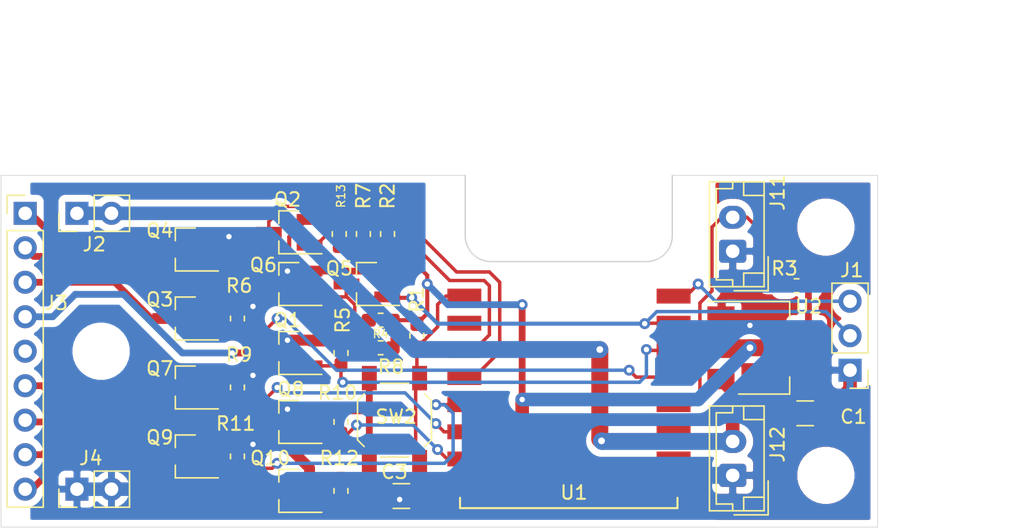
<source format=kicad_pcb>
(kicad_pcb (version 20171130) (host pcbnew 5.1.9-73d0e3b20d~88~ubuntu20.04.1)

  (general
    (thickness 1.6)
    (drawings 14)
    (tracks 314)
    (zones 0)
    (modules 37)
    (nets 26)
  )

  (page A4)
  (layers
    (0 F.Cu signal)
    (31 B.Cu signal)
    (32 B.Adhes user)
    (33 F.Adhes user)
    (34 B.Paste user hide)
    (35 F.Paste user hide)
    (36 B.SilkS user)
    (37 F.SilkS user)
    (38 B.Mask user)
    (39 F.Mask user)
    (40 Dwgs.User user)
    (41 Cmts.User user hide)
    (42 Eco1.User user hide)
    (43 Eco2.User user hide)
    (44 Edge.Cuts user)
    (45 Margin user)
    (46 B.CrtYd user)
    (47 F.CrtYd user)
    (48 B.Fab user hide)
    (49 F.Fab user hide)
  )

  (setup
    (last_trace_width 0.254)
    (user_trace_width 0.254)
    (user_trace_width 0.3)
    (user_trace_width 0.5)
    (user_trace_width 0.8)
    (user_trace_width 1)
    (user_trace_width 1.25)
    (trace_clearance 0.2)
    (zone_clearance 0.508)
    (zone_45_only no)
    (trace_min 0.2)
    (via_size 0.8)
    (via_drill 0.4)
    (via_min_size 0.4)
    (via_min_drill 0.3)
    (user_via 0.8 0.4)
    (user_via 1 0.5)
    (uvia_size 0.3)
    (uvia_drill 0.1)
    (uvias_allowed no)
    (uvia_min_size 0.2)
    (uvia_min_drill 0.1)
    (edge_width 0.05)
    (segment_width 0.2)
    (pcb_text_width 0.3)
    (pcb_text_size 1.5 1.5)
    (mod_edge_width 0.12)
    (mod_text_size 1 1)
    (mod_text_width 0.15)
    (pad_size 1.524 1.524)
    (pad_drill 0.762)
    (pad_to_mask_clearance 0)
    (aux_axis_origin 0 0)
    (visible_elements FFFFFF7F)
    (pcbplotparams
      (layerselection 0x010f0_ffffffff)
      (usegerberextensions false)
      (usegerberattributes false)
      (usegerberadvancedattributes false)
      (creategerberjobfile false)
      (excludeedgelayer true)
      (linewidth 0.100000)
      (plotframeref false)
      (viasonmask false)
      (mode 1)
      (useauxorigin false)
      (hpglpennumber 1)
      (hpglpenspeed 20)
      (hpglpendiameter 15.000000)
      (psnegative false)
      (psa4output false)
      (plotreference true)
      (plotvalue true)
      (plotinvisibletext false)
      (padsonsilk false)
      (subtractmaskfromsilk false)
      (outputformat 1)
      (mirror false)
      (drillshape 0)
      (scaleselection 1)
      (outputdirectory "output/"))
  )

  (net 0 "")
  (net 1 GND)
  (net 2 +3V3)
  (net 3 /RELAY1)
  (net 4 /RELAY2)
  (net 5 /RELAY3)
  (net 6 /RELAY4)
  (net 7 /RELAY5)
  (net 8 /RELAY6)
  (net 9 /RELAY7)
  (net 10 /RELAY8)
  (net 11 /GPIO5)
  (net 12 "Net-(Q2-Pad3)")
  (net 13 /GPIO0)
  (net 14 /GPIO4)
  (net 15 "Net-(Q5-Pad3)")
  (net 16 /GPIO12)
  (net 17 /GPIO13)
  (net 18 /GPIO14)
  (net 19 /GPIO15)
  (net 20 "Net-(R2-Pad2)")
  (net 21 /GPIO16)
  (net 22 /RST)
  (net 23 /GPIO1)
  (net 24 /GPIO3)
  (net 25 /+5V)

  (net_class Default "This is the default net class."
    (clearance 0.2)
    (trace_width 0.254)
    (via_dia 0.8)
    (via_drill 0.4)
    (uvia_dia 0.3)
    (uvia_drill 0.1)
    (add_net /+5V)
    (add_net /GPIO0)
    (add_net /GPIO1)
    (add_net /GPIO12)
    (add_net /GPIO13)
    (add_net /GPIO14)
    (add_net /GPIO15)
    (add_net /GPIO16)
    (add_net /GPIO3)
    (add_net /GPIO4)
    (add_net /GPIO5)
    (add_net /RST)
    (add_net "Net-(Q2-Pad3)")
    (add_net "Net-(Q5-Pad3)")
    (add_net "Net-(R2-Pad2)")
  )

  (net_class GND ""
    (clearance 0.2)
    (trace_width 0.5)
    (via_dia 0.8)
    (via_drill 0.4)
    (uvia_dia 0.3)
    (uvia_drill 0.1)
    (add_net GND)
  )

  (net_class Power ""
    (clearance 0.2)
    (trace_width 0.5)
    (via_dia 0.8)
    (via_drill 0.4)
    (uvia_dia 0.3)
    (uvia_drill 0.1)
    (add_net +3V3)
  )

  (net_class Relay ""
    (clearance 0.2)
    (trace_width 0.5)
    (via_dia 0.8)
    (via_drill 0.4)
    (uvia_dia 0.3)
    (uvia_drill 0.1)
    (add_net /RELAY1)
    (add_net /RELAY2)
    (add_net /RELAY3)
    (add_net /RELAY4)
    (add_net /RELAY5)
    (add_net /RELAY6)
    (add_net /RELAY7)
    (add_net /RELAY8)
  )

  (module Connector_PinHeader_2.54mm:PinHeader_1x02_P2.54mm_Vertical (layer F.Cu) (tedit 59FED5CC) (tstamp 607DFD00)
    (at 28.194 84.328 90)
    (descr "Through hole straight pin header, 1x02, 2.54mm pitch, single row")
    (tags "Through hole pin header THT 1x02 2.54mm single row")
    (path /609101A1)
    (fp_text reference J4 (at 2.286 1.016 180) (layer F.SilkS)
      (effects (font (size 1 1) (thickness 0.15)))
    )
    (fp_text value GND (at 0 4.87 90) (layer F.Fab)
      (effects (font (size 1 1) (thickness 0.15)))
    )
    (fp_line (start 1.8 -1.8) (end -1.8 -1.8) (layer F.CrtYd) (width 0.05))
    (fp_line (start 1.8 4.35) (end 1.8 -1.8) (layer F.CrtYd) (width 0.05))
    (fp_line (start -1.8 4.35) (end 1.8 4.35) (layer F.CrtYd) (width 0.05))
    (fp_line (start -1.8 -1.8) (end -1.8 4.35) (layer F.CrtYd) (width 0.05))
    (fp_line (start -1.33 -1.33) (end 0 -1.33) (layer F.SilkS) (width 0.12))
    (fp_line (start -1.33 0) (end -1.33 -1.33) (layer F.SilkS) (width 0.12))
    (fp_line (start -1.33 1.27) (end 1.33 1.27) (layer F.SilkS) (width 0.12))
    (fp_line (start 1.33 1.27) (end 1.33 3.87) (layer F.SilkS) (width 0.12))
    (fp_line (start -1.33 1.27) (end -1.33 3.87) (layer F.SilkS) (width 0.12))
    (fp_line (start -1.33 3.87) (end 1.33 3.87) (layer F.SilkS) (width 0.12))
    (fp_line (start -1.27 -0.635) (end -0.635 -1.27) (layer F.Fab) (width 0.1))
    (fp_line (start -1.27 3.81) (end -1.27 -0.635) (layer F.Fab) (width 0.1))
    (fp_line (start 1.27 3.81) (end -1.27 3.81) (layer F.Fab) (width 0.1))
    (fp_line (start 1.27 -1.27) (end 1.27 3.81) (layer F.Fab) (width 0.1))
    (fp_line (start -0.635 -1.27) (end 1.27 -1.27) (layer F.Fab) (width 0.1))
    (fp_text user %R (at 0 1.27) (layer F.Fab)
      (effects (font (size 1 1) (thickness 0.15)))
    )
    (pad 2 thru_hole oval (at 0 2.54 90) (size 1.7 1.7) (drill 1) (layers *.Cu *.Mask)
      (net 1 GND))
    (pad 1 thru_hole rect (at 0 0 90) (size 1.7 1.7) (drill 1) (layers *.Cu *.Mask)
      (net 1 GND))
    (model ${KISYS3DMOD}/Connector_PinHeader_2.54mm.3dshapes/PinHeader_1x02_P2.54mm_Vertical.wrl
      (at (xyz 0 0 0))
      (scale (xyz 1 1 1))
      (rotate (xyz 0 0 0))
    )
  )

  (module Connector_PinHeader_2.54mm:PinHeader_1x02_P2.54mm_Vertical (layer F.Cu) (tedit 59FED5CC) (tstamp 607DFCB2)
    (at 28.194 64.008 90)
    (descr "Through hole straight pin header, 1x02, 2.54mm pitch, single row")
    (tags "Through hole pin header THT 1x02 2.54mm single row")
    (path /6090F57A)
    (fp_text reference J2 (at -2.286 1.27 180) (layer F.SilkS)
      (effects (font (size 1 1) (thickness 0.15)))
    )
    (fp_text value "Relay +5V" (at 0 4.87 90) (layer F.Fab)
      (effects (font (size 1 1) (thickness 0.15)))
    )
    (fp_line (start 1.8 -1.8) (end -1.8 -1.8) (layer F.CrtYd) (width 0.05))
    (fp_line (start 1.8 4.35) (end 1.8 -1.8) (layer F.CrtYd) (width 0.05))
    (fp_line (start -1.8 4.35) (end 1.8 4.35) (layer F.CrtYd) (width 0.05))
    (fp_line (start -1.8 -1.8) (end -1.8 4.35) (layer F.CrtYd) (width 0.05))
    (fp_line (start -1.33 -1.33) (end 0 -1.33) (layer F.SilkS) (width 0.12))
    (fp_line (start -1.33 0) (end -1.33 -1.33) (layer F.SilkS) (width 0.12))
    (fp_line (start -1.33 1.27) (end 1.33 1.27) (layer F.SilkS) (width 0.12))
    (fp_line (start 1.33 1.27) (end 1.33 3.87) (layer F.SilkS) (width 0.12))
    (fp_line (start -1.33 1.27) (end -1.33 3.87) (layer F.SilkS) (width 0.12))
    (fp_line (start -1.33 3.87) (end 1.33 3.87) (layer F.SilkS) (width 0.12))
    (fp_line (start -1.27 -0.635) (end -0.635 -1.27) (layer F.Fab) (width 0.1))
    (fp_line (start -1.27 3.81) (end -1.27 -0.635) (layer F.Fab) (width 0.1))
    (fp_line (start 1.27 3.81) (end -1.27 3.81) (layer F.Fab) (width 0.1))
    (fp_line (start 1.27 -1.27) (end 1.27 3.81) (layer F.Fab) (width 0.1))
    (fp_line (start -0.635 -1.27) (end 1.27 -1.27) (layer F.Fab) (width 0.1))
    (fp_text user %R (at 0 1.27) (layer F.Fab)
      (effects (font (size 1 1) (thickness 0.15)))
    )
    (pad 2 thru_hole oval (at 0 2.54 90) (size 1.7 1.7) (drill 1) (layers *.Cu *.Mask)
      (net 25 /+5V))
    (pad 1 thru_hole rect (at 0 0 90) (size 1.7 1.7) (drill 1) (layers *.Cu *.Mask)
      (net 25 /+5V))
    (model ${KISYS3DMOD}/Connector_PinHeader_2.54mm.3dshapes/PinHeader_1x02_P2.54mm_Vertical.wrl
      (at (xyz 0 0 0))
      (scale (xyz 1 1 1))
      (rotate (xyz 0 0 0))
    )
  )

  (module Connector_PinHeader_2.54mm:PinHeader_1x09_P2.54mm_Vertical (layer F.Cu) (tedit 59FED5CC) (tstamp 607DE8A8)
    (at 24.384 64.008)
    (descr "Through hole straight pin header, 1x09, 2.54mm pitch, single row")
    (tags "Through hole pin header THT 1x09 2.54mm single row")
    (path /6082EAF2)
    (fp_text reference J3 (at 2.286 6.604) (layer F.SilkS)
      (effects (font (size 1 1) (thickness 0.15)))
    )
    (fp_text value Conn_01x09 (at 0 22.65) (layer F.Fab)
      (effects (font (size 1 1) (thickness 0.15)))
    )
    (fp_line (start 1.8 -1.8) (end -1.8 -1.8) (layer F.CrtYd) (width 0.05))
    (fp_line (start 1.8 22.1) (end 1.8 -1.8) (layer F.CrtYd) (width 0.05))
    (fp_line (start -1.8 22.1) (end 1.8 22.1) (layer F.CrtYd) (width 0.05))
    (fp_line (start -1.8 -1.8) (end -1.8 22.1) (layer F.CrtYd) (width 0.05))
    (fp_line (start -1.33 -1.33) (end 0 -1.33) (layer F.SilkS) (width 0.12))
    (fp_line (start -1.33 0) (end -1.33 -1.33) (layer F.SilkS) (width 0.12))
    (fp_line (start -1.33 1.27) (end 1.33 1.27) (layer F.SilkS) (width 0.12))
    (fp_line (start 1.33 1.27) (end 1.33 21.65) (layer F.SilkS) (width 0.12))
    (fp_line (start -1.33 1.27) (end -1.33 21.65) (layer F.SilkS) (width 0.12))
    (fp_line (start -1.33 21.65) (end 1.33 21.65) (layer F.SilkS) (width 0.12))
    (fp_line (start -1.27 -0.635) (end -0.635 -1.27) (layer F.Fab) (width 0.1))
    (fp_line (start -1.27 21.59) (end -1.27 -0.635) (layer F.Fab) (width 0.1))
    (fp_line (start 1.27 21.59) (end -1.27 21.59) (layer F.Fab) (width 0.1))
    (fp_line (start 1.27 -1.27) (end 1.27 21.59) (layer F.Fab) (width 0.1))
    (fp_line (start -0.635 -1.27) (end 1.27 -1.27) (layer F.Fab) (width 0.1))
    (fp_text user %R (at 0 10.16 90) (layer F.Fab)
      (effects (font (size 1 1) (thickness 0.15)))
    )
    (pad 9 thru_hole oval (at 0 20.32) (size 1.7 1.7) (drill 1) (layers *.Cu *.Mask)
      (net 10 /RELAY8))
    (pad 8 thru_hole oval (at 0 17.78) (size 1.7 1.7) (drill 1) (layers *.Cu *.Mask)
      (net 9 /RELAY7))
    (pad 7 thru_hole oval (at 0 15.24) (size 1.7 1.7) (drill 1) (layers *.Cu *.Mask)
      (net 8 /RELAY6))
    (pad 6 thru_hole oval (at 0 12.7) (size 1.7 1.7) (drill 1) (layers *.Cu *.Mask)
      (net 7 /RELAY5))
    (pad 5 thru_hole oval (at 0 10.16) (size 1.7 1.7) (drill 1) (layers *.Cu *.Mask))
    (pad 4 thru_hole oval (at 0 7.62) (size 1.7 1.7) (drill 1) (layers *.Cu *.Mask)
      (net 6 /RELAY4))
    (pad 3 thru_hole oval (at 0 5.08) (size 1.7 1.7) (drill 1) (layers *.Cu *.Mask)
      (net 5 /RELAY3))
    (pad 2 thru_hole oval (at 0 2.54) (size 1.7 1.7) (drill 1) (layers *.Cu *.Mask)
      (net 4 /RELAY2))
    (pad 1 thru_hole rect (at 0 0) (size 1.7 1.7) (drill 1) (layers *.Cu *.Mask)
      (net 3 /RELAY1))
    (model ${KISYS3DMOD}/Connector_PinHeader_2.54mm.3dshapes/PinHeader_1x09_P2.54mm_Vertical.wrl
      (at (xyz 0 0 0))
      (scale (xyz 1 1 1))
      (rotate (xyz 0 0 0))
    )
  )

  (module MountingHole:MountingHole_3.2mm_M3 (layer F.Cu) (tedit 56D1B4CB) (tstamp 607DD232)
    (at 83.312 65.024)
    (descr "Mounting Hole 3.2mm, no annular, M3")
    (tags "mounting hole 3.2mm no annular m3")
    (attr virtual)
    (fp_text reference REF** (at 0 -4.2) (layer F.SilkS) hide
      (effects (font (size 1 1) (thickness 0.15)))
    )
    (fp_text value MountingHole_3.2mm_M3 (at 0 4.2) (layer F.Fab) hide
      (effects (font (size 1 1) (thickness 0.15)))
    )
    (fp_circle (center 0 0) (end 3.45 0) (layer F.CrtYd) (width 0.05))
    (fp_circle (center 0 0) (end 3.2 0) (layer Cmts.User) (width 0.15))
    (fp_text user %R (at 0.3 0) (layer F.Fab) hide
      (effects (font (size 1 1) (thickness 0.15)))
    )
    (pad 1 np_thru_hole circle (at 0 0) (size 3.2 3.2) (drill 3.2) (layers *.Cu *.Mask))
  )

  (module Connector_JST:JST_EH_B2B-EH-A_1x02_P2.50mm_Vertical (layer F.Cu) (tedit 5C28142C) (tstamp 607760A6)
    (at 76.454 83.312 90)
    (descr "JST EH series connector, B2B-EH-A (http://www.jst-mfg.com/product/pdf/eng/eEH.pdf), generated with kicad-footprint-generator")
    (tags "connector JST EH vertical")
    (path /6087FB54)
    (fp_text reference J12 (at 2.286 3.302 90) (layer F.SilkS)
      (effects (font (size 1 1) (thickness 0.15)))
    )
    (fp_text value Power (at 1.25 3.4 90) (layer F.Fab)
      (effects (font (size 1 1) (thickness 0.15)))
    )
    (fp_line (start -2.91 2.61) (end -0.41 2.61) (layer F.Fab) (width 0.1))
    (fp_line (start -2.91 0.11) (end -2.91 2.61) (layer F.Fab) (width 0.1))
    (fp_line (start -2.91 2.61) (end -0.41 2.61) (layer F.SilkS) (width 0.12))
    (fp_line (start -2.91 0.11) (end -2.91 2.61) (layer F.SilkS) (width 0.12))
    (fp_line (start 4.11 0.81) (end 4.11 2.31) (layer F.SilkS) (width 0.12))
    (fp_line (start 5.11 0.81) (end 4.11 0.81) (layer F.SilkS) (width 0.12))
    (fp_line (start -1.61 0.81) (end -1.61 2.31) (layer F.SilkS) (width 0.12))
    (fp_line (start -2.61 0.81) (end -1.61 0.81) (layer F.SilkS) (width 0.12))
    (fp_line (start 4.61 0) (end 5.11 0) (layer F.SilkS) (width 0.12))
    (fp_line (start 4.61 -1.21) (end 4.61 0) (layer F.SilkS) (width 0.12))
    (fp_line (start -2.11 -1.21) (end 4.61 -1.21) (layer F.SilkS) (width 0.12))
    (fp_line (start -2.11 0) (end -2.11 -1.21) (layer F.SilkS) (width 0.12))
    (fp_line (start -2.61 0) (end -2.11 0) (layer F.SilkS) (width 0.12))
    (fp_line (start 5.11 -1.71) (end -2.61 -1.71) (layer F.SilkS) (width 0.12))
    (fp_line (start 5.11 2.31) (end 5.11 -1.71) (layer F.SilkS) (width 0.12))
    (fp_line (start -2.61 2.31) (end 5.11 2.31) (layer F.SilkS) (width 0.12))
    (fp_line (start -2.61 -1.71) (end -2.61 2.31) (layer F.SilkS) (width 0.12))
    (fp_line (start 5.5 -2.1) (end -3 -2.1) (layer F.CrtYd) (width 0.05))
    (fp_line (start 5.5 2.7) (end 5.5 -2.1) (layer F.CrtYd) (width 0.05))
    (fp_line (start -3 2.7) (end 5.5 2.7) (layer F.CrtYd) (width 0.05))
    (fp_line (start -3 -2.1) (end -3 2.7) (layer F.CrtYd) (width 0.05))
    (fp_line (start 5 -1.6) (end -2.5 -1.6) (layer F.Fab) (width 0.1))
    (fp_line (start 5 2.2) (end 5 -1.6) (layer F.Fab) (width 0.1))
    (fp_line (start -2.5 2.2) (end 5 2.2) (layer F.Fab) (width 0.1))
    (fp_line (start -2.5 -1.6) (end -2.5 2.2) (layer F.Fab) (width 0.1))
    (fp_text user %R (at 6.731 -1.651 90) (layer F.Fab)
      (effects (font (size 1 1) (thickness 0.15)))
    )
    (pad 2 thru_hole oval (at 2.5 0 90) (size 1.7 2) (drill 1) (layers *.Cu *.Mask)
      (net 25 /+5V))
    (pad 1 thru_hole roundrect (at 0 0 90) (size 1.7 2) (drill 1) (layers *.Cu *.Mask) (roundrect_rratio 0.1470588235294118)
      (net 1 GND))
    (model ${KISYS3DMOD}/Connector_JST.3dshapes/JST_EH_B2B-EH-A_1x02_P2.50mm_Vertical.wrl
      (at (xyz 0 0 0))
      (scale (xyz 1 1 1))
      (rotate (xyz 0 0 0))
    )
  )

  (module Button_Switch_SMD:SW_SPST_SKQG_WithStem (layer F.Cu) (tedit 60788649) (tstamp 60789C5D)
    (at 51.562 79.248 270)
    (descr "ALPS 5.2mm Square Low-profile Type (Surface Mount) SKQG Series, With stem, http://www.alps.com/prod/info/E/HTML/Tact/SurfaceMount/SKQG/SKQGAFE010.html")
    (tags "SPST Button Switch")
    (path /607AB947)
    (attr smd)
    (fp_text reference SW2 (at -0.254 -0.127 180) (layer F.SilkS)
      (effects (font (size 1 1) (thickness 0.15)))
    )
    (fp_text value Reset (at -5.2 0) (layer F.Fab)
      (effects (font (size 1 1) (thickness 0.15)))
    )
    (fp_line (start 0.95 -1.865) (end 1.865 -0.95) (layer F.Fab) (width 0.1))
    (fp_line (start -0.95 -1.865) (end -1.865 -0.95) (layer F.Fab) (width 0.1))
    (fp_line (start -0.95 1.865) (end -1.865 0.95) (layer F.Fab) (width 0.1))
    (fp_line (start 0.95 1.865) (end 1.865 0.95) (layer F.Fab) (width 0.1))
    (fp_line (start 1.45 2.72) (end 1.94 2.23) (layer F.SilkS) (width 0.12))
    (fp_line (start -1.45 2.72) (end 1.45 2.72) (layer F.SilkS) (width 0.12))
    (fp_line (start -1.45 2.72) (end -1.94 2.23) (layer F.SilkS) (width 0.12))
    (fp_line (start -1.45 -2.72) (end 1.45 -2.72) (layer F.SilkS) (width 0.12))
    (fp_line (start -1.45 -2.72) (end -1.94 -2.23) (layer F.SilkS) (width 0.12))
    (fp_line (start 2.72 1.04) (end 2.72 -1.04) (layer F.SilkS) (width 0.12))
    (fp_circle (center 0 0) (end 1 0) (layer F.Fab) (width 0.1))
    (fp_line (start 1.45 -2.72) (end 1.94 -2.23) (layer F.SilkS) (width 0.12))
    (fp_line (start -2.72 1.04) (end -2.72 -1.04) (layer F.SilkS) (width 0.12))
    (fp_line (start 1.865 -0.95) (end 1.865 0.95) (layer F.Fab) (width 0.1))
    (fp_line (start 0.95 1.865) (end -0.95 1.865) (layer F.Fab) (width 0.1))
    (fp_line (start -1.865 0.95) (end -1.865 -0.95) (layer F.Fab) (width 0.1))
    (fp_line (start -0.95 -1.865) (end 0.95 -1.865) (layer F.Fab) (width 0.1))
    (fp_line (start -4.25 2.85) (end 4.25 2.85) (layer F.CrtYd) (width 0.05))
    (fp_line (start 4.25 2.85) (end 4.25 -2.85) (layer F.CrtYd) (width 0.05))
    (fp_line (start 4.25 -2.85) (end -4.25 -2.85) (layer F.CrtYd) (width 0.05))
    (fp_line (start -4.25 -2.85) (end -4.25 2.85) (layer F.CrtYd) (width 0.05))
    (fp_line (start -1.4 -2.6) (end 1.4 -2.6) (layer F.Fab) (width 0.1))
    (fp_line (start -2.6 -1.4) (end -1.4 -2.6) (layer F.Fab) (width 0.1))
    (fp_line (start -2.6 1.4) (end -2.6 -1.4) (layer F.Fab) (width 0.1))
    (fp_line (start -1.4 2.6) (end -2.6 1.4) (layer F.Fab) (width 0.1))
    (fp_line (start 1.4 2.6) (end -1.4 2.6) (layer F.Fab) (width 0.1))
    (fp_line (start 2.6 1.4) (end 1.4 2.6) (layer F.Fab) (width 0.1))
    (fp_line (start 2.6 -1.4) (end 2.6 1.4) (layer F.Fab) (width 0.1))
    (fp_line (start 1.4 -2.6) (end 2.6 -1.4) (layer F.Fab) (width 0.1))
    (fp_text user "No F.Cu tracks" (at -2.5 0.2 270) (layer Cmts.User)
      (effects (font (size 0.2 0.2) (thickness 0.03)))
    )
    (fp_text user "KEEP-OUT ZONE" (at -2.5 -0.2 270) (layer Cmts.User)
      (effects (font (size 0.2 0.2) (thickness 0.03)))
    )
    (fp_text user "KEEP-OUT ZONE" (at 2.5 -0.2 270) (layer Cmts.User)
      (effects (font (size 0.2 0.2) (thickness 0.03)))
    )
    (fp_text user "No F.Cu tracks" (at 2.5 0.2 270) (layer Cmts.User)
      (effects (font (size 0.2 0.2) (thickness 0.03)))
    )
    (fp_text user %R (at 0 0 270) (layer F.Fab)
      (effects (font (size 0.4 0.4) (thickness 0.06)))
    )
    (pad 2 smd rect (at 3.1 1.85 270) (size 1.8 1.1) (layers F.Cu F.Paste F.Mask)
      (net 1 GND))
    (pad 2 smd rect (at -3.1 1.85 270) (size 1.8 1.1) (layers F.Cu F.Paste F.Mask)
      (net 1 GND))
    (pad 1 smd rect (at 3.1 -1.85 270) (size 1.8 1.1) (layers F.Cu F.Paste F.Mask)
      (net 22 /RST))
    (pad 1 smd rect (at -3.1 -1.85 270) (size 1.8 1.1) (layers F.Cu F.Paste F.Mask)
      (net 22 /RST))
    (model ${KISYS3DMOD}/Button_Switch_SMD.3dshapes/SW_SPST_SKQG_WithStem.wrl
      (at (xyz 0 0 0))
      (scale (xyz 1 1 1))
      (rotate (xyz 0 0 0))
    )
  )

  (module ESP8266:ESP-12E_SMD (layer F.Cu) (tedit 6076E895) (tstamp 6078A06C)
    (at 57.404 70.104)
    (descr "Module, ESP-8266, ESP-12, 16 pad, SMD")
    (tags "Module ESP-8266 ESP8266")
    (path /6074B949)
    (fp_text reference U1 (at 7.366 14.478 180) (layer F.SilkS)
      (effects (font (size 1 1) (thickness 0.15)))
    )
    (fp_text value ESP-12F (at 5.08 6.35 90) (layer F.Fab) hide
      (effects (font (size 1 1) (thickness 0.15)))
    )
    (fp_line (start -1.016 -8.382) (end 14.986 -8.382) (layer Dwgs.User) (width 0.1524))
    (fp_line (start -1.008 -2.6) (end 14.992 -2.6) (layer Dwgs.User) (width 0.1524))
    (fp_line (start -1.008 -8.4) (end 14.992 -2.6) (layer Dwgs.User) (width 0.1524))
    (fp_line (start 14.992 -8.4) (end -1.008 -2.6) (layer Dwgs.User) (width 0.1524))
    (fp_line (start -1.016 -8.382) (end -1 -2.6) (layer Dwgs.User) (width 0.1524))
    (fp_line (start 14.986 -8.382) (end 15 -2.6) (layer Dwgs.User) (width 0.1524))
    (fp_line (start -1.008 -8.4) (end 14.992 -8.4) (layer F.Fab) (width 0.05))
    (fp_line (start -1.008 15.6) (end -1.008 -8.4) (layer F.Fab) (width 0.05))
    (fp_line (start 14.992 15.6) (end -1.008 15.6) (layer F.Fab) (width 0.05))
    (fp_line (start 15 -8.4) (end 15 15.6) (layer F.Fab) (width 0.05))
    (fp_line (start 14.986 15.621) (end 14.986 14.859) (layer F.SilkS) (width 0.1524))
    (fp_line (start -1.016 15.621) (end 14.986 15.621) (layer F.SilkS) (width 0.1524))
    (fp_line (start -1.016 14.859) (end -1.016 15.621) (layer F.SilkS) (width 0.1524))
    (fp_line (start -2.25 16) (end -2.25 -0.5) (layer F.CrtYd) (width 0.05))
    (fp_line (start 16.25 16) (end -2.25 16) (layer F.CrtYd) (width 0.05))
    (fp_line (start 16.25 -8.75) (end 16.25 16) (layer F.CrtYd) (width 0.05))
    (fp_line (start 15.25 -8.75) (end 16.25 -8.75) (layer F.CrtYd) (width 0.05))
    (fp_line (start -2.25 -8.75) (end 15.25 -8.75) (layer F.CrtYd) (width 0.05))
    (fp_line (start -2.25 -0.5) (end -2.25 -8.75) (layer F.CrtYd) (width 0.05))
    (fp_text user "No Copper" (at 6.892 -5.4) (layer Dwgs.User)
      (effects (font (size 1 1) (thickness 0.15)))
    )
    (pad 16 smd rect (at 14 0) (size 2.5 1.1) (drill (offset 0.7 0)) (layers F.Cu F.Paste F.Mask)
      (net 23 /GPIO1))
    (pad 15 smd rect (at 14 2) (size 2.5 1.1) (drill (offset 0.7 0)) (layers F.Cu F.Paste F.Mask)
      (net 24 /GPIO3))
    (pad 14 smd rect (at 14 4) (size 2.5 1.1) (drill (offset 0.7 0)) (layers F.Cu F.Paste F.Mask)
      (net 11 /GPIO5))
    (pad 13 smd rect (at 14 6) (size 2.5 1.1) (drill (offset 0.7 0)) (layers F.Cu F.Paste F.Mask)
      (net 14 /GPIO4))
    (pad 12 smd rect (at 14 8) (size 2.5 1.1) (drill (offset 0.7 0)) (layers F.Cu F.Paste F.Mask)
      (net 13 /GPIO0))
    (pad 11 smd rect (at 14 10) (size 2.5 1.1) (drill (offset 0.7 0)) (layers F.Cu F.Paste F.Mask))
    (pad 10 smd rect (at 14 12) (size 2.5 1.1) (drill (offset 0.7 0)) (layers F.Cu F.Paste F.Mask)
      (net 19 /GPIO15))
    (pad 9 smd rect (at 14 14) (size 2.5 1.1) (drill (offset 0.7 0)) (layers F.Cu F.Paste F.Mask)
      (net 1 GND))
    (pad 8 smd rect (at 0 14) (size 2.5 1.1) (drill (offset -0.7 0)) (layers F.Cu F.Paste F.Mask)
      (net 2 +3V3))
    (pad 7 smd rect (at 0 12) (size 2.5 1.1) (drill (offset -0.7 0)) (layers F.Cu F.Paste F.Mask)
      (net 17 /GPIO13))
    (pad 6 smd rect (at 0 10) (size 2.5 1.1) (drill (offset -0.7 0)) (layers F.Cu F.Paste F.Mask)
      (net 16 /GPIO12))
    (pad 5 smd rect (at 0 8) (size 2.5 1.1) (drill (offset -0.7 0)) (layers F.Cu F.Paste F.Mask)
      (net 18 /GPIO14))
    (pad 4 smd rect (at 0 6) (size 2.5 1.1) (drill (offset -0.7 0)) (layers F.Cu F.Paste F.Mask)
      (net 21 /GPIO16))
    (pad 3 smd rect (at 0 4) (size 2.5 1.1) (drill (offset -0.7 0)) (layers F.Cu F.Paste F.Mask)
      (net 20 "Net-(R2-Pad2)"))
    (pad 2 smd rect (at 0 2) (size 2.5 1.1) (drill (offset -0.7 0)) (layers F.Cu F.Paste F.Mask))
    (pad 1 smd rect (at 0 0) (size 2.5 1.1) (drill (offset -0.7 0)) (layers F.Cu F.Paste F.Mask)
      (net 22 /RST))
    (model ${ESPLIB}/ESP8266.3dshapes/ESP-12.wrl
      (at (xyz 0 0 0))
      (scale (xyz 0.3937 0.3937 0.3937))
      (rotate (xyz 0 0 0))
    )
  )

  (module Resistor_SMD:R_0603_1608Metric_Pad1.05x0.95mm_HandSolder (layer F.Cu) (tedit 5B301BBD) (tstamp 6078810A)
    (at 81.153 69.342 180)
    (descr "Resistor SMD 0603 (1608 Metric), square (rectangular) end terminal, IPC_7351 nominal with elongated pad for handsoldering. (Body size source: http://www.tortai-tech.com/upload/download/2011102023233369053.pdf), generated with kicad-footprint-generator")
    (tags "resistor handsolder")
    (path /607A32AD)
    (attr smd)
    (fp_text reference R3 (at 0.889 1.27) (layer F.SilkS)
      (effects (font (size 1 1) (thickness 0.15)))
    )
    (fp_text value 3.3k (at 2.54 0.127) (layer F.Fab)
      (effects (font (size 1 1) (thickness 0.15)))
    )
    (fp_line (start 1.65 0.73) (end -1.65 0.73) (layer F.CrtYd) (width 0.05))
    (fp_line (start 1.65 -0.73) (end 1.65 0.73) (layer F.CrtYd) (width 0.05))
    (fp_line (start -1.65 -0.73) (end 1.65 -0.73) (layer F.CrtYd) (width 0.05))
    (fp_line (start -1.65 0.73) (end -1.65 -0.73) (layer F.CrtYd) (width 0.05))
    (fp_line (start -0.171267 0.51) (end 0.171267 0.51) (layer F.SilkS) (width 0.12))
    (fp_line (start -0.171267 -0.51) (end 0.171267 -0.51) (layer F.SilkS) (width 0.12))
    (fp_line (start 0.8 0.4) (end -0.8 0.4) (layer F.Fab) (width 0.1))
    (fp_line (start 0.8 -0.4) (end 0.8 0.4) (layer F.Fab) (width 0.1))
    (fp_line (start -0.8 -0.4) (end 0.8 -0.4) (layer F.Fab) (width 0.1))
    (fp_line (start -0.8 0.4) (end -0.8 -0.4) (layer F.Fab) (width 0.1))
    (fp_text user %R (at 0 0) (layer F.Fab)
      (effects (font (size 0.4 0.4) (thickness 0.06)))
    )
    (pad 2 smd roundrect (at 0.875 0 180) (size 1.05 0.95) (layers F.Cu F.Paste F.Mask) (roundrect_rratio 0.25)
      (net 13 /GPIO0))
    (pad 1 smd roundrect (at -0.875 0 180) (size 1.05 0.95) (layers F.Cu F.Paste F.Mask) (roundrect_rratio 0.25)
      (net 2 +3V3))
    (model ${KISYS3DMOD}/Resistor_SMD.3dshapes/R_0603_1608Metric.wrl
      (at (xyz 0 0 0))
      (scale (xyz 1 1 1))
      (rotate (xyz 0 0 0))
    )
  )

  (module MountingHole:MountingHole_3.2mm_M3 (layer F.Cu) (tedit 56D1B4CB) (tstamp 6076DCAD)
    (at 29.972 74.168)
    (descr "Mounting Hole 3.2mm, no annular, M3")
    (tags "mounting hole 3.2mm no annular m3")
    (attr virtual)
    (fp_text reference REF** (at 0 -4.2) (layer F.SilkS) hide
      (effects (font (size 1 1) (thickness 0.15)))
    )
    (fp_text value MountingHole_3.2mm_M3 (at 0 4.2) (layer F.Fab) hide
      (effects (font (size 1 1) (thickness 0.15)))
    )
    (fp_circle (center 0 0) (end 3.2 0) (layer Cmts.User) (width 0.15))
    (fp_circle (center 0 0) (end 3.45 0) (layer F.CrtYd) (width 0.05))
    (fp_text user %R (at 0.3 0) (layer F.Fab) hide
      (effects (font (size 1 1) (thickness 0.15)))
    )
    (pad 1 np_thru_hole circle (at 0 0) (size 3.2 3.2) (drill 3.2) (layers *.Cu *.Mask))
  )

  (module MountingHole:MountingHole_3.2mm_M3 (layer F.Cu) (tedit 56D1B4CB) (tstamp 607DD21A)
    (at 83.312 83.312)
    (descr "Mounting Hole 3.2mm, no annular, M3")
    (tags "mounting hole 3.2mm no annular m3")
    (attr virtual)
    (fp_text reference REF** (at 0 -4.2) (layer F.SilkS) hide
      (effects (font (size 1 1) (thickness 0.15)))
    )
    (fp_text value MountingHole_3.2mm_M3 (at 0 4.2) (layer F.Fab) hide
      (effects (font (size 1 1) (thickness 0.15)))
    )
    (fp_circle (center 0 0) (end 3.2 0) (layer Cmts.User) (width 0.15))
    (fp_circle (center 0 0) (end 3.45 0) (layer F.CrtYd) (width 0.05))
    (fp_text user %R (at 0.3 0) (layer F.Fab) hide
      (effects (font (size 1 1) (thickness 0.15)))
    )
    (pad 1 np_thru_hole circle (at 0 0) (size 3.2 3.2) (drill 3.2) (layers *.Cu *.Mask))
  )

  (module Capacitor_SMD:C_1206_3216Metric_Pad1.42x1.75mm_HandSolder (layer F.Cu) (tedit 5B301BBE) (tstamp 6078A8D7)
    (at 52.07 84.836 180)
    (descr "Capacitor SMD 1206 (3216 Metric), square (rectangular) end terminal, IPC_7351 nominal with elongated pad for handsoldering. (Body size source: http://www.tortai-tech.com/upload/download/2011102023233369053.pdf), generated with kicad-footprint-generator")
    (tags "capacitor handsolder")
    (path /6093F1B1)
    (attr smd)
    (fp_text reference C3 (at 0.508 1.778) (layer F.SilkS)
      (effects (font (size 1 1) (thickness 0.15)))
    )
    (fp_text value 10u (at 0 1.82) (layer F.Fab)
      (effects (font (size 1 1) (thickness 0.15)))
    )
    (fp_line (start 2.45 1.12) (end -2.45 1.12) (layer F.CrtYd) (width 0.05))
    (fp_line (start 2.45 -1.12) (end 2.45 1.12) (layer F.CrtYd) (width 0.05))
    (fp_line (start -2.45 -1.12) (end 2.45 -1.12) (layer F.CrtYd) (width 0.05))
    (fp_line (start -2.45 1.12) (end -2.45 -1.12) (layer F.CrtYd) (width 0.05))
    (fp_line (start -0.602064 0.91) (end 0.602064 0.91) (layer F.SilkS) (width 0.12))
    (fp_line (start -0.602064 -0.91) (end 0.602064 -0.91) (layer F.SilkS) (width 0.12))
    (fp_line (start 1.6 0.8) (end -1.6 0.8) (layer F.Fab) (width 0.1))
    (fp_line (start 1.6 -0.8) (end 1.6 0.8) (layer F.Fab) (width 0.1))
    (fp_line (start -1.6 -0.8) (end 1.6 -0.8) (layer F.Fab) (width 0.1))
    (fp_line (start -1.6 0.8) (end -1.6 -0.8) (layer F.Fab) (width 0.1))
    (fp_text user %R (at 0 0) (layer F.Fab)
      (effects (font (size 0.8 0.8) (thickness 0.12)))
    )
    (pad 2 smd roundrect (at 1.4875 0 180) (size 1.425 1.75) (layers F.Cu F.Paste F.Mask) (roundrect_rratio 0.1754385964912281)
      (net 1 GND))
    (pad 1 smd roundrect (at -1.4875 0 180) (size 1.425 1.75) (layers F.Cu F.Paste F.Mask) (roundrect_rratio 0.1754385964912281)
      (net 2 +3V3))
    (model ${KISYS3DMOD}/Capacitor_SMD.3dshapes/C_1206_3216Metric.wrl
      (at (xyz 0 0 0))
      (scale (xyz 1 1 1))
      (rotate (xyz 0 0 0))
    )
  )

  (module Connector_JST:JST_EH_B2B-EH-A_1x02_P2.50mm_Vertical (layer F.Cu) (tedit 5C28142C) (tstamp 6076BCE1)
    (at 76.454 66.802 90)
    (descr "JST EH series connector, B2B-EH-A (http://www.jst-mfg.com/product/pdf/eng/eEH.pdf), generated with kicad-footprint-generator")
    (tags "connector JST EH vertical")
    (path /60842974)
    (fp_text reference J11 (at 4.318 3.302 90) (layer F.SilkS)
      (effects (font (size 1 1) (thickness 0.15)))
    )
    (fp_text value Button (at 1.25 3.4 90) (layer F.Fab)
      (effects (font (size 1 1) (thickness 0.15)))
    )
    (fp_line (start -2.91 2.61) (end -0.41 2.61) (layer F.Fab) (width 0.1))
    (fp_line (start -2.91 0.11) (end -2.91 2.61) (layer F.Fab) (width 0.1))
    (fp_line (start -2.91 2.61) (end -0.41 2.61) (layer F.SilkS) (width 0.12))
    (fp_line (start -2.91 0.11) (end -2.91 2.61) (layer F.SilkS) (width 0.12))
    (fp_line (start 4.11 0.81) (end 4.11 2.31) (layer F.SilkS) (width 0.12))
    (fp_line (start 5.11 0.81) (end 4.11 0.81) (layer F.SilkS) (width 0.12))
    (fp_line (start -1.61 0.81) (end -1.61 2.31) (layer F.SilkS) (width 0.12))
    (fp_line (start -2.61 0.81) (end -1.61 0.81) (layer F.SilkS) (width 0.12))
    (fp_line (start 4.61 0) (end 5.11 0) (layer F.SilkS) (width 0.12))
    (fp_line (start 4.61 -1.21) (end 4.61 0) (layer F.SilkS) (width 0.12))
    (fp_line (start -2.11 -1.21) (end 4.61 -1.21) (layer F.SilkS) (width 0.12))
    (fp_line (start -2.11 0) (end -2.11 -1.21) (layer F.SilkS) (width 0.12))
    (fp_line (start -2.61 0) (end -2.11 0) (layer F.SilkS) (width 0.12))
    (fp_line (start 5.11 -1.71) (end -2.61 -1.71) (layer F.SilkS) (width 0.12))
    (fp_line (start 5.11 2.31) (end 5.11 -1.71) (layer F.SilkS) (width 0.12))
    (fp_line (start -2.61 2.31) (end 5.11 2.31) (layer F.SilkS) (width 0.12))
    (fp_line (start -2.61 -1.71) (end -2.61 2.31) (layer F.SilkS) (width 0.12))
    (fp_line (start 5.5 -2.1) (end -3 -2.1) (layer F.CrtYd) (width 0.05))
    (fp_line (start 5.5 2.7) (end 5.5 -2.1) (layer F.CrtYd) (width 0.05))
    (fp_line (start -3 2.7) (end 5.5 2.7) (layer F.CrtYd) (width 0.05))
    (fp_line (start -3 -2.1) (end -3 2.7) (layer F.CrtYd) (width 0.05))
    (fp_line (start 5 -1.6) (end -2.5 -1.6) (layer F.Fab) (width 0.1))
    (fp_line (start 5 2.2) (end 5 -1.6) (layer F.Fab) (width 0.1))
    (fp_line (start -2.5 2.2) (end 5 2.2) (layer F.Fab) (width 0.1))
    (fp_line (start -2.5 -1.6) (end -2.5 2.2) (layer F.Fab) (width 0.1))
    (fp_text user %R (at -4.191 -1.143 90) (layer F.Fab)
      (effects (font (size 1 1) (thickness 0.15)))
    )
    (pad 2 thru_hole oval (at 2.5 0 90) (size 1.7 2) (drill 1) (layers *.Cu *.Mask)
      (net 13 /GPIO0))
    (pad 1 thru_hole roundrect (at 0 0 90) (size 1.7 2) (drill 1) (layers *.Cu *.Mask) (roundrect_rratio 0.1470588235294118)
      (net 1 GND))
    (model ${KISYS3DMOD}/Connector_JST.3dshapes/JST_EH_B2B-EH-A_1x02_P2.50mm_Vertical.wrl
      (at (xyz 0 0 0))
      (scale (xyz 1 1 1))
      (rotate (xyz 0 0 0))
    )
  )

  (module Package_TO_SOT_SMD:SOT-223-3_TabPin2 (layer F.Cu) (tedit 5A02FF57) (tstamp 6076BC13)
    (at 78.74 73.914)
    (descr "module CMS SOT223 4 pins")
    (tags "CMS SOT")
    (path /6076F5A7)
    (attr smd)
    (fp_text reference U2 (at 3.302 -3.048) (layer F.SilkS)
      (effects (font (size 1 1) (thickness 0.15)))
    )
    (fp_text value AMS1117-3.3 (at 3.556 -2.413 270) (layer F.Fab)
      (effects (font (size 1 1) (thickness 0.15)))
    )
    (fp_line (start 1.85 -3.35) (end 1.85 3.35) (layer F.Fab) (width 0.1))
    (fp_line (start -1.85 3.35) (end 1.85 3.35) (layer F.Fab) (width 0.1))
    (fp_line (start -4.1 -3.41) (end 1.91 -3.41) (layer F.SilkS) (width 0.12))
    (fp_line (start -0.85 -3.35) (end 1.85 -3.35) (layer F.Fab) (width 0.1))
    (fp_line (start -1.85 3.41) (end 1.91 3.41) (layer F.SilkS) (width 0.12))
    (fp_line (start -1.85 -2.35) (end -1.85 3.35) (layer F.Fab) (width 0.1))
    (fp_line (start -1.85 -2.35) (end -0.85 -3.35) (layer F.Fab) (width 0.1))
    (fp_line (start -4.4 -3.6) (end -4.4 3.6) (layer F.CrtYd) (width 0.05))
    (fp_line (start -4.4 3.6) (end 4.4 3.6) (layer F.CrtYd) (width 0.05))
    (fp_line (start 4.4 3.6) (end 4.4 -3.6) (layer F.CrtYd) (width 0.05))
    (fp_line (start 4.4 -3.6) (end -4.4 -3.6) (layer F.CrtYd) (width 0.05))
    (fp_line (start 1.91 -3.41) (end 1.91 -2.15) (layer F.SilkS) (width 0.12))
    (fp_line (start 1.91 3.41) (end 1.91 2.15) (layer F.SilkS) (width 0.12))
    (fp_text user %R (at 0 0 90) (layer F.Fab)
      (effects (font (size 0.8 0.8) (thickness 0.12)))
    )
    (pad 1 smd rect (at -3.15 -2.3) (size 2 1.5) (layers F.Cu F.Paste F.Mask)
      (net 1 GND))
    (pad 3 smd rect (at -3.15 2.3) (size 2 1.5) (layers F.Cu F.Paste F.Mask)
      (net 25 /+5V))
    (pad 2 smd rect (at -3.15 0) (size 2 1.5) (layers F.Cu F.Paste F.Mask)
      (net 2 +3V3))
    (pad 2 smd rect (at 3.15 0) (size 2 3.8) (layers F.Cu F.Paste F.Mask)
      (net 2 +3V3))
    (model ${KISYS3DMOD}/Package_TO_SOT_SMD.3dshapes/SOT-223.wrl
      (at (xyz 0 0 0))
      (scale (xyz 1 1 1))
      (rotate (xyz 0 0 0))
    )
  )

  (module Resistor_SMD:R_0603_1608Metric_Pad1.05x0.95mm_HandSolder (layer F.Cu) (tedit 5B301BBD) (tstamp 607895D0)
    (at 47.498 65.532 90)
    (descr "Resistor SMD 0603 (1608 Metric), square (rectangular) end terminal, IPC_7351 nominal with elongated pad for handsoldering. (Body size source: http://www.tortai-tech.com/upload/download/2011102023233369053.pdf), generated with kicad-footprint-generator")
    (tags "resistor handsolder")
    (path /60818881)
    (attr smd)
    (fp_text reference R13 (at 2.794 0.127 270) (layer F.SilkS)
      (effects (font (size 0.6 0.6) (thickness 0.1)))
    )
    (fp_text value 10k (at 0 1.43 90) (layer F.Fab)
      (effects (font (size 1 1) (thickness 0.15)))
    )
    (fp_line (start 1.65 0.73) (end -1.65 0.73) (layer F.CrtYd) (width 0.05))
    (fp_line (start 1.65 -0.73) (end 1.65 0.73) (layer F.CrtYd) (width 0.05))
    (fp_line (start -1.65 -0.73) (end 1.65 -0.73) (layer F.CrtYd) (width 0.05))
    (fp_line (start -1.65 0.73) (end -1.65 -0.73) (layer F.CrtYd) (width 0.05))
    (fp_line (start -0.171267 0.51) (end 0.171267 0.51) (layer F.SilkS) (width 0.12))
    (fp_line (start -0.171267 -0.51) (end 0.171267 -0.51) (layer F.SilkS) (width 0.12))
    (fp_line (start 0.8 0.4) (end -0.8 0.4) (layer F.Fab) (width 0.1))
    (fp_line (start 0.8 -0.4) (end 0.8 0.4) (layer F.Fab) (width 0.1))
    (fp_line (start -0.8 -0.4) (end 0.8 -0.4) (layer F.Fab) (width 0.1))
    (fp_line (start -0.8 0.4) (end -0.8 -0.4) (layer F.Fab) (width 0.1))
    (fp_text user %R (at 0 0 90) (layer F.Fab)
      (effects (font (size 0.4 0.4) (thickness 0.06)))
    )
    (pad 2 smd roundrect (at 0.875 0 90) (size 1.05 0.95) (layers F.Cu F.Paste F.Mask) (roundrect_rratio 0.25)
      (net 21 /GPIO16))
    (pad 1 smd roundrect (at -0.875 0 90) (size 1.05 0.95) (layers F.Cu F.Paste F.Mask) (roundrect_rratio 0.25)
      (net 2 +3V3))
    (model ${KISYS3DMOD}/Resistor_SMD.3dshapes/R_0603_1608Metric.wrl
      (at (xyz 0 0 0))
      (scale (xyz 1 1 1))
      (rotate (xyz 0 0 0))
    )
  )

  (module Capacitor_SMD:C_1206_3216Metric_Pad1.42x1.75mm_HandSolder (layer F.Cu) (tedit 5B301BBE) (tstamp 6076F42D)
    (at 81.788 78.74)
    (descr "Capacitor SMD 1206 (3216 Metric), square (rectangular) end terminal, IPC_7351 nominal with elongated pad for handsoldering. (Body size source: http://www.tortai-tech.com/upload/download/2011102023233369053.pdf), generated with kicad-footprint-generator")
    (tags "capacitor handsolder")
    (path /6075C0DA)
    (attr smd)
    (fp_text reference C1 (at 3.556 0.254) (layer F.SilkS)
      (effects (font (size 1 1) (thickness 0.15)))
    )
    (fp_text value 10u (at 0 1.82) (layer F.Fab)
      (effects (font (size 1 1) (thickness 0.15)))
    )
    (fp_line (start 2.45 1.12) (end -2.45 1.12) (layer F.CrtYd) (width 0.05))
    (fp_line (start 2.45 -1.12) (end 2.45 1.12) (layer F.CrtYd) (width 0.05))
    (fp_line (start -2.45 -1.12) (end 2.45 -1.12) (layer F.CrtYd) (width 0.05))
    (fp_line (start -2.45 1.12) (end -2.45 -1.12) (layer F.CrtYd) (width 0.05))
    (fp_line (start -0.602064 0.91) (end 0.602064 0.91) (layer F.SilkS) (width 0.12))
    (fp_line (start -0.602064 -0.91) (end 0.602064 -0.91) (layer F.SilkS) (width 0.12))
    (fp_line (start 1.6 0.8) (end -1.6 0.8) (layer F.Fab) (width 0.1))
    (fp_line (start 1.6 -0.8) (end 1.6 0.8) (layer F.Fab) (width 0.1))
    (fp_line (start -1.6 -0.8) (end 1.6 -0.8) (layer F.Fab) (width 0.1))
    (fp_line (start -1.6 0.8) (end -1.6 -0.8) (layer F.Fab) (width 0.1))
    (fp_text user %R (at 0 0) (layer F.Fab)
      (effects (font (size 0.8 0.8) (thickness 0.12)))
    )
    (pad 2 smd roundrect (at 1.4875 0) (size 1.425 1.75) (layers F.Cu F.Paste F.Mask) (roundrect_rratio 0.1754385964912281)
      (net 1 GND))
    (pad 1 smd roundrect (at -1.4875 0) (size 1.425 1.75) (layers F.Cu F.Paste F.Mask) (roundrect_rratio 0.1754385964912281)
      (net 25 /+5V))
    (model ${KISYS3DMOD}/Capacitor_SMD.3dshapes/C_1206_3216Metric.wrl
      (at (xyz 0 0 0))
      (scale (xyz 1 1 1))
      (rotate (xyz 0 0 0))
    )
  )

  (module Resistor_SMD:R_0603_1608Metric_Pad1.05x0.95mm_HandSolder (layer F.Cu) (tedit 5B301BBD) (tstamp 607600A5)
    (at 47.625 84.455 90)
    (descr "Resistor SMD 0603 (1608 Metric), square (rectangular) end terminal, IPC_7351 nominal with elongated pad for handsoldering. (Body size source: http://www.tortai-tech.com/upload/download/2011102023233369053.pdf), generated with kicad-footprint-generator")
    (tags "resistor handsolder")
    (path /6077C1AF)
    (attr smd)
    (fp_text reference R12 (at 2.413 -0.127 180) (layer F.SilkS)
      (effects (font (size 1 1) (thickness 0.15)))
    )
    (fp_text value 10k (at 0.127 -1.397 90) (layer F.Fab)
      (effects (font (size 1 1) (thickness 0.15)))
    )
    (fp_line (start 1.65 0.73) (end -1.65 0.73) (layer F.CrtYd) (width 0.05))
    (fp_line (start 1.65 -0.73) (end 1.65 0.73) (layer F.CrtYd) (width 0.05))
    (fp_line (start -1.65 -0.73) (end 1.65 -0.73) (layer F.CrtYd) (width 0.05))
    (fp_line (start -1.65 0.73) (end -1.65 -0.73) (layer F.CrtYd) (width 0.05))
    (fp_line (start -0.171267 0.51) (end 0.171267 0.51) (layer F.SilkS) (width 0.12))
    (fp_line (start -0.171267 -0.51) (end 0.171267 -0.51) (layer F.SilkS) (width 0.12))
    (fp_line (start 0.8 0.4) (end -0.8 0.4) (layer F.Fab) (width 0.1))
    (fp_line (start 0.8 -0.4) (end 0.8 0.4) (layer F.Fab) (width 0.1))
    (fp_line (start -0.8 -0.4) (end 0.8 -0.4) (layer F.Fab) (width 0.1))
    (fp_line (start -0.8 0.4) (end -0.8 -0.4) (layer F.Fab) (width 0.1))
    (fp_text user %R (at 0 0 90) (layer F.Fab)
      (effects (font (size 0.4 0.4) (thickness 0.06)))
    )
    (pad 2 smd roundrect (at 0.875 0 90) (size 1.05 0.95) (layers F.Cu F.Paste F.Mask) (roundrect_rratio 0.25)
      (net 1 GND))
    (pad 1 smd roundrect (at -0.875 0 90) (size 1.05 0.95) (layers F.Cu F.Paste F.Mask) (roundrect_rratio 0.25)
      (net 19 /GPIO15))
    (model ${KISYS3DMOD}/Resistor_SMD.3dshapes/R_0603_1608Metric.wrl
      (at (xyz 0 0 0))
      (scale (xyz 1 1 1))
      (rotate (xyz 0 0 0))
    )
  )

  (module Resistor_SMD:R_0603_1608Metric_Pad1.05x0.95mm_HandSolder (layer F.Cu) (tedit 5B301BBD) (tstamp 6077514E)
    (at 40.005 81.915 90)
    (descr "Resistor SMD 0603 (1608 Metric), square (rectangular) end terminal, IPC_7351 nominal with elongated pad for handsoldering. (Body size source: http://www.tortai-tech.com/upload/download/2011102023233369053.pdf), generated with kicad-footprint-generator")
    (tags "resistor handsolder")
    (path /60779720)
    (attr smd)
    (fp_text reference R11 (at 2.413 -0.127 180) (layer F.SilkS)
      (effects (font (size 1 1) (thickness 0.15)))
    )
    (fp_text value 10k (at -0.127 -1.143 90) (layer F.Fab)
      (effects (font (size 1 1) (thickness 0.15)))
    )
    (fp_line (start 1.65 0.73) (end -1.65 0.73) (layer F.CrtYd) (width 0.05))
    (fp_line (start 1.65 -0.73) (end 1.65 0.73) (layer F.CrtYd) (width 0.05))
    (fp_line (start -1.65 -0.73) (end 1.65 -0.73) (layer F.CrtYd) (width 0.05))
    (fp_line (start -1.65 0.73) (end -1.65 -0.73) (layer F.CrtYd) (width 0.05))
    (fp_line (start -0.171267 0.51) (end 0.171267 0.51) (layer F.SilkS) (width 0.12))
    (fp_line (start -0.171267 -0.51) (end 0.171267 -0.51) (layer F.SilkS) (width 0.12))
    (fp_line (start 0.8 0.4) (end -0.8 0.4) (layer F.Fab) (width 0.1))
    (fp_line (start 0.8 -0.4) (end 0.8 0.4) (layer F.Fab) (width 0.1))
    (fp_line (start -0.8 -0.4) (end 0.8 -0.4) (layer F.Fab) (width 0.1))
    (fp_line (start -0.8 0.4) (end -0.8 -0.4) (layer F.Fab) (width 0.1))
    (fp_text user %R (at 0 0 90) (layer F.Fab)
      (effects (font (size 0.4 0.4) (thickness 0.06)))
    )
    (pad 2 smd roundrect (at 0.875 0 90) (size 1.05 0.95) (layers F.Cu F.Paste F.Mask) (roundrect_rratio 0.25)
      (net 1 GND))
    (pad 1 smd roundrect (at -0.875 0 90) (size 1.05 0.95) (layers F.Cu F.Paste F.Mask) (roundrect_rratio 0.25)
      (net 18 /GPIO14))
    (model ${KISYS3DMOD}/Resistor_SMD.3dshapes/R_0603_1608Metric.wrl
      (at (xyz 0 0 0))
      (scale (xyz 1 1 1))
      (rotate (xyz 0 0 0))
    )
  )

  (module Resistor_SMD:R_0603_1608Metric_Pad1.05x0.95mm_HandSolder (layer F.Cu) (tedit 5B301BBD) (tstamp 60760083)
    (at 47.625 79.375 90)
    (descr "Resistor SMD 0603 (1608 Metric), square (rectangular) end terminal, IPC_7351 nominal with elongated pad for handsoldering. (Body size source: http://www.tortai-tech.com/upload/download/2011102023233369053.pdf), generated with kicad-footprint-generator")
    (tags "resistor handsolder")
    (path /60777339)
    (attr smd)
    (fp_text reference R10 (at 2.159 -0.254 180) (layer F.SilkS)
      (effects (font (size 1 1) (thickness 0.15)))
    )
    (fp_text value 10k (at 0.127 -1.27 90) (layer F.Fab)
      (effects (font (size 1 1) (thickness 0.15)))
    )
    (fp_line (start 1.65 0.73) (end -1.65 0.73) (layer F.CrtYd) (width 0.05))
    (fp_line (start 1.65 -0.73) (end 1.65 0.73) (layer F.CrtYd) (width 0.05))
    (fp_line (start -1.65 -0.73) (end 1.65 -0.73) (layer F.CrtYd) (width 0.05))
    (fp_line (start -1.65 0.73) (end -1.65 -0.73) (layer F.CrtYd) (width 0.05))
    (fp_line (start -0.171267 0.51) (end 0.171267 0.51) (layer F.SilkS) (width 0.12))
    (fp_line (start -0.171267 -0.51) (end 0.171267 -0.51) (layer F.SilkS) (width 0.12))
    (fp_line (start 0.8 0.4) (end -0.8 0.4) (layer F.Fab) (width 0.1))
    (fp_line (start 0.8 -0.4) (end 0.8 0.4) (layer F.Fab) (width 0.1))
    (fp_line (start -0.8 -0.4) (end 0.8 -0.4) (layer F.Fab) (width 0.1))
    (fp_line (start -0.8 0.4) (end -0.8 -0.4) (layer F.Fab) (width 0.1))
    (fp_text user %R (at 0 0 90) (layer F.Fab)
      (effects (font (size 0.4 0.4) (thickness 0.06)))
    )
    (pad 2 smd roundrect (at 0.875 0 90) (size 1.05 0.95) (layers F.Cu F.Paste F.Mask) (roundrect_rratio 0.25)
      (net 1 GND))
    (pad 1 smd roundrect (at -0.875 0 90) (size 1.05 0.95) (layers F.Cu F.Paste F.Mask) (roundrect_rratio 0.25)
      (net 17 /GPIO13))
    (model ${KISYS3DMOD}/Resistor_SMD.3dshapes/R_0603_1608Metric.wrl
      (at (xyz 0 0 0))
      (scale (xyz 1 1 1))
      (rotate (xyz 0 0 0))
    )
  )

  (module Resistor_SMD:R_0603_1608Metric_Pad1.05x0.95mm_HandSolder (layer F.Cu) (tedit 5B301BBD) (tstamp 60760072)
    (at 40.005 76.835 90)
    (descr "Resistor SMD 0603 (1608 Metric), square (rectangular) end terminal, IPC_7351 nominal with elongated pad for handsoldering. (Body size source: http://www.tortai-tech.com/upload/download/2011102023233369053.pdf), generated with kicad-footprint-generator")
    (tags "resistor handsolder")
    (path /60775087)
    (attr smd)
    (fp_text reference R9 (at 2.413 0.127 180) (layer F.SilkS)
      (effects (font (size 1 1) (thickness 0.15)))
    )
    (fp_text value 10k (at -0.127 -1.27 90) (layer F.Fab)
      (effects (font (size 1 1) (thickness 0.15)))
    )
    (fp_line (start 1.65 0.73) (end -1.65 0.73) (layer F.CrtYd) (width 0.05))
    (fp_line (start 1.65 -0.73) (end 1.65 0.73) (layer F.CrtYd) (width 0.05))
    (fp_line (start -1.65 -0.73) (end 1.65 -0.73) (layer F.CrtYd) (width 0.05))
    (fp_line (start -1.65 0.73) (end -1.65 -0.73) (layer F.CrtYd) (width 0.05))
    (fp_line (start -0.171267 0.51) (end 0.171267 0.51) (layer F.SilkS) (width 0.12))
    (fp_line (start -0.171267 -0.51) (end 0.171267 -0.51) (layer F.SilkS) (width 0.12))
    (fp_line (start 0.8 0.4) (end -0.8 0.4) (layer F.Fab) (width 0.1))
    (fp_line (start 0.8 -0.4) (end 0.8 0.4) (layer F.Fab) (width 0.1))
    (fp_line (start -0.8 -0.4) (end 0.8 -0.4) (layer F.Fab) (width 0.1))
    (fp_line (start -0.8 0.4) (end -0.8 -0.4) (layer F.Fab) (width 0.1))
    (fp_text user %R (at 0 0 90) (layer F.Fab)
      (effects (font (size 0.4 0.4) (thickness 0.06)))
    )
    (pad 2 smd roundrect (at 0.875 0 90) (size 1.05 0.95) (layers F.Cu F.Paste F.Mask) (roundrect_rratio 0.25)
      (net 1 GND))
    (pad 1 smd roundrect (at -0.875 0 90) (size 1.05 0.95) (layers F.Cu F.Paste F.Mask) (roundrect_rratio 0.25)
      (net 16 /GPIO12))
    (model ${KISYS3DMOD}/Resistor_SMD.3dshapes/R_0603_1608Metric.wrl
      (at (xyz 0 0 0))
      (scale (xyz 1 1 1))
      (rotate (xyz 0 0 0))
    )
  )

  (module Resistor_SMD:R_0603_1608Metric_Pad1.05x0.95mm_HandSolder (layer F.Cu) (tedit 5B301BBD) (tstamp 60760061)
    (at 50.546 73.914 180)
    (descr "Resistor SMD 0603 (1608 Metric), square (rectangular) end terminal, IPC_7351 nominal with elongated pad for handsoldering. (Body size source: http://www.tortai-tech.com/upload/download/2011102023233369053.pdf), generated with kicad-footprint-generator")
    (tags "resistor handsolder")
    (path /60784D2E)
    (attr smd)
    (fp_text reference R8 (at -0.762 -1.397) (layer F.SilkS)
      (effects (font (size 1 1) (thickness 0.15)))
    )
    (fp_text value 3k3 (at 0 1.43) (layer F.Fab)
      (effects (font (size 1 1) (thickness 0.15)))
    )
    (fp_line (start 1.65 0.73) (end -1.65 0.73) (layer F.CrtYd) (width 0.05))
    (fp_line (start 1.65 -0.73) (end 1.65 0.73) (layer F.CrtYd) (width 0.05))
    (fp_line (start -1.65 -0.73) (end 1.65 -0.73) (layer F.CrtYd) (width 0.05))
    (fp_line (start -1.65 0.73) (end -1.65 -0.73) (layer F.CrtYd) (width 0.05))
    (fp_line (start -0.171267 0.51) (end 0.171267 0.51) (layer F.SilkS) (width 0.12))
    (fp_line (start -0.171267 -0.51) (end 0.171267 -0.51) (layer F.SilkS) (width 0.12))
    (fp_line (start 0.8 0.4) (end -0.8 0.4) (layer F.Fab) (width 0.1))
    (fp_line (start 0.8 -0.4) (end 0.8 0.4) (layer F.Fab) (width 0.1))
    (fp_line (start -0.8 -0.4) (end 0.8 -0.4) (layer F.Fab) (width 0.1))
    (fp_line (start -0.8 0.4) (end -0.8 -0.4) (layer F.Fab) (width 0.1))
    (fp_text user %R (at 0 0) (layer F.Fab)
      (effects (font (size 0.4 0.4) (thickness 0.06)))
    )
    (pad 2 smd roundrect (at 0.875 0 180) (size 1.05 0.95) (layers F.Cu F.Paste F.Mask) (roundrect_rratio 0.25)
      (net 15 "Net-(Q5-Pad3)"))
    (pad 1 smd roundrect (at -0.875 0 180) (size 1.05 0.95) (layers F.Cu F.Paste F.Mask) (roundrect_rratio 0.25)
      (net 2 +3V3))
    (model ${KISYS3DMOD}/Resistor_SMD.3dshapes/R_0603_1608Metric.wrl
      (at (xyz 0 0 0))
      (scale (xyz 1 1 1))
      (rotate (xyz 0 0 0))
    )
  )

  (module Resistor_SMD:R_0603_1608Metric_Pad1.05x0.95mm_HandSolder (layer F.Cu) (tedit 5B301BBD) (tstamp 6078D96C)
    (at 49.276 65.532 90)
    (descr "Resistor SMD 0603 (1608 Metric), square (rectangular) end terminal, IPC_7351 nominal with elongated pad for handsoldering. (Body size source: http://www.tortai-tech.com/upload/download/2011102023233369053.pdf), generated with kicad-footprint-generator")
    (tags "resistor handsolder")
    (path /60761D0F)
    (attr smd)
    (fp_text reference R7 (at 2.794 0 90) (layer F.SilkS)
      (effects (font (size 1 1) (thickness 0.15)))
    )
    (fp_text value 3k3 (at 2.159 0 90) (layer F.Fab)
      (effects (font (size 1 1) (thickness 0.15)))
    )
    (fp_line (start 1.65 0.73) (end -1.65 0.73) (layer F.CrtYd) (width 0.05))
    (fp_line (start 1.65 -0.73) (end 1.65 0.73) (layer F.CrtYd) (width 0.05))
    (fp_line (start -1.65 -0.73) (end 1.65 -0.73) (layer F.CrtYd) (width 0.05))
    (fp_line (start -1.65 0.73) (end -1.65 -0.73) (layer F.CrtYd) (width 0.05))
    (fp_line (start -0.171267 0.51) (end 0.171267 0.51) (layer F.SilkS) (width 0.12))
    (fp_line (start -0.171267 -0.51) (end 0.171267 -0.51) (layer F.SilkS) (width 0.12))
    (fp_line (start 0.8 0.4) (end -0.8 0.4) (layer F.Fab) (width 0.1))
    (fp_line (start 0.8 -0.4) (end 0.8 0.4) (layer F.Fab) (width 0.1))
    (fp_line (start -0.8 -0.4) (end 0.8 -0.4) (layer F.Fab) (width 0.1))
    (fp_line (start -0.8 0.4) (end -0.8 -0.4) (layer F.Fab) (width 0.1))
    (fp_text user %R (at 0 0 90) (layer F.Fab)
      (effects (font (size 0.4 0.4) (thickness 0.06)))
    )
    (pad 2 smd roundrect (at 0.875 0 90) (size 1.05 0.95) (layers F.Cu F.Paste F.Mask) (roundrect_rratio 0.25)
      (net 12 "Net-(Q2-Pad3)"))
    (pad 1 smd roundrect (at -0.875 0 90) (size 1.05 0.95) (layers F.Cu F.Paste F.Mask) (roundrect_rratio 0.25)
      (net 2 +3V3))
    (model ${KISYS3DMOD}/Resistor_SMD.3dshapes/R_0603_1608Metric.wrl
      (at (xyz 0 0 0))
      (scale (xyz 1 1 1))
      (rotate (xyz 0 0 0))
    )
  )

  (module Resistor_SMD:R_0603_1608Metric_Pad1.05x0.95mm_HandSolder (layer F.Cu) (tedit 5B301BBD) (tstamp 60774D44)
    (at 40.005 71.755 90)
    (descr "Resistor SMD 0603 (1608 Metric), square (rectangular) end terminal, IPC_7351 nominal with elongated pad for handsoldering. (Body size source: http://www.tortai-tech.com/upload/download/2011102023233369053.pdf), generated with kicad-footprint-generator")
    (tags "resistor handsolder")
    (path /607DF97F)
    (attr smd)
    (fp_text reference R6 (at 2.413 0.127 180) (layer F.SilkS)
      (effects (font (size 1 1) (thickness 0.15)))
    )
    (fp_text value 10k (at -0.127 -1.143 90) (layer F.Fab)
      (effects (font (size 1 1) (thickness 0.15)))
    )
    (fp_line (start 1.65 0.73) (end -1.65 0.73) (layer F.CrtYd) (width 0.05))
    (fp_line (start 1.65 -0.73) (end 1.65 0.73) (layer F.CrtYd) (width 0.05))
    (fp_line (start -1.65 -0.73) (end 1.65 -0.73) (layer F.CrtYd) (width 0.05))
    (fp_line (start -1.65 0.73) (end -1.65 -0.73) (layer F.CrtYd) (width 0.05))
    (fp_line (start -0.171267 0.51) (end 0.171267 0.51) (layer F.SilkS) (width 0.12))
    (fp_line (start -0.171267 -0.51) (end 0.171267 -0.51) (layer F.SilkS) (width 0.12))
    (fp_line (start 0.8 0.4) (end -0.8 0.4) (layer F.Fab) (width 0.1))
    (fp_line (start 0.8 -0.4) (end 0.8 0.4) (layer F.Fab) (width 0.1))
    (fp_line (start -0.8 -0.4) (end 0.8 -0.4) (layer F.Fab) (width 0.1))
    (fp_line (start -0.8 0.4) (end -0.8 -0.4) (layer F.Fab) (width 0.1))
    (fp_text user %R (at 0 0 90) (layer F.Fab)
      (effects (font (size 0.4 0.4) (thickness 0.06)))
    )
    (pad 2 smd roundrect (at 0.875 0 90) (size 1.05 0.95) (layers F.Cu F.Paste F.Mask) (roundrect_rratio 0.25)
      (net 1 GND))
    (pad 1 smd roundrect (at -0.875 0 90) (size 1.05 0.95) (layers F.Cu F.Paste F.Mask) (roundrect_rratio 0.25)
      (net 14 /GPIO4))
    (model ${KISYS3DMOD}/Resistor_SMD.3dshapes/R_0603_1608Metric.wrl
      (at (xyz 0 0 0))
      (scale (xyz 1 1 1))
      (rotate (xyz 0 0 0))
    )
  )

  (module Resistor_SMD:R_0603_1608Metric_Pad1.05x0.95mm_HandSolder (layer F.Cu) (tedit 5B301BBD) (tstamp 60775893)
    (at 47.625 74.295 90)
    (descr "Resistor SMD 0603 (1608 Metric), square (rectangular) end terminal, IPC_7351 nominal with elongated pad for handsoldering. (Body size source: http://www.tortai-tech.com/upload/download/2011102023233369053.pdf), generated with kicad-footprint-generator")
    (tags "resistor handsolder")
    (path /6077327F)
    (attr smd)
    (fp_text reference R5 (at 2.413 0.127 270) (layer F.SilkS)
      (effects (font (size 1 1) (thickness 0.15)))
    )
    (fp_text value 10k (at 0 1.43 90) (layer F.Fab)
      (effects (font (size 1 1) (thickness 0.15)))
    )
    (fp_line (start 1.65 0.73) (end -1.65 0.73) (layer F.CrtYd) (width 0.05))
    (fp_line (start 1.65 -0.73) (end 1.65 0.73) (layer F.CrtYd) (width 0.05))
    (fp_line (start -1.65 -0.73) (end 1.65 -0.73) (layer F.CrtYd) (width 0.05))
    (fp_line (start -1.65 0.73) (end -1.65 -0.73) (layer F.CrtYd) (width 0.05))
    (fp_line (start -0.171267 0.51) (end 0.171267 0.51) (layer F.SilkS) (width 0.12))
    (fp_line (start -0.171267 -0.51) (end 0.171267 -0.51) (layer F.SilkS) (width 0.12))
    (fp_line (start 0.8 0.4) (end -0.8 0.4) (layer F.Fab) (width 0.1))
    (fp_line (start 0.8 -0.4) (end 0.8 0.4) (layer F.Fab) (width 0.1))
    (fp_line (start -0.8 -0.4) (end 0.8 -0.4) (layer F.Fab) (width 0.1))
    (fp_line (start -0.8 0.4) (end -0.8 -0.4) (layer F.Fab) (width 0.1))
    (fp_text user %R (at 0 0 90) (layer F.Fab)
      (effects (font (size 0.4 0.4) (thickness 0.06)))
    )
    (pad 2 smd roundrect (at 0.875 0 90) (size 1.05 0.95) (layers F.Cu F.Paste F.Mask) (roundrect_rratio 0.25)
      (net 1 GND))
    (pad 1 smd roundrect (at -0.875 0 90) (size 1.05 0.95) (layers F.Cu F.Paste F.Mask) (roundrect_rratio 0.25)
      (net 11 /GPIO5))
    (model ${KISYS3DMOD}/Resistor_SMD.3dshapes/R_0603_1608Metric.wrl
      (at (xyz 0 0 0))
      (scale (xyz 1 1 1))
      (rotate (xyz 0 0 0))
    )
  )

  (module Resistor_SMD:R_0603_1608Metric_Pad1.05x0.95mm_HandSolder (layer F.Cu) (tedit 5B301BBD) (tstamp 6078D7ED)
    (at 50.546 71.882 180)
    (descr "Resistor SMD 0603 (1608 Metric), square (rectangular) end terminal, IPC_7351 nominal with elongated pad for handsoldering. (Body size source: http://www.tortai-tech.com/upload/download/2011102023233369053.pdf), generated with kicad-footprint-generator")
    (tags "resistor handsolder")
    (path /607A3824)
    (attr smd)
    (fp_text reference R4 (at 0 -1.016) (layer F.SilkS)
      (effects (font (size 0.6 0.6) (thickness 0.1)))
    )
    (fp_text value 10k (at 0 1.43) (layer F.Fab)
      (effects (font (size 1 1) (thickness 0.15)))
    )
    (fp_line (start 1.65 0.73) (end -1.65 0.73) (layer F.CrtYd) (width 0.05))
    (fp_line (start 1.65 -0.73) (end 1.65 0.73) (layer F.CrtYd) (width 0.05))
    (fp_line (start -1.65 -0.73) (end 1.65 -0.73) (layer F.CrtYd) (width 0.05))
    (fp_line (start -1.65 0.73) (end -1.65 -0.73) (layer F.CrtYd) (width 0.05))
    (fp_line (start -0.171267 0.51) (end 0.171267 0.51) (layer F.SilkS) (width 0.12))
    (fp_line (start -0.171267 -0.51) (end 0.171267 -0.51) (layer F.SilkS) (width 0.12))
    (fp_line (start 0.8 0.4) (end -0.8 0.4) (layer F.Fab) (width 0.1))
    (fp_line (start 0.8 -0.4) (end 0.8 0.4) (layer F.Fab) (width 0.1))
    (fp_line (start -0.8 -0.4) (end 0.8 -0.4) (layer F.Fab) (width 0.1))
    (fp_line (start -0.8 0.4) (end -0.8 -0.4) (layer F.Fab) (width 0.1))
    (fp_text user %R (at 0 0) (layer F.Fab)
      (effects (font (size 0.4 0.4) (thickness 0.06)))
    )
    (pad 2 smd roundrect (at 0.875 0 180) (size 1.05 0.95) (layers F.Cu F.Paste F.Mask) (roundrect_rratio 0.25)
      (net 24 /GPIO3))
    (pad 1 smd roundrect (at -0.875 0 180) (size 1.05 0.95) (layers F.Cu F.Paste F.Mask) (roundrect_rratio 0.25)
      (net 2 +3V3))
    (model ${KISYS3DMOD}/Resistor_SMD.3dshapes/R_0603_1608Metric.wrl
      (at (xyz 0 0 0))
      (scale (xyz 1 1 1))
      (rotate (xyz 0 0 0))
    )
  )

  (module Resistor_SMD:R_0603_1608Metric_Pad1.05x0.95mm_HandSolder (layer F.Cu) (tedit 5B301BBD) (tstamp 6078D692)
    (at 51.054 65.532 90)
    (descr "Resistor SMD 0603 (1608 Metric), square (rectangular) end terminal, IPC_7351 nominal with elongated pad for handsoldering. (Body size source: http://www.tortai-tech.com/upload/download/2011102023233369053.pdf), generated with kicad-footprint-generator")
    (tags "resistor handsolder")
    (path /607EFCB4)
    (attr smd)
    (fp_text reference R2 (at 2.794 0 270) (layer F.SilkS)
      (effects (font (size 1 1) (thickness 0.15)))
    )
    (fp_text value 10k (at 0 1.43 90) (layer F.Fab)
      (effects (font (size 1 1) (thickness 0.15)))
    )
    (fp_line (start 1.65 0.73) (end -1.65 0.73) (layer F.CrtYd) (width 0.05))
    (fp_line (start 1.65 -0.73) (end 1.65 0.73) (layer F.CrtYd) (width 0.05))
    (fp_line (start -1.65 -0.73) (end 1.65 -0.73) (layer F.CrtYd) (width 0.05))
    (fp_line (start -1.65 0.73) (end -1.65 -0.73) (layer F.CrtYd) (width 0.05))
    (fp_line (start -0.171267 0.51) (end 0.171267 0.51) (layer F.SilkS) (width 0.12))
    (fp_line (start -0.171267 -0.51) (end 0.171267 -0.51) (layer F.SilkS) (width 0.12))
    (fp_line (start 0.8 0.4) (end -0.8 0.4) (layer F.Fab) (width 0.1))
    (fp_line (start 0.8 -0.4) (end 0.8 0.4) (layer F.Fab) (width 0.1))
    (fp_line (start -0.8 -0.4) (end 0.8 -0.4) (layer F.Fab) (width 0.1))
    (fp_line (start -0.8 0.4) (end -0.8 -0.4) (layer F.Fab) (width 0.1))
    (fp_text user %R (at 0 0 90) (layer F.Fab)
      (effects (font (size 0.4 0.4) (thickness 0.06)))
    )
    (pad 2 smd roundrect (at 0.875 0 90) (size 1.05 0.95) (layers F.Cu F.Paste F.Mask) (roundrect_rratio 0.25)
      (net 20 "Net-(R2-Pad2)"))
    (pad 1 smd roundrect (at -0.875 0 90) (size 1.05 0.95) (layers F.Cu F.Paste F.Mask) (roundrect_rratio 0.25)
      (net 2 +3V3))
    (model ${KISYS3DMOD}/Resistor_SMD.3dshapes/R_0603_1608Metric.wrl
      (at (xyz 0 0 0))
      (scale (xyz 1 1 1))
      (rotate (xyz 0 0 0))
    )
  )

  (module Resistor_SMD:R_0603_1608Metric_Pad1.05x0.95mm_HandSolder (layer F.Cu) (tedit 5B301BBD) (tstamp 60789E68)
    (at 53.213 73.025 270)
    (descr "Resistor SMD 0603 (1608 Metric), square (rectangular) end terminal, IPC_7351 nominal with elongated pad for handsoldering. (Body size source: http://www.tortai-tech.com/upload/download/2011102023233369053.pdf), generated with kicad-footprint-generator")
    (tags "resistor handsolder")
    (path /607F4115)
    (attr smd)
    (fp_text reference R1 (at -2.667 0 90) (layer F.SilkS)
      (effects (font (size 1 1) (thickness 0.15)))
    )
    (fp_text value 10k (at 2.159 0 90) (layer F.Fab)
      (effects (font (size 1 1) (thickness 0.15)))
    )
    (fp_line (start 1.65 0.73) (end -1.65 0.73) (layer F.CrtYd) (width 0.05))
    (fp_line (start 1.65 -0.73) (end 1.65 0.73) (layer F.CrtYd) (width 0.05))
    (fp_line (start -1.65 -0.73) (end 1.65 -0.73) (layer F.CrtYd) (width 0.05))
    (fp_line (start -1.65 0.73) (end -1.65 -0.73) (layer F.CrtYd) (width 0.05))
    (fp_line (start -0.171267 0.51) (end 0.171267 0.51) (layer F.SilkS) (width 0.12))
    (fp_line (start -0.171267 -0.51) (end 0.171267 -0.51) (layer F.SilkS) (width 0.12))
    (fp_line (start 0.8 0.4) (end -0.8 0.4) (layer F.Fab) (width 0.1))
    (fp_line (start 0.8 -0.4) (end 0.8 0.4) (layer F.Fab) (width 0.1))
    (fp_line (start -0.8 -0.4) (end 0.8 -0.4) (layer F.Fab) (width 0.1))
    (fp_line (start -0.8 0.4) (end -0.8 -0.4) (layer F.Fab) (width 0.1))
    (fp_text user %R (at 0 0 90) (layer F.Fab)
      (effects (font (size 0.4 0.4) (thickness 0.06)))
    )
    (pad 2 smd roundrect (at 0.875 0 270) (size 1.05 0.95) (layers F.Cu F.Paste F.Mask) (roundrect_rratio 0.25)
      (net 22 /RST))
    (pad 1 smd roundrect (at -0.875 0 270) (size 1.05 0.95) (layers F.Cu F.Paste F.Mask) (roundrect_rratio 0.25)
      (net 2 +3V3))
    (model ${KISYS3DMOD}/Resistor_SMD.3dshapes/R_0603_1608Metric.wrl
      (at (xyz 0 0 0))
      (scale (xyz 1 1 1))
      (rotate (xyz 0 0 0))
    )
  )

  (module Package_TO_SOT_SMD:SOT-23_Handsoldering (layer F.Cu) (tedit 5A0AB76C) (tstamp 6075FFD9)
    (at 43.815 84.455 180)
    (descr "SOT-23, Handsoldering")
    (tags SOT-23)
    (path /6077C1B5)
    (attr smd)
    (fp_text reference Q10 (at 1.397 2.413) (layer F.SilkS)
      (effects (font (size 1 1) (thickness 0.15)))
    )
    (fp_text value "IRLML 2502" (at -0.889 2.5) (layer F.Fab)
      (effects (font (size 1 1) (thickness 0.15)))
    )
    (fp_line (start 0.76 1.58) (end -0.7 1.58) (layer F.SilkS) (width 0.12))
    (fp_line (start -0.7 1.52) (end 0.7 1.52) (layer F.Fab) (width 0.1))
    (fp_line (start 0.7 -1.52) (end 0.7 1.52) (layer F.Fab) (width 0.1))
    (fp_line (start -0.7 -0.95) (end -0.15 -1.52) (layer F.Fab) (width 0.1))
    (fp_line (start -0.15 -1.52) (end 0.7 -1.52) (layer F.Fab) (width 0.1))
    (fp_line (start -0.7 -0.95) (end -0.7 1.5) (layer F.Fab) (width 0.1))
    (fp_line (start 0.76 -1.58) (end -2.4 -1.58) (layer F.SilkS) (width 0.12))
    (fp_line (start -2.7 1.75) (end -2.7 -1.75) (layer F.CrtYd) (width 0.05))
    (fp_line (start 2.7 1.75) (end -2.7 1.75) (layer F.CrtYd) (width 0.05))
    (fp_line (start 2.7 -1.75) (end 2.7 1.75) (layer F.CrtYd) (width 0.05))
    (fp_line (start -2.7 -1.75) (end 2.7 -1.75) (layer F.CrtYd) (width 0.05))
    (fp_line (start 0.76 -1.58) (end 0.76 -0.65) (layer F.SilkS) (width 0.12))
    (fp_line (start 0.76 1.58) (end 0.76 0.65) (layer F.SilkS) (width 0.12))
    (fp_text user %R (at 0 0 90) (layer F.Fab)
      (effects (font (size 0.5 0.5) (thickness 0.075)))
    )
    (pad 3 smd rect (at 1.5 0 180) (size 1.9 0.8) (layers F.Cu F.Paste F.Mask)
      (net 10 /RELAY8))
    (pad 2 smd rect (at -1.5 0.95 180) (size 1.9 0.8) (layers F.Cu F.Paste F.Mask)
      (net 1 GND))
    (pad 1 smd rect (at -1.5 -0.95 180) (size 1.9 0.8) (layers F.Cu F.Paste F.Mask)
      (net 19 /GPIO15))
    (model ${KISYS3DMOD}/Package_TO_SOT_SMD.3dshapes/SOT-23.wrl
      (at (xyz 0 0 0))
      (scale (xyz 1 1 1))
      (rotate (xyz 0 0 0))
    )
  )

  (module Package_TO_SOT_SMD:SOT-23_Handsoldering (layer F.Cu) (tedit 5A0AB76C) (tstamp 6075FFC4)
    (at 36.195 81.915 180)
    (descr "SOT-23, Handsoldering")
    (tags SOT-23)
    (path /60779726)
    (attr smd)
    (fp_text reference Q9 (at 1.905 1.397) (layer F.SilkS)
      (effects (font (size 1 1) (thickness 0.15)))
    )
    (fp_text value "IRLML 2502" (at 0 2.5) (layer F.Fab)
      (effects (font (size 1 1) (thickness 0.15)))
    )
    (fp_line (start 0.76 1.58) (end -0.7 1.58) (layer F.SilkS) (width 0.12))
    (fp_line (start -0.7 1.52) (end 0.7 1.52) (layer F.Fab) (width 0.1))
    (fp_line (start 0.7 -1.52) (end 0.7 1.52) (layer F.Fab) (width 0.1))
    (fp_line (start -0.7 -0.95) (end -0.15 -1.52) (layer F.Fab) (width 0.1))
    (fp_line (start -0.15 -1.52) (end 0.7 -1.52) (layer F.Fab) (width 0.1))
    (fp_line (start -0.7 -0.95) (end -0.7 1.5) (layer F.Fab) (width 0.1))
    (fp_line (start 0.76 -1.58) (end -2.4 -1.58) (layer F.SilkS) (width 0.12))
    (fp_line (start -2.7 1.75) (end -2.7 -1.75) (layer F.CrtYd) (width 0.05))
    (fp_line (start 2.7 1.75) (end -2.7 1.75) (layer F.CrtYd) (width 0.05))
    (fp_line (start 2.7 -1.75) (end 2.7 1.75) (layer F.CrtYd) (width 0.05))
    (fp_line (start -2.7 -1.75) (end 2.7 -1.75) (layer F.CrtYd) (width 0.05))
    (fp_line (start 0.76 -1.58) (end 0.76 -0.65) (layer F.SilkS) (width 0.12))
    (fp_line (start 0.76 1.58) (end 0.76 0.65) (layer F.SilkS) (width 0.12))
    (fp_text user %R (at 0 0 90) (layer F.Fab)
      (effects (font (size 0.5 0.5) (thickness 0.075)))
    )
    (pad 3 smd rect (at 1.5 0 180) (size 1.9 0.8) (layers F.Cu F.Paste F.Mask)
      (net 9 /RELAY7))
    (pad 2 smd rect (at -1.5 0.95 180) (size 1.9 0.8) (layers F.Cu F.Paste F.Mask)
      (net 1 GND))
    (pad 1 smd rect (at -1.5 -0.95 180) (size 1.9 0.8) (layers F.Cu F.Paste F.Mask)
      (net 18 /GPIO14))
    (model ${KISYS3DMOD}/Package_TO_SOT_SMD.3dshapes/SOT-23.wrl
      (at (xyz 0 0 0))
      (scale (xyz 1 1 1))
      (rotate (xyz 0 0 0))
    )
  )

  (module Package_TO_SOT_SMD:SOT-23_Handsoldering (layer F.Cu) (tedit 5A0AB76C) (tstamp 6075FFAF)
    (at 43.815 79.375 180)
    (descr "SOT-23, Handsoldering")
    (tags SOT-23)
    (path /6077733F)
    (attr smd)
    (fp_text reference Q8 (at -0.127 2.413) (layer F.SilkS)
      (effects (font (size 1 1) (thickness 0.15)))
    )
    (fp_text value "IRLML 2502" (at -1.016 2.5) (layer F.Fab)
      (effects (font (size 1 1) (thickness 0.15)))
    )
    (fp_line (start 0.76 1.58) (end -0.7 1.58) (layer F.SilkS) (width 0.12))
    (fp_line (start -0.7 1.52) (end 0.7 1.52) (layer F.Fab) (width 0.1))
    (fp_line (start 0.7 -1.52) (end 0.7 1.52) (layer F.Fab) (width 0.1))
    (fp_line (start -0.7 -0.95) (end -0.15 -1.52) (layer F.Fab) (width 0.1))
    (fp_line (start -0.15 -1.52) (end 0.7 -1.52) (layer F.Fab) (width 0.1))
    (fp_line (start -0.7 -0.95) (end -0.7 1.5) (layer F.Fab) (width 0.1))
    (fp_line (start 0.76 -1.58) (end -2.4 -1.58) (layer F.SilkS) (width 0.12))
    (fp_line (start -2.7 1.75) (end -2.7 -1.75) (layer F.CrtYd) (width 0.05))
    (fp_line (start 2.7 1.75) (end -2.7 1.75) (layer F.CrtYd) (width 0.05))
    (fp_line (start 2.7 -1.75) (end 2.7 1.75) (layer F.CrtYd) (width 0.05))
    (fp_line (start -2.7 -1.75) (end 2.7 -1.75) (layer F.CrtYd) (width 0.05))
    (fp_line (start 0.76 -1.58) (end 0.76 -0.65) (layer F.SilkS) (width 0.12))
    (fp_line (start 0.76 1.58) (end 0.76 0.65) (layer F.SilkS) (width 0.12))
    (fp_text user %R (at 0 0 90) (layer F.Fab)
      (effects (font (size 0.5 0.5) (thickness 0.075)))
    )
    (pad 3 smd rect (at 1.5 0 180) (size 1.9 0.8) (layers F.Cu F.Paste F.Mask)
      (net 8 /RELAY6))
    (pad 2 smd rect (at -1.5 0.95 180) (size 1.9 0.8) (layers F.Cu F.Paste F.Mask)
      (net 1 GND))
    (pad 1 smd rect (at -1.5 -0.95 180) (size 1.9 0.8) (layers F.Cu F.Paste F.Mask)
      (net 17 /GPIO13))
    (model ${KISYS3DMOD}/Package_TO_SOT_SMD.3dshapes/SOT-23.wrl
      (at (xyz 0 0 0))
      (scale (xyz 1 1 1))
      (rotate (xyz 0 0 0))
    )
  )

  (module Package_TO_SOT_SMD:SOT-23_Handsoldering (layer F.Cu) (tedit 5A0AB76C) (tstamp 6075FF9A)
    (at 36.195 76.835 180)
    (descr "SOT-23, Handsoldering")
    (tags SOT-23)
    (path /6077508D)
    (attr smd)
    (fp_text reference Q7 (at 1.905 1.397) (layer F.SilkS)
      (effects (font (size 1 1) (thickness 0.15)))
    )
    (fp_text value "IRLML 2502" (at 0 2.5) (layer F.Fab)
      (effects (font (size 1 1) (thickness 0.15)))
    )
    (fp_line (start 0.76 1.58) (end -0.7 1.58) (layer F.SilkS) (width 0.12))
    (fp_line (start -0.7 1.52) (end 0.7 1.52) (layer F.Fab) (width 0.1))
    (fp_line (start 0.7 -1.52) (end 0.7 1.52) (layer F.Fab) (width 0.1))
    (fp_line (start -0.7 -0.95) (end -0.15 -1.52) (layer F.Fab) (width 0.1))
    (fp_line (start -0.15 -1.52) (end 0.7 -1.52) (layer F.Fab) (width 0.1))
    (fp_line (start -0.7 -0.95) (end -0.7 1.5) (layer F.Fab) (width 0.1))
    (fp_line (start 0.76 -1.58) (end -2.4 -1.58) (layer F.SilkS) (width 0.12))
    (fp_line (start -2.7 1.75) (end -2.7 -1.75) (layer F.CrtYd) (width 0.05))
    (fp_line (start 2.7 1.75) (end -2.7 1.75) (layer F.CrtYd) (width 0.05))
    (fp_line (start 2.7 -1.75) (end 2.7 1.75) (layer F.CrtYd) (width 0.05))
    (fp_line (start -2.7 -1.75) (end 2.7 -1.75) (layer F.CrtYd) (width 0.05))
    (fp_line (start 0.76 -1.58) (end 0.76 -0.65) (layer F.SilkS) (width 0.12))
    (fp_line (start 0.76 1.58) (end 0.76 0.65) (layer F.SilkS) (width 0.12))
    (fp_text user %R (at 0 0 90) (layer F.Fab)
      (effects (font (size 0.5 0.5) (thickness 0.075)))
    )
    (pad 3 smd rect (at 1.5 0 180) (size 1.9 0.8) (layers F.Cu F.Paste F.Mask)
      (net 7 /RELAY5))
    (pad 2 smd rect (at -1.5 0.95 180) (size 1.9 0.8) (layers F.Cu F.Paste F.Mask)
      (net 1 GND))
    (pad 1 smd rect (at -1.5 -0.95 180) (size 1.9 0.8) (layers F.Cu F.Paste F.Mask)
      (net 16 /GPIO12))
    (model ${KISYS3DMOD}/Package_TO_SOT_SMD.3dshapes/SOT-23.wrl
      (at (xyz 0 0 0))
      (scale (xyz 1 1 1))
      (rotate (xyz 0 0 0))
    )
  )

  (module Package_TO_SOT_SMD:SOT-23_Handsoldering (layer F.Cu) (tedit 5A0AB76C) (tstamp 6075FF85)
    (at 43.815 69.215 180)
    (descr "SOT-23, Handsoldering")
    (tags SOT-23)
    (path /60784D21)
    (attr smd)
    (fp_text reference Q6 (at 1.905 1.397) (layer F.SilkS)
      (effects (font (size 1 1) (thickness 0.15)))
    )
    (fp_text value "IRLML 2502" (at 0 2.5) (layer F.Fab)
      (effects (font (size 1 1) (thickness 0.15)))
    )
    (fp_line (start 0.76 1.58) (end -0.7 1.58) (layer F.SilkS) (width 0.12))
    (fp_line (start -0.7 1.52) (end 0.7 1.52) (layer F.Fab) (width 0.1))
    (fp_line (start 0.7 -1.52) (end 0.7 1.52) (layer F.Fab) (width 0.1))
    (fp_line (start -0.7 -0.95) (end -0.15 -1.52) (layer F.Fab) (width 0.1))
    (fp_line (start -0.15 -1.52) (end 0.7 -1.52) (layer F.Fab) (width 0.1))
    (fp_line (start -0.7 -0.95) (end -0.7 1.5) (layer F.Fab) (width 0.1))
    (fp_line (start 0.76 -1.58) (end -2.4 -1.58) (layer F.SilkS) (width 0.12))
    (fp_line (start -2.7 1.75) (end -2.7 -1.75) (layer F.CrtYd) (width 0.05))
    (fp_line (start 2.7 1.75) (end -2.7 1.75) (layer F.CrtYd) (width 0.05))
    (fp_line (start 2.7 -1.75) (end 2.7 1.75) (layer F.CrtYd) (width 0.05))
    (fp_line (start -2.7 -1.75) (end 2.7 -1.75) (layer F.CrtYd) (width 0.05))
    (fp_line (start 0.76 -1.58) (end 0.76 -0.65) (layer F.SilkS) (width 0.12))
    (fp_line (start 0.76 1.58) (end 0.76 0.65) (layer F.SilkS) (width 0.12))
    (fp_text user %R (at 0 0 90) (layer F.Fab)
      (effects (font (size 0.5 0.5) (thickness 0.075)))
    )
    (pad 3 smd rect (at 1.5 0 180) (size 1.9 0.8) (layers F.Cu F.Paste F.Mask)
      (net 4 /RELAY2))
    (pad 2 smd rect (at -1.5 0.95 180) (size 1.9 0.8) (layers F.Cu F.Paste F.Mask)
      (net 1 GND))
    (pad 1 smd rect (at -1.5 -0.95 180) (size 1.9 0.8) (layers F.Cu F.Paste F.Mask)
      (net 15 "Net-(Q5-Pad3)"))
    (model ${KISYS3DMOD}/Package_TO_SOT_SMD.3dshapes/SOT-23.wrl
      (at (xyz 0 0 0))
      (scale (xyz 1 1 1))
      (rotate (xyz 0 0 0))
    )
  )

  (module Package_TO_SOT_SMD:SOT-23_Handsoldering (layer F.Cu) (tedit 5A0AB76C) (tstamp 60769C55)
    (at 49.53 69.215 180)
    (descr "SOT-23, Handsoldering")
    (tags SOT-23)
    (path /60784D27)
    (attr smd)
    (fp_text reference Q5 (at 2.032 1.143) (layer F.SilkS)
      (effects (font (size 1 1) (thickness 0.15)))
    )
    (fp_text value BSS138 (at -1.651 2.159) (layer F.Fab)
      (effects (font (size 1 1) (thickness 0.15)))
    )
    (fp_line (start 0.76 1.58) (end -0.7 1.58) (layer F.SilkS) (width 0.12))
    (fp_line (start -0.7 1.52) (end 0.7 1.52) (layer F.Fab) (width 0.1))
    (fp_line (start 0.7 -1.52) (end 0.7 1.52) (layer F.Fab) (width 0.1))
    (fp_line (start -0.7 -0.95) (end -0.15 -1.52) (layer F.Fab) (width 0.1))
    (fp_line (start -0.15 -1.52) (end 0.7 -1.52) (layer F.Fab) (width 0.1))
    (fp_line (start -0.7 -0.95) (end -0.7 1.5) (layer F.Fab) (width 0.1))
    (fp_line (start 0.76 -1.58) (end -2.4 -1.58) (layer F.SilkS) (width 0.12))
    (fp_line (start -2.7 1.75) (end -2.7 -1.75) (layer F.CrtYd) (width 0.05))
    (fp_line (start 2.7 1.75) (end -2.7 1.75) (layer F.CrtYd) (width 0.05))
    (fp_line (start 2.7 -1.75) (end 2.7 1.75) (layer F.CrtYd) (width 0.05))
    (fp_line (start -2.7 -1.75) (end 2.7 -1.75) (layer F.CrtYd) (width 0.05))
    (fp_line (start 0.76 -1.58) (end 0.76 -0.65) (layer F.SilkS) (width 0.12))
    (fp_line (start 0.76 1.58) (end 0.76 0.65) (layer F.SilkS) (width 0.12))
    (fp_text user %R (at 0 0 90) (layer F.Fab)
      (effects (font (size 0.5 0.5) (thickness 0.075)))
    )
    (pad 3 smd rect (at 1.5 0 180) (size 1.9 0.8) (layers F.Cu F.Paste F.Mask)
      (net 15 "Net-(Q5-Pad3)"))
    (pad 2 smd rect (at -1.5 0.95 180) (size 1.9 0.8) (layers F.Cu F.Paste F.Mask)
      (net 1 GND))
    (pad 1 smd rect (at -1.5 -0.95 180) (size 1.9 0.8) (layers F.Cu F.Paste F.Mask)
      (net 24 /GPIO3))
    (model ${KISYS3DMOD}/Package_TO_SOT_SMD.3dshapes/SOT-23.wrl
      (at (xyz 0 0 0))
      (scale (xyz 1 1 1))
      (rotate (xyz 0 0 0))
    )
  )

  (module Package_TO_SOT_SMD:SOT-23_Handsoldering (layer F.Cu) (tedit 5A0AB76C) (tstamp 607668D5)
    (at 36.195 66.675 180)
    (descr "SOT-23, Handsoldering")
    (tags SOT-23)
    (path /6074BFC6)
    (attr smd)
    (fp_text reference Q4 (at 1.905 1.397) (layer F.SilkS)
      (effects (font (size 1 1) (thickness 0.15)))
    )
    (fp_text value "IRLML 2502" (at 0 2.5) (layer F.Fab)
      (effects (font (size 1 1) (thickness 0.15)))
    )
    (fp_line (start 0.76 1.58) (end -0.7 1.58) (layer F.SilkS) (width 0.12))
    (fp_line (start -0.7 1.52) (end 0.7 1.52) (layer F.Fab) (width 0.1))
    (fp_line (start 0.7 -1.52) (end 0.7 1.52) (layer F.Fab) (width 0.1))
    (fp_line (start -0.7 -0.95) (end -0.15 -1.52) (layer F.Fab) (width 0.1))
    (fp_line (start -0.15 -1.52) (end 0.7 -1.52) (layer F.Fab) (width 0.1))
    (fp_line (start -0.7 -0.95) (end -0.7 1.5) (layer F.Fab) (width 0.1))
    (fp_line (start 0.76 -1.58) (end -2.4 -1.58) (layer F.SilkS) (width 0.12))
    (fp_line (start -2.7 1.75) (end -2.7 -1.75) (layer F.CrtYd) (width 0.05))
    (fp_line (start 2.7 1.75) (end -2.7 1.75) (layer F.CrtYd) (width 0.05))
    (fp_line (start 2.7 -1.75) (end 2.7 1.75) (layer F.CrtYd) (width 0.05))
    (fp_line (start -2.7 -1.75) (end 2.7 -1.75) (layer F.CrtYd) (width 0.05))
    (fp_line (start 0.76 -1.58) (end 0.76 -0.65) (layer F.SilkS) (width 0.12))
    (fp_line (start 0.76 1.58) (end 0.76 0.65) (layer F.SilkS) (width 0.12))
    (fp_text user %R (at 0 0 90) (layer F.Fab)
      (effects (font (size 0.5 0.5) (thickness 0.075)))
    )
    (pad 3 smd rect (at 1.5 0 180) (size 1.9 0.8) (layers F.Cu F.Paste F.Mask)
      (net 3 /RELAY1))
    (pad 2 smd rect (at -1.5 0.95 180) (size 1.9 0.8) (layers F.Cu F.Paste F.Mask)
      (net 1 GND))
    (pad 1 smd rect (at -1.5 -0.95 180) (size 1.9 0.8) (layers F.Cu F.Paste F.Mask)
      (net 12 "Net-(Q2-Pad3)"))
    (model ${KISYS3DMOD}/Package_TO_SOT_SMD.3dshapes/SOT-23.wrl
      (at (xyz 0 0 0))
      (scale (xyz 1 1 1))
      (rotate (xyz 0 0 0))
    )
  )

  (module Package_TO_SOT_SMD:SOT-23_Handsoldering (layer F.Cu) (tedit 5A0AB76C) (tstamp 6075FF46)
    (at 36.195 71.755 180)
    (descr "SOT-23, Handsoldering")
    (tags SOT-23)
    (path /6078A228)
    (attr smd)
    (fp_text reference Q3 (at 1.905 1.397) (layer F.SilkS)
      (effects (font (size 1 1) (thickness 0.15)))
    )
    (fp_text value "IRLML 2502" (at 0 2.5) (layer F.Fab)
      (effects (font (size 1 1) (thickness 0.15)))
    )
    (fp_line (start 0.76 1.58) (end -0.7 1.58) (layer F.SilkS) (width 0.12))
    (fp_line (start -0.7 1.52) (end 0.7 1.52) (layer F.Fab) (width 0.1))
    (fp_line (start 0.7 -1.52) (end 0.7 1.52) (layer F.Fab) (width 0.1))
    (fp_line (start -0.7 -0.95) (end -0.15 -1.52) (layer F.Fab) (width 0.1))
    (fp_line (start -0.15 -1.52) (end 0.7 -1.52) (layer F.Fab) (width 0.1))
    (fp_line (start -0.7 -0.95) (end -0.7 1.5) (layer F.Fab) (width 0.1))
    (fp_line (start 0.76 -1.58) (end -2.4 -1.58) (layer F.SilkS) (width 0.12))
    (fp_line (start -2.7 1.75) (end -2.7 -1.75) (layer F.CrtYd) (width 0.05))
    (fp_line (start 2.7 1.75) (end -2.7 1.75) (layer F.CrtYd) (width 0.05))
    (fp_line (start 2.7 -1.75) (end 2.7 1.75) (layer F.CrtYd) (width 0.05))
    (fp_line (start -2.7 -1.75) (end 2.7 -1.75) (layer F.CrtYd) (width 0.05))
    (fp_line (start 0.76 -1.58) (end 0.76 -0.65) (layer F.SilkS) (width 0.12))
    (fp_line (start 0.76 1.58) (end 0.76 0.65) (layer F.SilkS) (width 0.12))
    (fp_text user %R (at 0 0 90) (layer F.Fab)
      (effects (font (size 0.5 0.5) (thickness 0.075)))
    )
    (pad 3 smd rect (at 1.5 0 180) (size 1.9 0.8) (layers F.Cu F.Paste F.Mask)
      (net 5 /RELAY3))
    (pad 2 smd rect (at -1.5 0.95 180) (size 1.9 0.8) (layers F.Cu F.Paste F.Mask)
      (net 1 GND))
    (pad 1 smd rect (at -1.5 -0.95 180) (size 1.9 0.8) (layers F.Cu F.Paste F.Mask)
      (net 14 /GPIO4))
    (model ${KISYS3DMOD}/Package_TO_SOT_SMD.3dshapes/SOT-23.wrl
      (at (xyz 0 0 0))
      (scale (xyz 1 1 1))
      (rotate (xyz 0 0 0))
    )
  )

  (module Package_TO_SOT_SMD:SOT-23_Handsoldering (layer F.Cu) (tedit 5A0AB76C) (tstamp 6075FF31)
    (at 43.815 65.405 180)
    (descr "SOT-23, Handsoldering")
    (tags SOT-23)
    (path /6074CAEC)
    (attr smd)
    (fp_text reference Q2 (at 0.127 2.413 180) (layer F.SilkS)
      (effects (font (size 1 1) (thickness 0.15)))
    )
    (fp_text value BSS138 (at 0 2.5) (layer F.Fab)
      (effects (font (size 1 1) (thickness 0.15)))
    )
    (fp_line (start 0.76 1.58) (end -0.7 1.58) (layer F.SilkS) (width 0.12))
    (fp_line (start -0.7 1.52) (end 0.7 1.52) (layer F.Fab) (width 0.1))
    (fp_line (start 0.7 -1.52) (end 0.7 1.52) (layer F.Fab) (width 0.1))
    (fp_line (start -0.7 -0.95) (end -0.15 -1.52) (layer F.Fab) (width 0.1))
    (fp_line (start -0.15 -1.52) (end 0.7 -1.52) (layer F.Fab) (width 0.1))
    (fp_line (start -0.7 -0.95) (end -0.7 1.5) (layer F.Fab) (width 0.1))
    (fp_line (start 0.76 -1.58) (end -2.4 -1.58) (layer F.SilkS) (width 0.12))
    (fp_line (start -2.7 1.75) (end -2.7 -1.75) (layer F.CrtYd) (width 0.05))
    (fp_line (start 2.7 1.75) (end -2.7 1.75) (layer F.CrtYd) (width 0.05))
    (fp_line (start 2.7 -1.75) (end 2.7 1.75) (layer F.CrtYd) (width 0.05))
    (fp_line (start -2.7 -1.75) (end 2.7 -1.75) (layer F.CrtYd) (width 0.05))
    (fp_line (start 0.76 -1.58) (end 0.76 -0.65) (layer F.SilkS) (width 0.12))
    (fp_line (start 0.76 1.58) (end 0.76 0.65) (layer F.SilkS) (width 0.12))
    (fp_text user %R (at 0 0 90) (layer F.Fab)
      (effects (font (size 0.5 0.5) (thickness 0.075)))
    )
    (pad 3 smd rect (at 1.5 0 180) (size 1.9 0.8) (layers F.Cu F.Paste F.Mask)
      (net 12 "Net-(Q2-Pad3)"))
    (pad 2 smd rect (at -1.5 0.95 180) (size 1.9 0.8) (layers F.Cu F.Paste F.Mask)
      (net 1 GND))
    (pad 1 smd rect (at -1.5 -0.95 180) (size 1.9 0.8) (layers F.Cu F.Paste F.Mask)
      (net 21 /GPIO16))
    (model ${KISYS3DMOD}/Package_TO_SOT_SMD.3dshapes/SOT-23.wrl
      (at (xyz 0 0 0))
      (scale (xyz 1 1 1))
      (rotate (xyz 0 0 0))
    )
  )

  (module Package_TO_SOT_SMD:SOT-23_Handsoldering (layer F.Cu) (tedit 5A0AB76C) (tstamp 6075FF1C)
    (at 43.815 74.295 180)
    (descr "SOT-23, Handsoldering")
    (tags SOT-23)
    (path /60773285)
    (attr smd)
    (fp_text reference Q1 (at 0.127 2.413) (layer F.SilkS)
      (effects (font (size 1 1) (thickness 0.15)))
    )
    (fp_text value "IRLML 2502" (at -1.016 2.54) (layer F.Fab)
      (effects (font (size 1 1) (thickness 0.15)))
    )
    (fp_line (start 0.76 1.58) (end -0.7 1.58) (layer F.SilkS) (width 0.12))
    (fp_line (start -0.7 1.52) (end 0.7 1.52) (layer F.Fab) (width 0.1))
    (fp_line (start 0.7 -1.52) (end 0.7 1.52) (layer F.Fab) (width 0.1))
    (fp_line (start -0.7 -0.95) (end -0.15 -1.52) (layer F.Fab) (width 0.1))
    (fp_line (start -0.15 -1.52) (end 0.7 -1.52) (layer F.Fab) (width 0.1))
    (fp_line (start -0.7 -0.95) (end -0.7 1.5) (layer F.Fab) (width 0.1))
    (fp_line (start 0.76 -1.58) (end -2.4 -1.58) (layer F.SilkS) (width 0.12))
    (fp_line (start -2.7 1.75) (end -2.7 -1.75) (layer F.CrtYd) (width 0.05))
    (fp_line (start 2.7 1.75) (end -2.7 1.75) (layer F.CrtYd) (width 0.05))
    (fp_line (start 2.7 -1.75) (end 2.7 1.75) (layer F.CrtYd) (width 0.05))
    (fp_line (start -2.7 -1.75) (end 2.7 -1.75) (layer F.CrtYd) (width 0.05))
    (fp_line (start 0.76 -1.58) (end 0.76 -0.65) (layer F.SilkS) (width 0.12))
    (fp_line (start 0.76 1.58) (end 0.76 0.65) (layer F.SilkS) (width 0.12))
    (fp_text user %R (at 0 0 90) (layer F.Fab)
      (effects (font (size 0.5 0.5) (thickness 0.075)))
    )
    (pad 3 smd rect (at 1.5 0 180) (size 1.9 0.8) (layers F.Cu F.Paste F.Mask)
      (net 6 /RELAY4))
    (pad 2 smd rect (at -1.5 0.95 180) (size 1.9 0.8) (layers F.Cu F.Paste F.Mask)
      (net 1 GND))
    (pad 1 smd rect (at -1.5 -0.95 180) (size 1.9 0.8) (layers F.Cu F.Paste F.Mask)
      (net 11 /GPIO5))
    (model ${KISYS3DMOD}/Package_TO_SOT_SMD.3dshapes/SOT-23.wrl
      (at (xyz 0 0 0))
      (scale (xyz 1 1 1))
      (rotate (xyz 0 0 0))
    )
  )

  (module Connector_PinHeader_2.54mm:PinHeader_1x03_P2.54mm_Vertical (layer F.Cu) (tedit 59FED5CC) (tstamp 60795B68)
    (at 85.09 75.565 180)
    (descr "Through hole straight pin header, 1x03, 2.54mm pitch, single row")
    (tags "Through hole pin header THT 1x03 2.54mm single row")
    (path /607DBF83)
    (fp_text reference J1 (at -0.127 7.366) (layer F.SilkS)
      (effects (font (size 1 1) (thickness 0.15)))
    )
    (fp_text value UART (at 0 7.41) (layer F.Fab)
      (effects (font (size 1 1) (thickness 0.15)))
    )
    (fp_line (start 1.8 -1.8) (end -1.8 -1.8) (layer F.CrtYd) (width 0.05))
    (fp_line (start 1.8 6.85) (end 1.8 -1.8) (layer F.CrtYd) (width 0.05))
    (fp_line (start -1.8 6.85) (end 1.8 6.85) (layer F.CrtYd) (width 0.05))
    (fp_line (start -1.8 -1.8) (end -1.8 6.85) (layer F.CrtYd) (width 0.05))
    (fp_line (start -1.33 -1.33) (end 0 -1.33) (layer F.SilkS) (width 0.12))
    (fp_line (start -1.33 0) (end -1.33 -1.33) (layer F.SilkS) (width 0.12))
    (fp_line (start -1.33 1.27) (end 1.33 1.27) (layer F.SilkS) (width 0.12))
    (fp_line (start 1.33 1.27) (end 1.33 6.41) (layer F.SilkS) (width 0.12))
    (fp_line (start -1.33 1.27) (end -1.33 6.41) (layer F.SilkS) (width 0.12))
    (fp_line (start -1.33 6.41) (end 1.33 6.41) (layer F.SilkS) (width 0.12))
    (fp_line (start -1.27 -0.635) (end -0.635 -1.27) (layer F.Fab) (width 0.1))
    (fp_line (start -1.27 6.35) (end -1.27 -0.635) (layer F.Fab) (width 0.1))
    (fp_line (start 1.27 6.35) (end -1.27 6.35) (layer F.Fab) (width 0.1))
    (fp_line (start 1.27 -1.27) (end 1.27 6.35) (layer F.Fab) (width 0.1))
    (fp_line (start -0.635 -1.27) (end 1.27 -1.27) (layer F.Fab) (width 0.1))
    (fp_text user %R (at 0 2.54 90) (layer F.Fab)
      (effects (font (size 1 1) (thickness 0.15)))
    )
    (pad 3 thru_hole oval (at 0 5.08 180) (size 1.7 1.7) (drill 1) (layers *.Cu *.Mask)
      (net 23 /GPIO1))
    (pad 2 thru_hole oval (at 0 2.54 180) (size 1.7 1.7) (drill 1) (layers *.Cu *.Mask)
      (net 24 /GPIO3))
    (pad 1 thru_hole rect (at 0 0 180) (size 1.7 1.7) (drill 1) (layers *.Cu *.Mask)
      (net 1 GND))
    (model ${KISYS3DMOD}/Connector_PinHeader_2.54mm.3dshapes/PinHeader_1x03_P2.54mm_Vertical.wrl
      (at (xyz 0 0 0))
      (scale (xyz 1 1 1))
      (rotate (xyz 0 0 0))
    )
  )

  (dimension 64.516 (width 0.15) (layer Dwgs.User)
    (gr_text "64.516 mm" (at 54.864 48.992) (layer Dwgs.User)
      (effects (font (size 1 1) (thickness 0.15)))
    )
    (feature1 (pts (xy 87.122 61.214) (xy 87.122 49.705579)))
    (feature2 (pts (xy 22.606 61.214) (xy 22.606 49.705579)))
    (crossbar (pts (xy 22.606 50.292) (xy 87.122 50.292)))
    (arrow1a (pts (xy 87.122 50.292) (xy 85.995496 50.878421)))
    (arrow1b (pts (xy 87.122 50.292) (xy 85.995496 49.705579)))
    (arrow2a (pts (xy 22.606 50.292) (xy 23.732504 50.878421)))
    (arrow2b (pts (xy 22.606 50.292) (xy 23.732504 49.705579)))
  )
  (dimension 53.34 (width 0.15) (layer Dwgs.User)
    (gr_text "53.340 mm" (at 56.642 54.326001) (layer Dwgs.User)
      (effects (font (size 1 1) (thickness 0.15)))
    )
    (feature1 (pts (xy 29.972 65.024) (xy 29.972 55.03958)))
    (feature2 (pts (xy 83.312 65.024) (xy 83.312 55.03958)))
    (crossbar (pts (xy 83.312 55.626001) (xy 29.972 55.626001)))
    (arrow1a (pts (xy 29.972 55.626001) (xy 31.098504 55.03958)))
    (arrow1b (pts (xy 29.972 55.626001) (xy 31.098504 56.212422)))
    (arrow2a (pts (xy 83.312 55.626001) (xy 82.185496 55.03958)))
    (arrow2b (pts (xy 83.312 55.626001) (xy 82.185496 56.212422)))
  )
  (dimension 25.908 (width 0.15) (layer Dwgs.User)
    (gr_text "25.908 mm" (at 96.55 74.168 270) (layer Dwgs.User)
      (effects (font (size 1 1) (thickness 0.15)))
    )
    (feature1 (pts (xy 87.122 87.122) (xy 95.836421 87.122)))
    (feature2 (pts (xy 87.122 61.214) (xy 95.836421 61.214)))
    (crossbar (pts (xy 95.25 61.214) (xy 95.25 87.122)))
    (arrow1a (pts (xy 95.25 87.122) (xy 94.663579 85.995496)))
    (arrow1b (pts (xy 95.25 87.122) (xy 95.836421 85.995496)))
    (arrow2a (pts (xy 95.25 61.214) (xy 94.663579 62.340504)))
    (arrow2b (pts (xy 95.25 61.214) (xy 95.836421 62.340504)))
  )
  (dimension 18.288 (width 0.15) (layer Dwgs.User)
    (gr_text "18.288 mm" (at 91.978 74.168 270) (layer Dwgs.User)
      (effects (font (size 1 1) (thickness 0.15)))
    )
    (feature1 (pts (xy 83.312 83.312) (xy 91.264421 83.312)))
    (feature2 (pts (xy 83.312 65.024) (xy 91.264421 65.024)))
    (crossbar (pts (xy 90.678 65.024) (xy 90.678 83.312)))
    (arrow1a (pts (xy 90.678 83.312) (xy 90.091579 82.185496)))
    (arrow1b (pts (xy 90.678 83.312) (xy 91.264421 82.185496)))
    (arrow2a (pts (xy 90.678 65.024) (xy 90.091579 66.150504)))
    (arrow2b (pts (xy 90.678 65.024) (xy 91.264421 66.150504)))
  )
  (gr_line (start 22.606 61.214) (end 56.769 61.214) (layer Edge.Cuts) (width 0.05) (tstamp 607950AB))
  (gr_line (start 87.122 87.122) (end 22.606 87.122) (layer Edge.Cuts) (width 0.05))
  (gr_line (start 87.122 61.214) (end 87.122 87.122) (layer Edge.Cuts) (width 0.05))
  (gr_line (start 72.009 61.214) (end 87.122 61.214) (layer Edge.Cuts) (width 0.05))
  (gr_arc (start 70.104 65.659) (end 70.104 67.564) (angle -90) (layer Edge.Cuts) (width 0.1) (tstamp 6079506F))
  (gr_arc (start 58.674 65.659) (end 56.769 65.659) (angle -90) (layer Edge.Cuts) (width 0.1) (tstamp 60795072))
  (gr_line (start 56.769 61.214) (end 56.769 65.659) (layer Edge.Cuts) (width 0.1) (tstamp 60795075))
  (gr_line (start 22.606 87.122) (end 22.606 61.214) (layer Edge.Cuts) (width 0.05))
  (gr_line (start 72.009 65.659) (end 72.009 61.214) (layer Edge.Cuts) (width 0.1) (tstamp 6079506C))
  (gr_line (start 58.674 67.564) (end 70.104 67.564) (layer Edge.Cuts) (width 0.1) (tstamp 60795069))

  (segment (start 39.93 70.805) (end 40.005 70.88) (width 0.8) (layer F.Cu) (net 1))
  (segment (start 37.695 70.805) (end 39.05 70.805) (width 0.8) (layer F.Cu) (net 1))
  (segment (start 39.93 75.885) (end 40.005 75.96) (width 0.8) (layer F.Cu) (net 1))
  (segment (start 37.695 75.885) (end 39.05 75.885) (width 0.8) (layer F.Cu) (net 1))
  (segment (start 47.55 78.425) (end 47.625 78.5) (width 0.8) (layer F.Cu) (net 1))
  (segment (start 45.315 78.425) (end 46.67 78.425) (width 0.8) (layer F.Cu) (net 1))
  (segment (start 39.05 70.805) (end 39.93 70.805) (width 0.8) (layer F.Cu) (net 1) (tstamp 60767808))
  (segment (start 46.67 78.425) (end 47.55 78.425) (width 0.8) (layer F.Cu) (net 1) (tstamp 6076780E))
  (segment (start 39.05 75.885) (end 39.93 75.885) (width 0.8) (layer F.Cu) (net 1) (tstamp 60767810))
  (segment (start 39.93 80.965) (end 40.005 81.04) (width 0.8) (layer F.Cu) (net 1))
  (segment (start 37.695 80.965) (end 39.93 80.965) (width 0.8) (layer F.Cu) (net 1))
  (via (at 41.148 70.866) (size 0.8) (drill 0.4) (layers F.Cu B.Cu) (net 1))
  (segment (start 41.134 70.88) (end 41.148 70.866) (width 0.8) (layer F.Cu) (net 1))
  (segment (start 40.005 70.88) (end 41.134 70.88) (width 0.8) (layer F.Cu) (net 1))
  (via (at 41.148 75.946) (size 0.8) (drill 0.4) (layers F.Cu B.Cu) (net 1))
  (segment (start 40.019 75.946) (end 40.005 75.96) (width 0.8) (layer F.Cu) (net 1))
  (segment (start 41.148 75.946) (end 40.019 75.946) (width 0.8) (layer F.Cu) (net 1))
  (via (at 41.148 81.026) (size 0.8) (drill 0.4) (layers F.Cu B.Cu) (net 1))
  (segment (start 41.134 81.04) (end 41.148 81.026) (width 0.8) (layer F.Cu) (net 1))
  (segment (start 40.005 81.04) (end 41.134 81.04) (width 0.8) (layer F.Cu) (net 1))
  (segment (start 41.148 78.232) (end 41.148 81.026) (width 1.25) (layer B.Cu) (net 1))
  (segment (start 41.148 76.962) (end 41.148 75.946) (width 1.25) (layer B.Cu) (net 1))
  (segment (start 41.148 78.232) (end 41.148 76.962) (width 1.25) (layer B.Cu) (net 1))
  (segment (start 45.315 68.265) (end 51.03 68.265) (width 0.5) (layer F.Cu) (net 1))
  (segment (start 47.611 83.566) (end 47.625 83.58) (width 0.8) (layer F.Cu) (net 1))
  (segment (start 45.376 83.566) (end 47.611 83.566) (width 0.8) (layer F.Cu) (net 1))
  (segment (start 45.315 83.505) (end 45.376 83.566) (width 0.8) (layer F.Cu) (net 1))
  (segment (start 45.39 73.42) (end 45.315 73.345) (width 0.8) (layer F.Cu) (net 1))
  (segment (start 47.625 73.42) (end 45.39 73.42) (width 0.8) (layer F.Cu) (net 1))
  (segment (start 47.683 78.558) (end 47.625 78.5) (width 0.5) (layer F.Cu) (net 1))
  (segment (start 49.712 82.348) (end 49.712 78.558) (width 0.5) (layer F.Cu) (net 1))
  (segment (start 49.712 78.558) (end 47.683 78.558) (width 0.5) (layer F.Cu) (net 1))
  (segment (start 49.712 78.558) (end 49.712 76.148) (width 0.5) (layer F.Cu) (net 1))
  (via (at 43.688 68.264972) (size 0.8) (drill 0.4) (layers F.Cu B.Cu) (net 1))
  (segment (start 43.688028 68.265) (end 43.688 68.264972) (width 0.8) (layer F.Cu) (net 1))
  (segment (start 45.315 68.265) (end 43.688028 68.265) (width 0.8) (layer F.Cu) (net 1))
  (segment (start 43.815 65.740499) (end 45.100499 64.455) (width 0.3) (layer F.Cu) (net 1))
  (segment (start 45.100499 64.455) (end 45.315 64.455) (width 0.5) (layer F.Cu) (net 1))
  (segment (start 43.815 68.137972) (end 43.815 65.740499) (width 0.3) (layer F.Cu) (net 1))
  (segment (start 43.688 68.264972) (end 43.815 68.137972) (width 0.5) (layer F.Cu) (net 1))
  (segment (start 41.148 70.866) (end 41.148 68.2752) (width 1.25) (layer B.Cu) (net 1))
  (segment (start 43.677772 68.2752) (end 43.688 68.264972) (width 0.8) (layer B.Cu) (net 1))
  (segment (start 41.148 68.2752) (end 43.677772 68.2752) (width 0.8) (layer B.Cu) (net 1))
  (segment (start 41.148 67.4928) (end 39.3802 65.725) (width 1.25) (layer B.Cu) (net 1))
  (segment (start 41.148 68.2752) (end 41.148 67.4928) (width 1.25) (layer B.Cu) (net 1))
  (via (at 39.3802 65.725) (size 0.8) (drill 0.4) (layers F.Cu B.Cu) (net 1))
  (segment (start 37.695 65.725) (end 39.3802 65.725) (width 0.8) (layer F.Cu) (net 1))
  (via (at 43.688 73.3552) (size 0.8) (drill 0.4) (layers F.Cu B.Cu) (net 1))
  (segment (start 43.6982 73.345) (end 43.688 73.3552) (width 0.8) (layer F.Cu) (net 1))
  (segment (start 45.315 73.345) (end 43.6982 73.345) (width 0.8) (layer F.Cu) (net 1))
  (segment (start 41.2496 73.3552) (end 41.148 73.4568) (width 0.8) (layer B.Cu) (net 1))
  (segment (start 43.688 73.3552) (end 41.2496 73.3552) (width 0.8) (layer B.Cu) (net 1))
  (segment (start 41.148 73.4568) (end 41.148 75.946) (width 1.25) (layer B.Cu) (net 1))
  (segment (start 41.148 70.866) (end 41.148 73.4568) (width 1.25) (layer B.Cu) (net 1))
  (via (at 43.688 78.4352) (size 0.8) (drill 0.4) (layers F.Cu B.Cu) (net 1))
  (segment (start 43.6982 78.425) (end 43.688 78.4352) (width 0.8) (layer F.Cu) (net 1))
  (segment (start 45.315 78.425) (end 43.6982 78.425) (width 0.8) (layer F.Cu) (net 1))
  (segment (start 41.3512 78.4352) (end 41.148 78.232) (width 0.8) (layer B.Cu) (net 1))
  (segment (start 43.688 78.4352) (end 41.3512 78.4352) (width 0.8) (layer B.Cu) (net 1))
  (segment (start 79.248 75.565) (end 85.09 75.565) (width 0.5) (layer B.Cu) (net 1))
  (segment (start 75.604 71.628) (end 75.59 71.614) (width 1) (layer F.Cu) (net 1))
  (via (at 77.724 72.263) (size 0.8) (drill 0.4) (layers F.Cu B.Cu) (net 1))
  (segment (start 77.089 71.628) (end 75.604 71.628) (width 0.5) (layer F.Cu) (net 1))
  (segment (start 77.724 72.263) (end 77.089 71.628) (width 0.5) (layer F.Cu) (net 1))
  (segment (start 78.232 72.263) (end 77.724 72.263) (width 0.5) (layer B.Cu) (net 1))
  (segment (start 79.248 73.279) (end 78.232 72.263) (width 0.5) (layer B.Cu) (net 1))
  (segment (start 79.248 75.565) (end 79.248 73.279) (width 0.5) (layer B.Cu) (net 1))
  (segment (start 51.816 85.09) (end 51.816 85.09) (width 1.25) (layer B.Cu) (net 1))
  (via (at 51.943 85.09) (size 0.8) (drill 0.4) (layers F.Cu B.Cu) (net 1))
  (segment (start 50.8365 85.09) (end 50.5825 84.836) (width 1.25) (layer F.Cu) (net 1))
  (segment (start 51.943 85.09) (end 50.8365 85.09) (width 1.25) (layer F.Cu) (net 1))
  (segment (start 72.898 85.09) (end 51.943 85.09) (width 1.25) (layer B.Cu) (net 1))
  (segment (start 74.676 83.312) (end 72.898 85.09) (width 1.25) (layer B.Cu) (net 1))
  (segment (start 76.454 83.312) (end 74.676 83.312) (width 1.25) (layer B.Cu) (net 1))
  (segment (start 74.676 83.312) (end 76.454 83.312) (width 1) (layer F.Cu) (net 1))
  (segment (start 73.884 84.104) (end 74.676 83.312) (width 1) (layer F.Cu) (net 1))
  (segment (start 71.404 84.104) (end 73.884 84.104) (width 1) (layer F.Cu) (net 1))
  (segment (start 45.315 82.78) (end 45.315 83.505) (width 0.8) (layer F.Cu) (net 1))
  (segment (start 43.561 81.026) (end 45.315 82.78) (width 0.8) (layer F.Cu) (net 1))
  (segment (start 41.148 81.026) (end 43.561 81.026) (width 0.8) (layer F.Cu) (net 1))
  (segment (start 75.692 71.512) (end 75.59 71.614) (width 0.5) (layer F.Cu) (net 1))
  (segment (start 75.692 70.358) (end 75.692 71.512) (width 0.5) (layer F.Cu) (net 1))
  (segment (start 76.454 69.596) (end 75.692 70.358) (width 0.5) (layer F.Cu) (net 1))
  (segment (start 76.454 66.802) (end 76.454 69.596) (width 0.5) (layer F.Cu) (net 1))
  (segment (start 83.312 78.74) (end 83.2755 78.74) (width 1) (layer F.Cu) (net 1))
  (segment (start 85.09 76.962) (end 83.312 78.74) (width 1) (layer F.Cu) (net 1))
  (segment (start 85.09 75.565) (end 85.09 76.962) (width 1) (layer F.Cu) (net 1))
  (segment (start 79.248 82.55) (end 79.248 75.565) (width 0.5) (layer B.Cu) (net 1))
  (segment (start 78.486 83.312) (end 79.248 82.55) (width 0.5) (layer B.Cu) (net 1))
  (segment (start 76.454 83.312) (end 78.486 83.312) (width 0.5) (layer B.Cu) (net 1))
  (segment (start 28.194 84.328) (end 30.734 84.328) (width 1) (layer B.Cu) (net 1))
  (segment (start 41.91 85.09) (end 51.943 85.09) (width 1.25) (layer B.Cu) (net 1))
  (segment (start 41.148 84.328) (end 41.91 85.09) (width 1.25) (layer B.Cu) (net 1))
  (segment (start 41.148 81.026) (end 41.148 84.328) (width 1.25) (layer B.Cu) (net 1))
  (segment (start 30.734 84.328) (end 41.148 84.328) (width 1) (layer B.Cu) (net 1))
  (segment (start 51.421 73.914) (end 51.421 72.884) (width 0.3) (layer F.Cu) (net 2))
  (segment (start 51.421 72.884) (end 51.421 71.882) (width 0.3) (layer F.Cu) (net 2))
  (segment (start 52.945 71.882) (end 53.213 72.15) (width 0.3) (layer F.Cu) (net 2))
  (segment (start 51.421 71.882) (end 52.945 71.882) (width 0.3) (layer F.Cu) (net 2))
  (segment (start 51.054 66.407) (end 49.276 66.407) (width 0.3) (layer F.Cu) (net 2))
  (segment (start 47.498 66.407) (end 48.401 66.407) (width 0.3) (layer F.Cu) (net 2))
  (segment (start 48.401 66.407) (end 49.276 66.407) (width 0.3) (layer F.Cu) (net 2))
  (segment (start 54.9148 84.836) (end 53.5575 84.836) (width 1.25) (layer F.Cu) (net 2))
  (segment (start 55.6468 84.104) (end 54.9148 84.836) (width 1.1) (layer F.Cu) (net 2))
  (segment (start 57.404 84.104) (end 55.6468 84.104) (width 1.1) (layer F.Cu) (net 2))
  (segment (start 82.028 73.776) (end 81.89 73.914) (width 0.5) (layer F.Cu) (net 2))
  (segment (start 82.028 69.342) (end 82.028 73.776) (width 0.5) (layer F.Cu) (net 2))
  (via (at 77.724 73.914) (size 1) (drill 0.5) (layers F.Cu B.Cu) (net 2))
  (segment (start 77.724 73.914) (end 75.59 73.914) (width 1.25) (layer F.Cu) (net 2))
  (segment (start 81.89 73.914) (end 77.724 73.914) (width 1.25) (layer F.Cu) (net 2))
  (via (at 60.959996 77.724) (size 0.8) (drill 0.4) (layers F.Cu B.Cu) (net 2))
  (segment (start 73.914 77.724) (end 60.959996 77.724) (width 1) (layer B.Cu) (net 2))
  (segment (start 77.724 73.914) (end 73.914 77.724) (width 1) (layer B.Cu) (net 2))
  (segment (start 60.959996 82.550004) (end 60.959996 77.724) (width 1) (layer F.Cu) (net 2))
  (segment (start 59.406 84.104) (end 60.959996 82.550004) (width 1) (layer F.Cu) (net 2))
  (segment (start 57.404 84.104) (end 59.406 84.104) (width 1) (layer F.Cu) (net 2))
  (segment (start 53.975 71.388) (end 53.213 72.15) (width 0.3) (layer F.Cu) (net 2))
  (segment (start 51.802 66.407) (end 53.975 68.58) (width 0.3) (layer F.Cu) (net 2))
  (segment (start 53.975 68.58) (end 53.975 69.215) (width 0.3) (layer F.Cu) (net 2))
  (segment (start 51.054 66.407) (end 51.802 66.407) (width 0.3) (layer F.Cu) (net 2))
  (segment (start 53.975 69.215) (end 53.975 71.388) (width 0.3) (layer F.Cu) (net 2) (tstamp 607CDC50))
  (via (at 53.975 69.215) (size 0.8) (drill 0.4) (layers F.Cu B.Cu) (net 2))
  (via (at 60.96 70.739) (size 0.8) (drill 0.4) (layers F.Cu B.Cu) (net 2))
  (segment (start 60.959996 77.724) (end 60.959996 70.739004) (width 0.5) (layer F.Cu) (net 2))
  (segment (start 60.959996 70.739004) (end 60.96 70.739) (width 0.5) (layer F.Cu) (net 2))
  (segment (start 55.499 70.739) (end 60.96 70.739) (width 0.5) (layer B.Cu) (net 2))
  (segment (start 53.975 69.215) (end 55.499 70.739) (width 0.5) (layer B.Cu) (net 2))
  (segment (start 24.765 64.008) (end 24.384 64.008) (width 0.5) (layer F.Cu) (net 3))
  (segment (start 27.432 66.675) (end 24.765 64.008) (width 0.5) (layer F.Cu) (net 3))
  (segment (start 34.695 66.675) (end 27.432 66.675) (width 0.5) (layer F.Cu) (net 3))
  (segment (start 25.019 67.183) (end 24.384 66.548) (width 0.5) (layer F.Cu) (net 4))
  (segment (start 25.527 67.183) (end 25.019 67.183) (width 0.5) (layer F.Cu) (net 4))
  (segment (start 26.289 67.945) (end 25.527 67.183) (width 0.5) (layer F.Cu) (net 4))
  (segment (start 32.131 67.945) (end 26.289 67.945) (width 0.5) (layer F.Cu) (net 4))
  (segment (start 33.401 69.215) (end 32.131 67.945) (width 0.5) (layer F.Cu) (net 4))
  (segment (start 42.315 69.215) (end 33.401 69.215) (width 0.5) (layer F.Cu) (net 4))
  (segment (start 34.695 71.755) (end 33.655 71.755) (width 0.5) (layer F.Cu) (net 5))
  (segment (start 30.988 69.088) (end 24.384 69.088) (width 0.5) (layer F.Cu) (net 5))
  (segment (start 33.655 71.755) (end 30.988 69.088) (width 0.5) (layer F.Cu) (net 5))
  (via (at 39.624 74.295) (size 0.8) (drill 0.4) (layers F.Cu B.Cu) (net 6))
  (segment (start 42.315 74.295) (end 39.624 74.295) (width 0.5) (layer F.Cu) (net 6))
  (segment (start 26.416 71.628) (end 24.384 71.628) (width 0.5) (layer B.Cu) (net 6))
  (segment (start 31.623 69.977) (end 28.067 69.977) (width 0.5) (layer B.Cu) (net 6))
  (segment (start 35.941 74.295) (end 31.623 69.977) (width 0.5) (layer B.Cu) (net 6))
  (segment (start 28.067 69.977) (end 26.416 71.628) (width 0.5) (layer B.Cu) (net 6))
  (segment (start 39.624 74.295) (end 35.941 74.295) (width 0.5) (layer B.Cu) (net 6))
  (segment (start 25.654 76.708) (end 24.384 76.708) (width 0.5) (layer F.Cu) (net 7))
  (segment (start 27.178 78.232) (end 25.654 76.708) (width 0.5) (layer F.Cu) (net 7))
  (segment (start 32.004 78.232) (end 27.178 78.232) (width 0.5) (layer F.Cu) (net 7))
  (segment (start 33.401 76.835) (end 32.004 78.232) (width 0.5) (layer F.Cu) (net 7))
  (segment (start 34.695 76.835) (end 33.401 76.835) (width 0.5) (layer F.Cu) (net 7))
  (segment (start 24.511 79.375) (end 24.384 79.248) (width 0.5) (layer F.Cu) (net 8))
  (segment (start 42.315 79.375) (end 24.511 79.375) (width 0.5) (layer F.Cu) (net 8))
  (segment (start 26.543 80.899) (end 25.654 81.788) (width 0.5) (layer F.Cu) (net 9))
  (segment (start 32.131 80.899) (end 26.543 80.899) (width 0.5) (layer F.Cu) (net 9))
  (segment (start 25.654 81.788) (end 24.384 81.788) (width 0.5) (layer F.Cu) (net 9))
  (segment (start 33.147 81.915) (end 32.131 80.899) (width 0.5) (layer F.Cu) (net 9))
  (segment (start 34.695 81.915) (end 33.147 81.915) (width 0.5) (layer F.Cu) (net 9))
  (segment (start 42.315 84.455) (end 33.909 84.455) (width 0.5) (layer F.Cu) (net 10))
  (segment (start 33.909 84.455) (end 31.75 82.296) (width 0.5) (layer F.Cu) (net 10))
  (segment (start 31.75 82.296) (end 26.924 82.296) (width 0.5) (layer F.Cu) (net 10))
  (segment (start 24.892 84.328) (end 24.384 84.328) (width 0.5) (layer F.Cu) (net 10))
  (segment (start 26.924 82.296) (end 24.892 84.328) (width 0.5) (layer F.Cu) (net 10))
  (segment (start 47.55 75.245) (end 47.625 75.17) (width 0.254) (layer F.Cu) (net 11))
  (segment (start 45.315 75.245) (end 47.55 75.245) (width 0.254) (layer F.Cu) (net 11))
  (via (at 47.752 76.454) (size 0.8) (drill 0.4) (layers F.Cu B.Cu) (net 11))
  (segment (start 47.625 76.327) (end 47.752 76.454) (width 0.254) (layer F.Cu) (net 11))
  (segment (start 47.625 75.17) (end 47.625 76.327) (width 0.254) (layer F.Cu) (net 11))
  (via (at 70.104 74.041) (size 0.8) (drill 0.4) (layers F.Cu B.Cu) (net 11))
  (segment (start 70.167 74.104) (end 70.104 74.041) (width 0.254) (layer F.Cu) (net 11))
  (segment (start 71.404 74.104) (end 70.167 74.104) (width 0.254) (layer F.Cu) (net 11))
  (segment (start 70.104 75.946) (end 70.104 74.041) (width 0.254) (layer B.Cu) (net 11))
  (segment (start 69.596 76.454) (end 70.104 75.946) (width 0.254) (layer B.Cu) (net 11))
  (segment (start 47.752 76.454) (end 69.596 76.454) (width 0.254) (layer B.Cu) (net 11))
  (segment (start 42.315 64.619) (end 42.315 65.405) (width 0.254) (layer F.Cu) (net 12))
  (segment (start 43.434 63.5) (end 42.315 64.619) (width 0.254) (layer F.Cu) (net 12))
  (segment (start 48.641 63.5) (end 43.434 63.5) (width 0.254) (layer F.Cu) (net 12))
  (segment (start 49.276 64.135) (end 48.641 63.5) (width 0.254) (layer F.Cu) (net 12))
  (segment (start 49.276 64.657) (end 49.276 64.135) (width 0.254) (layer F.Cu) (net 12))
  (segment (start 40.833 67.625) (end 37.695 67.625) (width 0.254) (layer F.Cu) (net 12))
  (segment (start 42.315 66.143) (end 40.833 67.625) (width 0.254) (layer F.Cu) (net 12))
  (segment (start 42.315 65.405) (end 42.315 66.143) (width 0.254) (layer F.Cu) (net 12))
  (segment (start 78.994 69.342) (end 80.278 69.342) (width 0.254) (layer F.Cu) (net 13))
  (segment (start 78.105 68.453) (end 78.994 69.342) (width 0.254) (layer F.Cu) (net 13))
  (segment (start 78.105 64.897) (end 78.105 68.453) (width 0.254) (layer F.Cu) (net 13))
  (segment (start 77.51 64.302) (end 78.105 64.897) (width 0.254) (layer F.Cu) (net 13))
  (segment (start 76.454 64.302) (end 77.51 64.302) (width 0.254) (layer F.Cu) (net 13))
  (segment (start 74.93 65.024) (end 75.652 64.302) (width 0.254) (layer F.Cu) (net 13))
  (segment (start 74.93 69.723) (end 74.93 65.024) (width 0.254) (layer F.Cu) (net 13))
  (segment (start 74.041 70.612) (end 74.93 69.723) (width 0.254) (layer F.Cu) (net 13))
  (segment (start 74.041 77.47) (end 74.041 70.612) (width 0.254) (layer F.Cu) (net 13))
  (segment (start 73.407 78.104) (end 74.041 77.47) (width 0.254) (layer F.Cu) (net 13))
  (segment (start 75.652 64.302) (end 76.454 64.302) (width 0.254) (layer F.Cu) (net 13))
  (segment (start 71.404 78.104) (end 73.407 78.104) (width 0.254) (layer F.Cu) (net 13))
  (segment (start 39.93 72.705) (end 40.005 72.63) (width 0.254) (layer F.Cu) (net 14))
  (segment (start 37.695 72.705) (end 39.93 72.705) (width 0.254) (layer F.Cu) (net 14))
  (segment (start 40.005 72.63) (end 42.051 72.63) (width 0.254) (layer F.Cu) (net 14))
  (segment (start 42.051 72.63) (end 42.926 71.755) (width 0.254) (layer F.Cu) (net 14))
  (via (at 42.926 71.755) (size 0.8) (drill 0.4) (layers F.Cu B.Cu) (net 14))
  (segment (start 47.301685 75.565) (end 68.834 75.565) (width 0.254) (layer B.Cu) (net 14))
  (segment (start 42.926 71.755) (end 43.491685 71.755) (width 0.254) (layer B.Cu) (net 14))
  (segment (start 43.491685 71.755) (end 47.301685 75.565) (width 0.254) (layer B.Cu) (net 14))
  (via (at 68.834 75.565) (size 0.8) (drill 0.4) (layers F.Cu B.Cu) (net 14))
  (segment (start 69.342 76.073) (end 68.834 75.565) (width 0.254) (layer F.Cu) (net 14))
  (segment (start 71.373 76.073) (end 69.342 76.073) (width 0.254) (layer F.Cu) (net 14))
  (segment (start 71.404 76.104) (end 71.373 76.073) (width 0.254) (layer F.Cu) (net 14))
  (segment (start 47.945 70.165) (end 48.006 70.104) (width 0.254) (layer F.Cu) (net 15))
  (segment (start 45.315 70.165) (end 47.945 70.165) (width 0.254) (layer F.Cu) (net 15))
  (segment (start 48.006 70.104) (end 48.03 69.215) (width 0.254) (layer F.Cu) (net 15))
  (segment (start 49.146 73.914) (end 49.671 73.914) (width 0.254) (layer F.Cu) (net 15))
  (segment (start 48.641 73.409) (end 49.146 73.914) (width 0.254) (layer F.Cu) (net 15))
  (segment (start 48.641 70.739) (end 48.641 73.409) (width 0.254) (layer F.Cu) (net 15))
  (segment (start 48.006 70.104) (end 48.641 70.739) (width 0.254) (layer F.Cu) (net 15))
  (segment (start 39.93 77.785) (end 40.005 77.71) (width 0.254) (layer F.Cu) (net 16))
  (segment (start 37.695 77.785) (end 39.93 77.785) (width 0.254) (layer F.Cu) (net 16))
  (via (at 42.926 76.835) (size 0.8) (drill 0.4) (layers F.Cu B.Cu) (net 16))
  (segment (start 40.005 77.71) (end 42.051 77.71) (width 0.254) (layer F.Cu) (net 16))
  (segment (start 42.051 77.71) (end 42.926 76.835) (width 0.254) (layer F.Cu) (net 16))
  (via (at 54.61 79.502004) (size 0.8) (drill 0.4) (layers F.Cu B.Cu) (net 16))
  (segment (start 55.211996 80.104) (end 54.61 79.502004) (width 0.254) (layer F.Cu) (net 16))
  (segment (start 42.926 76.835) (end 43.325999 77.234999) (width 0.254) (layer B.Cu) (net 16))
  (segment (start 57.404 80.104) (end 55.211996 80.104) (width 0.254) (layer F.Cu) (net 16))
  (segment (start 43.325999 77.234999) (end 52.342995 77.234999) (width 0.254) (layer B.Cu) (net 16))
  (segment (start 52.342995 77.234999) (end 54.61 79.502004) (width 0.254) (layer B.Cu) (net 16))
  (segment (start 47.55 80.325) (end 47.625 80.25) (width 0.254) (layer F.Cu) (net 17))
  (segment (start 45.315 80.325) (end 47.55 80.325) (width 0.254) (layer F.Cu) (net 17))
  (via (at 48.768 79.6036) (size 0.8) (drill 0.4) (layers F.Cu B.Cu) (net 17))
  (segment (start 48.1216 80.25) (end 48.768 79.6036) (width 0.254) (layer F.Cu) (net 17))
  (segment (start 47.625 80.25) (end 48.1216 80.25) (width 0.254) (layer F.Cu) (net 17))
  (segment (start 52.9336 79.6036) (end 54.737 81.407) (width 0.254) (layer B.Cu) (net 17))
  (segment (start 48.768 79.6036) (end 52.9336 79.6036) (width 0.254) (layer B.Cu) (net 17))
  (segment (start 55.434 82.104) (end 54.737 81.407) (width 0.254) (layer F.Cu) (net 17))
  (segment (start 57.404 82.104) (end 55.434 82.104) (width 0.254) (layer F.Cu) (net 17))
  (via (at 54.737 81.407) (size 0.8) (drill 0.4) (layers F.Cu B.Cu) (net 17))
  (segment (start 39.93 82.865) (end 40.005 82.79) (width 0.254) (layer F.Cu) (net 18))
  (segment (start 37.695 82.865) (end 39.93 82.865) (width 0.254) (layer F.Cu) (net 18))
  (via (at 54.61 78.104) (size 0.8) (drill 0.4) (layers F.Cu B.Cu) (net 18))
  (segment (start 57.404 78.104) (end 54.61 78.104) (width 0.254) (layer F.Cu) (net 18))
  (segment (start 40.005 82.79) (end 42.559 82.79) (width 0.254) (layer F.Cu) (net 18))
  (segment (start 42.559 82.79) (end 42.926 82.423) (width 0.254) (layer F.Cu) (net 18))
  (via (at 42.926 82.423) (size 0.8) (drill 0.4) (layers F.Cu B.Cu) (net 18))
  (segment (start 55.245 82.423) (end 42.926 82.423) (width 0.254) (layer B.Cu) (net 18))
  (segment (start 55.88 81.788) (end 55.245 82.423) (width 0.254) (layer B.Cu) (net 18))
  (segment (start 55.88 78.74) (end 55.88 81.788) (width 0.254) (layer B.Cu) (net 18))
  (segment (start 55.244 78.104) (end 55.88 78.74) (width 0.254) (layer B.Cu) (net 18))
  (segment (start 54.61 78.104) (end 55.244 78.104) (width 0.254) (layer B.Cu) (net 18))
  (segment (start 47.55 85.405) (end 47.625 85.33) (width 0.254) (layer F.Cu) (net 19))
  (segment (start 45.315 85.405) (end 47.55 85.405) (width 0.254) (layer F.Cu) (net 19))
  (segment (start 70.169 82.104) (end 71.404 82.104) (width 0.254) (layer F.Cu) (net 19))
  (segment (start 65.913 86.36) (end 70.169 82.104) (width 0.254) (layer F.Cu) (net 19))
  (segment (start 48.655 86.36) (end 65.913 86.36) (width 0.254) (layer F.Cu) (net 19))
  (segment (start 47.625 85.33) (end 48.655 86.36) (width 0.254) (layer F.Cu) (net 19))
  (segment (start 58.547 69.342) (end 58.547 72.961) (width 0.254) (layer F.Cu) (net 20))
  (segment (start 58.166 68.961) (end 58.547 69.342) (width 0.254) (layer F.Cu) (net 20))
  (segment (start 55.626 68.961) (end 58.166 68.961) (width 0.254) (layer F.Cu) (net 20))
  (segment (start 51.322 64.657) (end 55.626 68.961) (width 0.254) (layer F.Cu) (net 20))
  (segment (start 58.547 72.961) (end 57.404 74.104) (width 0.254) (layer F.Cu) (net 20))
  (segment (start 51.054 64.657) (end 51.322 64.657) (width 0.254) (layer F.Cu) (net 20))
  (segment (start 45.8 66.355) (end 47.498 64.657) (width 0.254) (layer F.Cu) (net 21))
  (segment (start 45.315 66.355) (end 45.8 66.355) (width 0.254) (layer F.Cu) (net 21))
  (segment (start 59.309 69.088) (end 59.309 74.199) (width 0.254) (layer F.Cu) (net 21))
  (segment (start 56.134 68.326) (end 58.547 68.326) (width 0.254) (layer F.Cu) (net 21))
  (segment (start 50.409165 63.754) (end 51.562 63.754) (width 0.254) (layer F.Cu) (net 21))
  (segment (start 50.165 63.998165) (end 50.409165 63.754) (width 0.254) (layer F.Cu) (net 21))
  (segment (start 58.547 68.326) (end 59.309 69.088) (width 0.254) (layer F.Cu) (net 21))
  (segment (start 51.562 63.754) (end 56.134 68.326) (width 0.254) (layer F.Cu) (net 21))
  (segment (start 50.165 65.278) (end 50.165 63.998165) (width 0.254) (layer F.Cu) (net 21))
  (segment (start 49.93399 65.50901) (end 50.165 65.278) (width 0.254) (layer F.Cu) (net 21))
  (segment (start 59.309 74.199) (end 57.404 76.104) (width 0.254) (layer F.Cu) (net 21))
  (segment (start 48.35001 65.50901) (end 49.93399 65.50901) (width 0.254) (layer F.Cu) (net 21))
  (segment (start 47.498 64.657) (end 48.35001 65.50901) (width 0.254) (layer F.Cu) (net 21))
  (segment (start 55.35385 70.104) (end 57.404 70.104) (width 0.254) (layer F.Cu) (net 22))
  (segment (start 54.737 70.72085) (end 55.35385 70.104) (width 0.254) (layer F.Cu) (net 22))
  (segment (start 54.737 72.376) (end 54.737 70.72085) (width 0.254) (layer F.Cu) (net 22))
  (segment (start 53.213 73.9) (end 54.737 72.376) (width 0.254) (layer F.Cu) (net 22))
  (segment (start 53.213 75.949) (end 53.213 73.9) (width 0.254) (layer F.Cu) (net 22))
  (segment (start 53.412 76.148) (end 53.213 75.949) (width 0.254) (layer F.Cu) (net 22))
  (segment (start 53.120994 82.056994) (end 53.412 82.348) (width 0.254) (layer F.Cu) (net 22))
  (segment (start 53.412 76.148) (end 53.120994 76.439006) (width 0.254) (layer F.Cu) (net 22))
  (segment (start 53.120994 76.439006) (end 53.120994 82.056994) (width 0.254) (layer F.Cu) (net 22))
  (segment (start 73.914 69.215) (end 75.184 70.485) (width 0.254) (layer B.Cu) (net 23))
  (segment (start 75.184 70.485) (end 85.09 70.485) (width 0.254) (layer B.Cu) (net 23))
  (segment (start 73.025 70.104) (end 73.914 69.215) (width 0.254) (layer F.Cu) (net 23))
  (via (at 73.914 69.215) (size 0.8) (drill 0.4) (layers F.Cu B.Cu) (net 23))
  (segment (start 71.404 70.104) (end 73.025 70.104) (width 0.254) (layer F.Cu) (net 23))
  (via (at 69.977 72.136) (size 0.8) (drill 0.4) (layers F.Cu B.Cu) (net 24))
  (segment (start 70.866 71.247) (end 69.977 72.136) (width 0.254) (layer B.Cu) (net 24))
  (segment (start 83.312 71.247) (end 70.866 71.247) (width 0.254) (layer B.Cu) (net 24))
  (segment (start 85.09 73.025) (end 83.312 71.247) (width 0.254) (layer B.Cu) (net 24))
  (segment (start 70.009 72.104) (end 69.977 72.136) (width 0.254) (layer F.Cu) (net 24))
  (segment (start 71.404 72.104) (end 70.009 72.104) (width 0.254) (layer F.Cu) (net 24))
  (segment (start 50.978 70.217) (end 51.03 70.165) (width 0.254) (layer F.Cu) (net 24))
  (segment (start 50.038 70.217) (end 50.978 70.217) (width 0.254) (layer F.Cu) (net 24))
  (segment (start 49.671 70.584) (end 50.038 70.217) (width 0.254) (layer F.Cu) (net 24))
  (segment (start 49.671 71.882) (end 49.671 70.584) (width 0.254) (layer F.Cu) (net 24))
  (via (at 52.832 70.231) (size 0.8) (drill 0.4) (layers F.Cu B.Cu) (net 24))
  (segment (start 54.737 72.136) (end 52.832 70.231) (width 0.3) (layer B.Cu) (net 24))
  (segment (start 69.977 72.136) (end 54.737 72.136) (width 0.3) (layer B.Cu) (net 24))
  (segment (start 51.096 70.231) (end 51.03 70.165) (width 0.3) (layer F.Cu) (net 24))
  (segment (start 52.832 70.231) (end 51.096 70.231) (width 0.3) (layer F.Cu) (net 24))
  (segment (start 76.454 77.078) (end 75.59 76.214) (width 1) (layer F.Cu) (net 25))
  (segment (start 76.454 78.74) (end 76.454 77.078) (width 1) (layer F.Cu) (net 25))
  (segment (start 76.454 78.74) (end 80.3005 78.74) (width 1) (layer F.Cu) (net 25))
  (segment (start 76.454 80.812) (end 76.454 78.74) (width 1) (layer F.Cu) (net 25))
  (via (at 66.675 74.041) (size 1) (drill 0.5) (layers F.Cu B.Cu) (net 25))
  (segment (start 53.086 74.041) (end 43.053 64.008) (width 1.25) (layer B.Cu) (net 25))
  (segment (start 66.675 74.041) (end 53.086 74.041) (width 1.25) (layer B.Cu) (net 25))
  (segment (start 43.053 64.008) (end 30.734 64.008) (width 1) (layer B.Cu) (net 25))
  (segment (start 30.734 64.008) (end 28.194 64.008) (width 1) (layer B.Cu) (net 25))
  (via (at 66.802 80.771992) (size 1) (drill 0.5) (layers F.Cu B.Cu) (net 25))
  (segment (start 66.675 74.041) (end 66.675 80.644992) (width 1.25) (layer F.Cu) (net 25))
  (segment (start 66.675 80.644992) (end 66.802 80.771992) (width 1.25) (layer F.Cu) (net 25))
  (segment (start 76.454 80.812) (end 66.842008 80.812) (width 1.25) (layer B.Cu) (net 25))
  (segment (start 66.842008 80.812) (end 66.802 80.771992) (width 1.25) (layer B.Cu) (net 25))

  (zone (net 1) (net_name GND) (layer F.Cu) (tstamp 607E2CCE) (hatch edge 0.508)
    (connect_pads (clearance 0.508))
    (min_thickness 0.254)
    (fill yes (arc_segments 32) (thermal_gap 0.508) (thermal_bridge_width 0.508))
    (polygon
      (pts
        (xy 87.122 87.122) (xy 75.184 87.122) (xy 75.184 61.214) (xy 87.122 61.214)
      )
    )
    (filled_polygon
      (pts
        (xy 86.462 69.91681) (xy 86.40599 69.781589) (xy 86.243475 69.538368) (xy 86.036632 69.331525) (xy 85.793411 69.16901)
        (xy 85.523158 69.057068) (xy 85.23626 69) (xy 84.94374 69) (xy 84.656842 69.057068) (xy 84.386589 69.16901)
        (xy 84.143368 69.331525) (xy 83.936525 69.538368) (xy 83.77401 69.781589) (xy 83.662068 70.051842) (xy 83.605 70.33874)
        (xy 83.605 70.63126) (xy 83.662068 70.918158) (xy 83.77401 71.188411) (xy 83.936525 71.431632) (xy 84.143368 71.638475)
        (xy 84.31776 71.755) (xy 84.143368 71.871525) (xy 83.936525 72.078368) (xy 83.77401 72.321589) (xy 83.662068 72.591842)
        (xy 83.605 72.87874) (xy 83.605 73.17126) (xy 83.662068 73.458158) (xy 83.77401 73.728411) (xy 83.936525 73.971632)
        (xy 84.06838 74.103487) (xy 83.99582 74.125498) (xy 83.885506 74.184463) (xy 83.788815 74.263815) (xy 83.709463 74.360506)
        (xy 83.650498 74.47082) (xy 83.614188 74.590518) (xy 83.601928 74.715) (xy 83.605 75.27925) (xy 83.76375 75.438)
        (xy 84.963 75.438) (xy 84.963 75.418) (xy 85.217 75.418) (xy 85.217 75.438) (xy 85.237 75.438)
        (xy 85.237 75.692) (xy 85.217 75.692) (xy 85.217 76.89125) (xy 85.37575 77.05) (xy 85.94 77.053072)
        (xy 86.064482 77.040812) (xy 86.18418 77.004502) (xy 86.294494 76.945537) (xy 86.391185 76.866185) (xy 86.462001 76.779896)
        (xy 86.462001 86.462) (xy 75.311 86.462) (xy 75.311 84.782195) (xy 75.329518 84.787812) (xy 75.454 84.800072)
        (xy 76.16825 84.797) (xy 76.327 84.63825) (xy 76.327 83.439) (xy 76.581 83.439) (xy 76.581 84.63825)
        (xy 76.73975 84.797) (xy 77.454 84.800072) (xy 77.578482 84.787812) (xy 77.69818 84.751502) (xy 77.808494 84.692537)
        (xy 77.905185 84.613185) (xy 77.984537 84.516494) (xy 78.043502 84.40618) (xy 78.079812 84.286482) (xy 78.092072 84.162)
        (xy 78.089 83.59775) (xy 77.93025 83.439) (xy 76.581 83.439) (xy 76.327 83.439) (xy 76.307 83.439)
        (xy 76.307 83.185) (xy 76.327 83.185) (xy 76.327 83.165) (xy 76.581 83.165) (xy 76.581 83.185)
        (xy 77.93025 83.185) (xy 78.023378 83.091872) (xy 81.077 83.091872) (xy 81.077 83.532128) (xy 81.16289 83.963925)
        (xy 81.331369 84.370669) (xy 81.575962 84.736729) (xy 81.887271 85.048038) (xy 82.253331 85.292631) (xy 82.660075 85.46111)
        (xy 83.091872 85.547) (xy 83.532128 85.547) (xy 83.963925 85.46111) (xy 84.370669 85.292631) (xy 84.736729 85.048038)
        (xy 85.048038 84.736729) (xy 85.292631 84.370669) (xy 85.46111 83.963925) (xy 85.547 83.532128) (xy 85.547 83.091872)
        (xy 85.46111 82.660075) (xy 85.292631 82.253331) (xy 85.048038 81.887271) (xy 84.736729 81.575962) (xy 84.370669 81.331369)
        (xy 83.963925 81.16289) (xy 83.532128 81.077) (xy 83.091872 81.077) (xy 82.660075 81.16289) (xy 82.253331 81.331369)
        (xy 81.887271 81.575962) (xy 81.575962 81.887271) (xy 81.331369 82.253331) (xy 81.16289 82.660075) (xy 81.077 83.091872)
        (xy 78.023378 83.091872) (xy 78.089 83.02625) (xy 78.092072 82.462) (xy 78.079812 82.337518) (xy 78.043502 82.21782)
        (xy 77.984537 82.107506) (xy 77.905185 82.010815) (xy 77.808494 81.931463) (xy 77.69818 81.872498) (xy 77.663392 81.861945)
        (xy 77.844706 81.641014) (xy 77.982599 81.383034) (xy 78.067513 81.103111) (xy 78.096185 80.812) (xy 78.067513 80.520889)
        (xy 77.982599 80.240966) (xy 77.844706 79.982986) (xy 77.756084 79.875) (xy 79.11323 79.875) (xy 79.210038 79.992962)
        (xy 79.344614 80.103405) (xy 79.49815 80.185472) (xy 79.664746 80.236008) (xy 79.838 80.253072) (xy 80.763 80.253072)
        (xy 80.936254 80.236008) (xy 81.10285 80.185472) (xy 81.256386 80.103405) (xy 81.390962 79.992962) (xy 81.501405 79.858386)
        (xy 81.583472 79.70485) (xy 81.610727 79.615) (xy 81.924928 79.615) (xy 81.937188 79.739482) (xy 81.973498 79.85918)
        (xy 82.032463 79.969494) (xy 82.111815 80.066185) (xy 82.208506 80.145537) (xy 82.31882 80.204502) (xy 82.438518 80.240812)
        (xy 82.563 80.253072) (xy 82.98975 80.25) (xy 83.1485 80.09125) (xy 83.1485 78.867) (xy 83.4025 78.867)
        (xy 83.4025 80.09125) (xy 83.56125 80.25) (xy 83.988 80.253072) (xy 84.112482 80.240812) (xy 84.23218 80.204502)
        (xy 84.342494 80.145537) (xy 84.439185 80.066185) (xy 84.518537 79.969494) (xy 84.577502 79.85918) (xy 84.613812 79.739482)
        (xy 84.626072 79.615) (xy 84.623 79.02575) (xy 84.46425 78.867) (xy 83.4025 78.867) (xy 83.1485 78.867)
        (xy 82.08675 78.867) (xy 81.928 79.02575) (xy 81.924928 79.615) (xy 81.610727 79.615) (xy 81.634008 79.538254)
        (xy 81.651072 79.365) (xy 81.651072 78.115) (xy 81.634008 77.941746) (xy 81.610728 77.865) (xy 81.924928 77.865)
        (xy 81.928 78.45425) (xy 82.08675 78.613) (xy 83.1485 78.613) (xy 83.1485 77.38875) (xy 83.4025 77.38875)
        (xy 83.4025 78.613) (xy 84.46425 78.613) (xy 84.623 78.45425) (xy 84.626072 77.865) (xy 84.613812 77.740518)
        (xy 84.577502 77.62082) (xy 84.518537 77.510506) (xy 84.439185 77.413815) (xy 84.342494 77.334463) (xy 84.23218 77.275498)
        (xy 84.112482 77.239188) (xy 83.988 77.226928) (xy 83.56125 77.23) (xy 83.4025 77.38875) (xy 83.1485 77.38875)
        (xy 82.98975 77.23) (xy 82.563 77.226928) (xy 82.438518 77.239188) (xy 82.31882 77.275498) (xy 82.208506 77.334463)
        (xy 82.111815 77.413815) (xy 82.032463 77.510506) (xy 81.973498 77.62082) (xy 81.937188 77.740518) (xy 81.924928 77.865)
        (xy 81.610728 77.865) (xy 81.583472 77.77515) (xy 81.501405 77.621614) (xy 81.390962 77.487038) (xy 81.256386 77.376595)
        (xy 81.10285 77.294528) (xy 80.936254 77.243992) (xy 80.763 77.226928) (xy 79.838 77.226928) (xy 79.664746 77.243992)
        (xy 79.49815 77.294528) (xy 79.344614 77.376595) (xy 79.210038 77.487038) (xy 79.11323 77.605) (xy 77.589 77.605)
        (xy 77.589 77.133752) (xy 77.594491 77.078) (xy 77.572577 76.855501) (xy 77.507676 76.641553) (xy 77.402284 76.444377)
        (xy 77.295989 76.314856) (xy 77.295987 76.314854) (xy 77.260449 76.271551) (xy 77.228072 76.24498) (xy 77.228072 75.464)
        (xy 77.215812 75.339518) (xy 77.179502 75.21982) (xy 77.15501 75.174) (xy 80.251928 75.174) (xy 80.251928 75.814)
        (xy 80.264188 75.938482) (xy 80.300498 76.05818) (xy 80.359463 76.168494) (xy 80.438815 76.265185) (xy 80.535506 76.344537)
        (xy 80.64582 76.403502) (xy 80.765518 76.439812) (xy 80.89 76.452072) (xy 82.89 76.452072) (xy 83.014482 76.439812)
        (xy 83.096276 76.415) (xy 83.601928 76.415) (xy 83.614188 76.539482) (xy 83.650498 76.65918) (xy 83.709463 76.769494)
        (xy 83.788815 76.866185) (xy 83.885506 76.945537) (xy 83.99582 77.004502) (xy 84.115518 77.040812) (xy 84.24 77.053072)
        (xy 84.80425 77.05) (xy 84.963 76.89125) (xy 84.963 75.692) (xy 83.76375 75.692) (xy 83.605 75.85075)
        (xy 83.601928 76.415) (xy 83.096276 76.415) (xy 83.13418 76.403502) (xy 83.244494 76.344537) (xy 83.341185 76.265185)
        (xy 83.420537 76.168494) (xy 83.479502 76.05818) (xy 83.515812 75.938482) (xy 83.528072 75.814) (xy 83.528072 72.014)
        (xy 83.515812 71.889518) (xy 83.479502 71.76982) (xy 83.420537 71.659506) (xy 83.341185 71.562815) (xy 83.244494 71.483463)
        (xy 83.13418 71.424498) (xy 83.014482 71.388188) (xy 82.913 71.378193) (xy 82.913 70.216369) (xy 82.934623 70.198623)
        (xy 83.043512 70.065942) (xy 83.124423 69.914567) (xy 83.174248 69.750316) (xy 83.191072 69.5795) (xy 83.191072 69.1045)
        (xy 83.174248 68.933684) (xy 83.124423 68.769433) (xy 83.043512 68.618058) (xy 82.934623 68.485377) (xy 82.801942 68.376488)
        (xy 82.650567 68.295577) (xy 82.486316 68.245752) (xy 82.3155 68.228928) (xy 81.7405 68.228928) (xy 81.569684 68.245752)
        (xy 81.405433 68.295577) (xy 81.254058 68.376488) (xy 81.153 68.459425) (xy 81.051942 68.376488) (xy 80.900567 68.295577)
        (xy 80.736316 68.245752) (xy 80.5655 68.228928) (xy 79.9905 68.228928) (xy 79.819684 68.245752) (xy 79.655433 68.295577)
        (xy 79.504058 68.376488) (xy 79.371377 68.485377) (xy 79.300893 68.571262) (xy 78.867 68.13737) (xy 78.867 64.934422)
        (xy 78.870686 64.896999) (xy 78.862546 64.814351) (xy 78.861514 64.803872) (xy 81.077 64.803872) (xy 81.077 65.244128)
        (xy 81.16289 65.675925) (xy 81.331369 66.082669) (xy 81.575962 66.448729) (xy 81.887271 66.760038) (xy 82.253331 67.004631)
        (xy 82.660075 67.17311) (xy 83.091872 67.259) (xy 83.532128 67.259) (xy 83.963925 67.17311) (xy 84.370669 67.004631)
        (xy 84.736729 66.760038) (xy 85.048038 66.448729) (xy 85.292631 66.082669) (xy 85.46111 65.675925) (xy 85.547 65.244128)
        (xy 85.547 64.803872) (xy 85.46111 64.372075) (xy 85.292631 63.965331) (xy 85.048038 63.599271) (xy 84.736729 63.287962)
        (xy 84.370669 63.043369) (xy 83.963925 62.87489) (xy 83.532128 62.789) (xy 83.091872 62.789) (xy 82.660075 62.87489)
        (xy 82.253331 63.043369) (xy 81.887271 63.287962) (xy 81.575962 63.599271) (xy 81.331369 63.965331) (xy 81.16289 64.372075)
        (xy 81.077 64.803872) (xy 78.861514 64.803872) (xy 78.855974 64.747622) (xy 78.812402 64.603985) (xy 78.741645 64.471608)
        (xy 78.646422 64.355578) (xy 78.617352 64.331722) (xy 78.075283 63.789653) (xy 78.051422 63.760578) (xy 77.957014 63.6831)
        (xy 77.844706 63.472986) (xy 77.659134 63.246866) (xy 77.433014 63.061294) (xy 77.175034 62.923401) (xy 76.895111 62.838487)
        (xy 76.67695 62.817) (xy 76.23105 62.817) (xy 76.012889 62.838487) (xy 75.732966 62.923401) (xy 75.474986 63.061294)
        (xy 75.311 63.195874) (xy 75.311 61.874) (xy 86.462 61.874)
      )
    )
    (filled_polygon
      (pts
        (xy 76.581 66.675) (xy 76.601 66.675) (xy 76.601 66.929) (xy 76.581 66.929) (xy 76.581 68.12825)
        (xy 76.73975 68.287) (xy 77.343001 68.289595) (xy 77.343001 68.415567) (xy 77.339314 68.453) (xy 77.354027 68.602378)
        (xy 77.397599 68.746015) (xy 77.468355 68.878392) (xy 77.533125 68.957314) (xy 77.563579 68.994422) (xy 77.592649 69.018279)
        (xy 78.428721 69.854351) (xy 78.452578 69.883422) (xy 78.481648 69.907279) (xy 78.568607 69.978645) (xy 78.63852 70.016014)
        (xy 78.700985 70.049402) (xy 78.844622 70.092974) (xy 78.956574 70.104) (xy 78.956577 70.104) (xy 78.994 70.107686)
        (xy 79.031423 70.104) (xy 79.293722 70.104) (xy 79.371377 70.198623) (xy 79.504058 70.307512) (xy 79.655433 70.388423)
        (xy 79.819684 70.438248) (xy 79.9905 70.455072) (xy 80.5655 70.455072) (xy 80.736316 70.438248) (xy 80.900567 70.388423)
        (xy 81.051942 70.307512) (xy 81.143 70.232782) (xy 81.143 71.375928) (xy 80.89 71.375928) (xy 80.765518 71.388188)
        (xy 80.64582 71.424498) (xy 80.535506 71.483463) (xy 80.438815 71.562815) (xy 80.359463 71.659506) (xy 80.300498 71.76982)
        (xy 80.264188 71.889518) (xy 80.251928 72.014) (xy 80.251928 72.654) (xy 77.15501 72.654) (xy 77.179502 72.60818)
        (xy 77.215812 72.488482) (xy 77.228072 72.364) (xy 77.225 71.89975) (xy 77.06625 71.741) (xy 75.717 71.741)
        (xy 75.717 71.761) (xy 75.463 71.761) (xy 75.463 71.741) (xy 75.443 71.741) (xy 75.443 71.487)
        (xy 75.463 71.487) (xy 75.463 70.38775) (xy 75.717 70.38775) (xy 75.717 71.487) (xy 77.06625 71.487)
        (xy 77.225 71.32825) (xy 77.228072 70.864) (xy 77.215812 70.739518) (xy 77.179502 70.61982) (xy 77.120537 70.509506)
        (xy 77.041185 70.412815) (xy 76.944494 70.333463) (xy 76.83418 70.274498) (xy 76.714482 70.238188) (xy 76.59 70.225928)
        (xy 75.87575 70.229) (xy 75.717 70.38775) (xy 75.463 70.38775) (xy 75.40294 70.32769) (xy 75.442353 70.288278)
        (xy 75.471422 70.264422) (xy 75.535282 70.186608) (xy 75.566645 70.148393) (xy 75.637401 70.016016) (xy 75.637402 70.016015)
        (xy 75.680974 69.872378) (xy 75.692 69.760426) (xy 75.692 69.760423) (xy 75.695686 69.723) (xy 75.692 69.685577)
        (xy 75.692 68.289048) (xy 76.16825 68.287) (xy 76.327 68.12825) (xy 76.327 66.929) (xy 76.307 66.929)
        (xy 76.307 66.675) (xy 76.327 66.675) (xy 76.327 66.655) (xy 76.581 66.655)
      )
    )
  )
  (zone (net 1) (net_name GND) (layer B.Cu) (tstamp 607E2CCB) (hatch edge 0.508)
    (connect_pads (clearance 0.508))
    (min_thickness 0.254)
    (fill yes (arc_segments 32) (thermal_gap 0.508) (thermal_bridge_width 0.508))
    (polygon
      (pts
        (xy 87.122 87.122) (xy 24.765 87.122) (xy 24.765 61.214) (xy 53.848 61.2775) (xy 53.848 68.7705)
        (xy 75.438 68.7705) (xy 75.438 61.2775) (xy 87.122 61.214)
      )
    )
    (filled_polygon
      (pts
        (xy 53.721 68.210247) (xy 53.673102 68.219774) (xy 53.484744 68.297795) (xy 53.315226 68.411063) (xy 53.171063 68.555226)
        (xy 53.057795 68.724744) (xy 52.979774 68.913102) (xy 52.94 69.113061) (xy 52.94 69.197206) (xy 52.933939 69.196)
        (xy 52.730061 69.196) (xy 52.530102 69.235774) (xy 52.341744 69.313795) (xy 52.172226 69.427063) (xy 52.028063 69.571226)
        (xy 51.914795 69.740744) (xy 51.836774 69.929102) (xy 51.797 70.129061) (xy 51.797 70.332939) (xy 51.836774 70.532898)
        (xy 51.914795 70.721256) (xy 52.028063 70.890774) (xy 52.172226 71.034937) (xy 52.341744 71.148205) (xy 52.530102 71.226226)
        (xy 52.730061 71.266) (xy 52.756843 71.266) (xy 54.154653 72.66381) (xy 54.179236 72.693764) (xy 54.285532 72.781)
        (xy 53.607909 72.781) (xy 43.900189 63.073281) (xy 43.756405 62.95528) (xy 43.537513 62.83828) (xy 43.300003 62.766233)
        (xy 43.053 62.741905) (xy 42.805997 62.766233) (xy 42.568487 62.83828) (xy 42.50353 62.873) (xy 31.699107 62.873)
        (xy 31.680632 62.854525) (xy 31.437411 62.69201) (xy 31.167158 62.580068) (xy 30.88026 62.523) (xy 30.58774 62.523)
        (xy 30.300842 62.580068) (xy 30.030589 62.69201) (xy 29.787368 62.854525) (xy 29.768893 62.873) (xy 29.611683 62.873)
        (xy 29.574537 62.803506) (xy 29.495185 62.706815) (xy 29.398494 62.627463) (xy 29.28818 62.568498) (xy 29.168482 62.532188)
        (xy 29.044 62.519928) (xy 27.344 62.519928) (xy 27.219518 62.532188) (xy 27.09982 62.568498) (xy 26.989506 62.627463)
        (xy 26.892815 62.706815) (xy 26.813463 62.803506) (xy 26.754498 62.91382) (xy 26.718188 63.033518) (xy 26.705928 63.158)
        (xy 26.705928 64.858) (xy 26.718188 64.982482) (xy 26.754498 65.10218) (xy 26.813463 65.212494) (xy 26.892815 65.309185)
        (xy 26.989506 65.388537) (xy 27.09982 65.447502) (xy 27.219518 65.483812) (xy 27.344 65.496072) (xy 29.044 65.496072)
        (xy 29.168482 65.483812) (xy 29.28818 65.447502) (xy 29.398494 65.388537) (xy 29.495185 65.309185) (xy 29.574537 65.212494)
        (xy 29.611683 65.143) (xy 29.768893 65.143) (xy 29.787368 65.161475) (xy 30.030589 65.32399) (xy 30.300842 65.435932)
        (xy 30.58774 65.493) (xy 30.88026 65.493) (xy 31.167158 65.435932) (xy 31.437411 65.32399) (xy 31.680632 65.161475)
        (xy 31.699107 65.143) (xy 42.406092 65.143) (xy 52.066091 74.803) (xy 47.617315 74.803) (xy 44.056969 71.242654)
        (xy 44.033107 71.213578) (xy 43.917077 71.118355) (xy 43.7847 71.047598) (xy 43.641063 71.004026) (xy 43.638483 71.003772)
        (xy 43.585774 70.951063) (xy 43.416256 70.837795) (xy 43.227898 70.759774) (xy 43.027939 70.72) (xy 42.824061 70.72)
        (xy 42.624102 70.759774) (xy 42.435744 70.837795) (xy 42.266226 70.951063) (xy 42.122063 71.095226) (xy 42.008795 71.264744)
        (xy 41.930774 71.453102) (xy 41.891 71.653061) (xy 41.891 71.856939) (xy 41.930774 72.056898) (xy 42.008795 72.245256)
        (xy 42.122063 72.414774) (xy 42.266226 72.558937) (xy 42.435744 72.672205) (xy 42.624102 72.750226) (xy 42.824061 72.79)
        (xy 43.027939 72.79) (xy 43.227898 72.750226) (xy 43.356155 72.6971) (xy 46.736401 76.077346) (xy 46.760263 76.106422)
        (xy 46.77178 76.115874) (xy 46.756774 76.152102) (xy 46.717 76.352061) (xy 46.717 76.472999) (xy 43.89633 76.472999)
        (xy 43.843205 76.344744) (xy 43.729937 76.175226) (xy 43.585774 76.031063) (xy 43.416256 75.917795) (xy 43.227898 75.839774)
        (xy 43.027939 75.8) (xy 42.824061 75.8) (xy 42.624102 75.839774) (xy 42.435744 75.917795) (xy 42.266226 76.031063)
        (xy 42.122063 76.175226) (xy 42.008795 76.344744) (xy 41.930774 76.533102) (xy 41.891 76.733061) (xy 41.891 76.936939)
        (xy 41.930774 77.136898) (xy 42.008795 77.325256) (xy 42.122063 77.494774) (xy 42.266226 77.638937) (xy 42.435744 77.752205)
        (xy 42.624102 77.830226) (xy 42.824061 77.87) (xy 42.898604 77.87) (xy 42.900607 77.871644) (xy 43.032984 77.942401)
        (xy 43.176621 77.985973) (xy 43.288573 77.996999) (xy 43.288575 77.996999) (xy 43.325998 78.000685) (xy 43.363421 77.996999)
        (xy 52.027365 77.996999) (xy 52.871966 78.8416) (xy 49.469711 78.8416) (xy 49.427774 78.799663) (xy 49.258256 78.686395)
        (xy 49.069898 78.608374) (xy 48.869939 78.5686) (xy 48.666061 78.5686) (xy 48.466102 78.608374) (xy 48.277744 78.686395)
        (xy 48.108226 78.799663) (xy 47.964063 78.943826) (xy 47.850795 79.113344) (xy 47.772774 79.301702) (xy 47.733 79.501661)
        (xy 47.733 79.705539) (xy 47.772774 79.905498) (xy 47.850795 80.093856) (xy 47.964063 80.263374) (xy 48.108226 80.407537)
        (xy 48.277744 80.520805) (xy 48.466102 80.598826) (xy 48.666061 80.6386) (xy 48.869939 80.6386) (xy 49.069898 80.598826)
        (xy 49.258256 80.520805) (xy 49.427774 80.407537) (xy 49.469711 80.3656) (xy 52.61797 80.3656) (xy 53.702 81.449631)
        (xy 53.702 81.508939) (xy 53.732247 81.661) (xy 43.627711 81.661) (xy 43.585774 81.619063) (xy 43.416256 81.505795)
        (xy 43.227898 81.427774) (xy 43.027939 81.388) (xy 42.824061 81.388) (xy 42.624102 81.427774) (xy 42.435744 81.505795)
        (xy 42.266226 81.619063) (xy 42.122063 81.763226) (xy 42.008795 81.932744) (xy 41.930774 82.121102) (xy 41.891 82.321061)
        (xy 41.891 82.524939) (xy 41.930774 82.724898) (xy 42.008795 82.913256) (xy 42.122063 83.082774) (xy 42.266226 83.226937)
        (xy 42.435744 83.340205) (xy 42.624102 83.418226) (xy 42.824061 83.458) (xy 43.027939 83.458) (xy 43.227898 83.418226)
        (xy 43.416256 83.340205) (xy 43.585774 83.226937) (xy 43.627711 83.185) (xy 55.207577 83.185) (xy 55.245 83.188686)
        (xy 55.282423 83.185) (xy 55.282426 83.185) (xy 55.394378 83.173974) (xy 55.538015 83.130402) (xy 55.670392 83.059645)
        (xy 55.786422 82.964422) (xy 55.810284 82.935346) (xy 56.392346 82.353284) (xy 56.421422 82.329422) (xy 56.510272 82.221158)
        (xy 56.516645 82.213393) (xy 56.587401 82.081016) (xy 56.587402 82.081015) (xy 56.630974 81.937378) (xy 56.642 81.825426)
        (xy 56.642 81.825423) (xy 56.645686 81.788) (xy 56.642 81.750577) (xy 56.642 80.771992) (xy 65.535905 80.771992)
        (xy 65.560233 81.018995) (xy 65.63228 81.256505) (xy 65.74928 81.475397) (xy 65.867281 81.619181) (xy 65.907284 81.659184)
        (xy 65.946743 81.707265) (xy 66.138603 81.86472) (xy 66.357494 81.98172) (xy 66.595005 82.053768) (xy 66.780115 82.072)
        (xy 66.780118 82.072) (xy 66.842008 82.078096) (xy 66.903898 82.072) (xy 74.952602 82.072) (xy 74.923463 82.107506)
        (xy 74.864498 82.21782) (xy 74.828188 82.337518) (xy 74.815928 82.462) (xy 74.819 83.02625) (xy 74.97775 83.185)
        (xy 76.327 83.185) (xy 76.327 83.165) (xy 76.581 83.165) (xy 76.581 83.185) (xy 77.93025 83.185)
        (xy 78.023378 83.091872) (xy 81.077 83.091872) (xy 81.077 83.532128) (xy 81.16289 83.963925) (xy 81.331369 84.370669)
        (xy 81.575962 84.736729) (xy 81.887271 85.048038) (xy 82.253331 85.292631) (xy 82.660075 85.46111) (xy 83.091872 85.547)
        (xy 83.532128 85.547) (xy 83.963925 85.46111) (xy 84.370669 85.292631) (xy 84.736729 85.048038) (xy 85.048038 84.736729)
        (xy 85.292631 84.370669) (xy 85.46111 83.963925) (xy 85.547 83.532128) (xy 85.547 83.091872) (xy 85.46111 82.660075)
        (xy 85.292631 82.253331) (xy 85.048038 81.887271) (xy 84.736729 81.575962) (xy 84.370669 81.331369) (xy 83.963925 81.16289)
        (xy 83.532128 81.077) (xy 83.091872 81.077) (xy 82.660075 81.16289) (xy 82.253331 81.331369) (xy 81.887271 81.575962)
        (xy 81.575962 81.887271) (xy 81.331369 82.253331) (xy 81.16289 82.660075) (xy 81.077 83.091872) (xy 78.023378 83.091872)
        (xy 78.089 83.02625) (xy 78.092072 82.462) (xy 78.079812 82.337518) (xy 78.043502 82.21782) (xy 77.984537 82.107506)
        (xy 77.905185 82.010815) (xy 77.808494 81.931463) (xy 77.69818 81.872498) (xy 77.663392 81.861945) (xy 77.844706 81.641014)
        (xy 77.982599 81.383034) (xy 78.067513 81.103111) (xy 78.096185 80.812) (xy 78.067513 80.520889) (xy 77.982599 80.240966)
        (xy 77.844706 79.982986) (xy 77.659134 79.756866) (xy 77.433014 79.571294) (xy 77.175034 79.433401) (xy 76.895111 79.348487)
        (xy 76.67695 79.327) (xy 76.23105 79.327) (xy 76.012889 79.348487) (xy 75.732966 79.433401) (xy 75.511083 79.552)
        (xy 67.120786 79.552) (xy 67.049003 79.530225) (xy 66.802 79.505897) (xy 66.554997 79.530225) (xy 66.317487 79.602272)
        (xy 66.098595 79.719272) (xy 65.906735 79.876727) (xy 65.74928 80.068587) (xy 65.63228 80.287479) (xy 65.560233 80.524989)
        (xy 65.535905 80.771992) (xy 56.642 80.771992) (xy 56.642 78.777423) (xy 56.645686 78.74) (xy 56.641556 78.698067)
        (xy 56.630974 78.590622) (xy 56.587402 78.446985) (xy 56.539637 78.357623) (xy 56.516645 78.314607) (xy 56.445279 78.227648)
        (xy 56.421422 78.198578) (xy 56.392352 78.174722) (xy 55.809283 77.591653) (xy 55.785422 77.562578) (xy 55.669392 77.467355)
        (xy 55.537015 77.396598) (xy 55.393378 77.353026) (xy 55.31502 77.345309) (xy 55.269774 77.300063) (xy 55.143964 77.216)
        (xy 59.944566 77.216) (xy 59.90632 77.287553) (xy 59.841419 77.501501) (xy 59.819505 77.724) (xy 59.841419 77.946499)
        (xy 59.90632 78.160447) (xy 60.011712 78.357623) (xy 60.153547 78.530449) (xy 60.326373 78.672284) (xy 60.523549 78.777676)
        (xy 60.737497 78.842577) (xy 60.904244 78.859) (xy 73.858249 78.859) (xy 73.914 78.864491) (xy 73.969751 78.859)
        (xy 73.969752 78.859) (xy 74.136499 78.842577) (xy 74.350447 78.777676) (xy 74.547623 78.672284) (xy 74.720449 78.530449)
        (xy 74.755996 78.487135) (xy 76.828132 76.415) (xy 83.601928 76.415) (xy 83.614188 76.539482) (xy 83.650498 76.65918)
        (xy 83.709463 76.769494) (xy 83.788815 76.866185) (xy 83.885506 76.945537) (xy 83.99582 77.004502) (xy 84.115518 77.040812)
        (xy 84.24 77.053072) (xy 84.80425 77.05) (xy 84.963 76.89125) (xy 84.963 75.692) (xy 83.76375 75.692)
        (xy 83.605 75.85075) (xy 83.601928 76.415) (xy 76.828132 76.415) (xy 78.565989 74.677144) (xy 78.565994 74.677138)
        (xy 78.605612 74.63752) (xy 78.636741 74.590933) (xy 78.672284 74.547623) (xy 78.698693 74.498214) (xy 78.729824 74.451624)
        (xy 78.751269 74.399851) (xy 78.777676 74.350447) (xy 78.793937 74.296842) (xy 78.815383 74.245067) (xy 78.826315 74.190106)
        (xy 78.842577 74.136499) (xy 78.848068 74.080747) (xy 78.859 74.025788) (xy 78.859 73.969752) (xy 78.864491 73.914)
        (xy 78.859 73.858248) (xy 78.859 73.802212) (xy 78.848068 73.747253) (xy 78.842577 73.691501) (xy 78.826315 73.637894)
        (xy 78.815383 73.582933) (xy 78.793937 73.531158) (xy 78.777676 73.477553) (xy 78.751269 73.428149) (xy 78.729824 73.376376)
        (xy 78.698693 73.329786) (xy 78.672284 73.280377) (xy 78.636741 73.237068) (xy 78.605612 73.19048) (xy 78.565991 73.150859)
        (xy 78.530449 73.107551) (xy 78.487141 73.072009) (xy 78.44752 73.032388) (xy 78.400932 73.001259) (xy 78.357623 72.965716)
        (xy 78.308214 72.939307) (xy 78.261624 72.908176) (xy 78.209851 72.886731) (xy 78.160447 72.860324) (xy 78.106842 72.844063)
        (xy 78.055067 72.822617) (xy 78.000106 72.811685) (xy 77.946499 72.795423) (xy 77.890747 72.789932) (xy 77.835788 72.779)
        (xy 77.779752 72.779) (xy 77.724 72.773509) (xy 77.668248 72.779) (xy 77.612212 72.779) (xy 77.557253 72.789932)
        (xy 77.501501 72.795423) (xy 77.447894 72.811685) (xy 77.392933 72.822617) (xy 77.341158 72.844063) (xy 77.287553 72.860324)
        (xy 77.238149 72.886731) (xy 77.186376 72.908176) (xy 77.139786 72.939307) (xy 77.090377 72.965716) (xy 77.047067 73.001259)
        (xy 77.00048 73.032388) (xy 76.960862 73.072006) (xy 76.960856 73.072011) (xy 73.443869 76.589) (xy 70.53863 76.589)
        (xy 70.616347 76.511283) (xy 70.645422 76.487422) (xy 70.740645 76.371392) (xy 70.811402 76.239015) (xy 70.854974 76.095378)
        (xy 70.866 75.983426) (xy 70.866 75.983417) (xy 70.869685 75.946001) (xy 70.866 75.908585) (xy 70.866 74.742711)
        (xy 70.907937 74.700774) (xy 71.021205 74.531256) (xy 71.099226 74.342898) (xy 71.139 74.142939) (xy 71.139 73.939061)
        (xy 71.099226 73.739102) (xy 71.021205 73.550744) (xy 70.907937 73.381226) (xy 70.763774 73.237063) (xy 70.594256 73.123795)
        (xy 70.445547 73.062197) (xy 70.467256 73.053205) (xy 70.636774 72.939937) (xy 70.780937 72.795774) (xy 70.894205 72.626256)
        (xy 70.972226 72.437898) (xy 71.012 72.237939) (xy 71.012 72.178631) (xy 71.181631 72.009) (xy 82.99637 72.009)
        (xy 83.648321 72.660951) (xy 83.605 72.87874) (xy 83.605 73.17126) (xy 83.662068 73.458158) (xy 83.77401 73.728411)
        (xy 83.936525 73.971632) (xy 84.06838 74.103487) (xy 83.99582 74.125498) (xy 83.885506 74.184463) (xy 83.788815 74.263815)
        (xy 83.709463 74.360506) (xy 83.650498 74.47082) (xy 83.614188 74.590518) (xy 83.601928 74.715) (xy 83.605 75.27925)
        (xy 83.76375 75.438) (xy 84.963 75.438) (xy 84.963 75.418) (xy 85.217 75.418) (xy 85.217 75.438)
        (xy 85.237 75.438) (xy 85.237 75.692) (xy 85.217 75.692) (xy 85.217 76.89125) (xy 85.37575 77.05)
        (xy 85.94 77.053072) (xy 86.064482 77.040812) (xy 86.18418 77.004502) (xy 86.294494 76.945537) (xy 86.391185 76.866185)
        (xy 86.462001 76.779896) (xy 86.462001 86.462) (xy 24.892 86.462) (xy 24.892 85.724932) (xy 25.087411 85.64399)
        (xy 25.330632 85.481475) (xy 25.537475 85.274632) (xy 25.602042 85.178) (xy 26.705928 85.178) (xy 26.718188 85.302482)
        (xy 26.754498 85.42218) (xy 26.813463 85.532494) (xy 26.892815 85.629185) (xy 26.989506 85.708537) (xy 27.09982 85.767502)
        (xy 27.219518 85.803812) (xy 27.344 85.816072) (xy 27.90825 85.813) (xy 28.067 85.65425) (xy 28.067 84.455)
        (xy 28.321 84.455) (xy 28.321 85.65425) (xy 28.47975 85.813) (xy 29.044 85.816072) (xy 29.168482 85.803812)
        (xy 29.28818 85.767502) (xy 29.398494 85.708537) (xy 29.495185 85.629185) (xy 29.574537 85.532494) (xy 29.633502 85.42218)
        (xy 29.657966 85.341534) (xy 29.733731 85.425588) (xy 29.96708 85.599641) (xy 30.229901 85.724825) (xy 30.37711 85.769476)
        (xy 30.607 85.648155) (xy 30.607 84.455) (xy 30.861 84.455) (xy 30.861 85.648155) (xy 31.09089 85.769476)
        (xy 31.238099 85.724825) (xy 31.50092 85.599641) (xy 31.734269 85.425588) (xy 31.929178 85.209355) (xy 32.078157 84.959252)
        (xy 32.175481 84.684891) (xy 32.054814 84.455) (xy 30.861 84.455) (xy 30.607 84.455) (xy 28.321 84.455)
        (xy 28.067 84.455) (xy 26.86775 84.455) (xy 26.709 84.61375) (xy 26.705928 85.178) (xy 25.602042 85.178)
        (xy 25.69999 85.031411) (xy 25.811932 84.761158) (xy 25.869 84.47426) (xy 25.869 84.18174) (xy 25.811932 83.894842)
        (xy 25.69999 83.624589) (xy 25.602043 83.478) (xy 26.705928 83.478) (xy 26.709 84.04225) (xy 26.86775 84.201)
        (xy 28.067 84.201) (xy 28.067 83.00175) (xy 28.321 83.00175) (xy 28.321 84.201) (xy 30.607 84.201)
        (xy 30.607 83.007845) (xy 30.861 83.007845) (xy 30.861 84.201) (xy 32.054814 84.201) (xy 32.075284 84.162)
        (xy 74.815928 84.162) (xy 74.828188 84.286482) (xy 74.864498 84.40618) (xy 74.923463 84.516494) (xy 75.002815 84.613185)
        (xy 75.099506 84.692537) (xy 75.20982 84.751502) (xy 75.329518 84.787812) (xy 75.454 84.800072) (xy 76.16825 84.797)
        (xy 76.327 84.63825) (xy 76.327 83.439) (xy 76.581 83.439) (xy 76.581 84.63825) (xy 76.73975 84.797)
        (xy 77.454 84.800072) (xy 77.578482 84.787812) (xy 77.69818 84.751502) (xy 77.808494 84.692537) (xy 77.905185 84.613185)
        (xy 77.984537 84.516494) (xy 78.043502 84.40618) (xy 78.079812 84.286482) (xy 78.092072 84.162) (xy 78.089 83.59775)
        (xy 77.93025 83.439) (xy 76.581 83.439) (xy 76.327 83.439) (xy 74.97775 83.439) (xy 74.819 83.59775)
        (xy 74.815928 84.162) (xy 32.075284 84.162) (xy 32.175481 83.971109) (xy 32.078157 83.696748) (xy 31.929178 83.446645)
        (xy 31.734269 83.230412) (xy 31.50092 83.056359) (xy 31.238099 82.931175) (xy 31.09089 82.886524) (xy 30.861 83.007845)
        (xy 30.607 83.007845) (xy 30.37711 82.886524) (xy 30.229901 82.931175) (xy 29.96708 83.056359) (xy 29.733731 83.230412)
        (xy 29.657966 83.314466) (xy 29.633502 83.23382) (xy 29.574537 83.123506) (xy 29.495185 83.026815) (xy 29.398494 82.947463)
        (xy 29.28818 82.888498) (xy 29.168482 82.852188) (xy 29.044 82.839928) (xy 28.47975 82.843) (xy 28.321 83.00175)
        (xy 28.067 83.00175) (xy 27.90825 82.843) (xy 27.344 82.839928) (xy 27.219518 82.852188) (xy 27.09982 82.888498)
        (xy 26.989506 82.947463) (xy 26.892815 83.026815) (xy 26.813463 83.123506) (xy 26.754498 83.23382) (xy 26.718188 83.353518)
        (xy 26.705928 83.478) (xy 25.602043 83.478) (xy 25.537475 83.381368) (xy 25.330632 83.174525) (xy 25.15624 83.058)
        (xy 25.330632 82.941475) (xy 25.537475 82.734632) (xy 25.69999 82.491411) (xy 25.811932 82.221158) (xy 25.869 81.93426)
        (xy 25.869 81.64174) (xy 25.811932 81.354842) (xy 25.69999 81.084589) (xy 25.537475 80.841368) (xy 25.330632 80.634525)
        (xy 25.15624 80.518) (xy 25.330632 80.401475) (xy 25.537475 80.194632) (xy 25.69999 79.951411) (xy 25.811932 79.681158)
        (xy 25.869 79.39426) (xy 25.869 79.10174) (xy 25.811932 78.814842) (xy 25.69999 78.544589) (xy 25.537475 78.301368)
        (xy 25.330632 78.094525) (xy 25.15624 77.978) (xy 25.330632 77.861475) (xy 25.537475 77.654632) (xy 25.69999 77.411411)
        (xy 25.811932 77.141158) (xy 25.869 76.85426) (xy 25.869 76.56174) (xy 25.811932 76.274842) (xy 25.69999 76.004589)
        (xy 25.537475 75.761368) (xy 25.330632 75.554525) (xy 25.15624 75.438) (xy 25.330632 75.321475) (xy 25.537475 75.114632)
        (xy 25.69999 74.871411) (xy 25.811932 74.601158) (xy 25.869 74.31426) (xy 25.869 74.02174) (xy 25.854307 73.947872)
        (xy 27.737 73.947872) (xy 27.737 74.388128) (xy 27.82289 74.819925) (xy 27.991369 75.226669) (xy 28.235962 75.592729)
        (xy 28.547271 75.904038) (xy 28.913331 76.148631) (xy 29.320075 76.31711) (xy 29.751872 76.403) (xy 30.192128 76.403)
        (xy 30.623925 76.31711) (xy 31.030669 76.148631) (xy 31.396729 75.904038) (xy 31.708038 75.592729) (xy 31.952631 75.226669)
        (xy 32.12111 74.819925) (xy 32.207 74.388128) (xy 32.207 73.947872) (xy 32.12111 73.516075) (xy 31.952631 73.109331)
        (xy 31.708038 72.743271) (xy 31.396729 72.431962) (xy 31.030669 72.187369) (xy 30.623925 72.01889) (xy 30.192128 71.933)
        (xy 29.751872 71.933) (xy 29.320075 72.01889) (xy 28.913331 72.187369) (xy 28.547271 72.431962) (xy 28.235962 72.743271)
        (xy 27.991369 73.109331) (xy 27.82289 73.516075) (xy 27.737 73.947872) (xy 25.854307 73.947872) (xy 25.811932 73.734842)
        (xy 25.69999 73.464589) (xy 25.537475 73.221368) (xy 25.330632 73.014525) (xy 25.15624 72.898) (xy 25.330632 72.781475)
        (xy 25.537475 72.574632) (xy 25.578656 72.513) (xy 26.372531 72.513) (xy 26.416 72.517281) (xy 26.459469 72.513)
        (xy 26.459477 72.513) (xy 26.58949 72.500195) (xy 26.756313 72.449589) (xy 26.910059 72.367411) (xy 27.044817 72.256817)
        (xy 27.072534 72.223044) (xy 28.433579 70.862) (xy 31.256422 70.862) (xy 35.28447 74.890049) (xy 35.312183 74.923817)
        (xy 35.345951 74.95153) (xy 35.345953 74.951532) (xy 35.375425 74.975719) (xy 35.446941 75.034411) (xy 35.600687 75.116589)
        (xy 35.76751 75.167195) (xy 35.897523 75.18) (xy 35.897533 75.18) (xy 35.940999 75.184281) (xy 35.984465 75.18)
        (xy 39.085546 75.18) (xy 39.133744 75.212205) (xy 39.322102 75.290226) (xy 39.522061 75.33) (xy 39.725939 75.33)
        (xy 39.925898 75.290226) (xy 40.114256 75.212205) (xy 40.283774 75.098937) (xy 40.427937 74.954774) (xy 40.541205 74.785256)
        (xy 40.619226 74.596898) (xy 40.659 74.396939) (xy 40.659 74.193061) (xy 40.619226 73.993102) (xy 40.541205 73.804744)
        (xy 40.427937 73.635226) (xy 40.283774 73.491063) (xy 40.114256 73.377795) (xy 39.925898 73.299774) (xy 39.725939 73.26)
        (xy 39.522061 73.26) (xy 39.322102 73.299774) (xy 39.133744 73.377795) (xy 39.085546 73.41) (xy 36.307579 73.41)
        (xy 32.279534 69.381956) (xy 32.251817 69.348183) (xy 32.117059 69.237589) (xy 31.963313 69.155411) (xy 31.79649 69.104805)
        (xy 31.666477 69.092) (xy 31.666469 69.092) (xy 31.623 69.087719) (xy 31.579531 69.092) (xy 28.110469 69.092)
        (xy 28.067 69.087719) (xy 28.023531 69.092) (xy 28.023523 69.092) (xy 27.89351 69.104805) (xy 27.726686 69.155411)
        (xy 27.572941 69.237589) (xy 27.471953 69.320468) (xy 27.471951 69.32047) (xy 27.438183 69.348183) (xy 27.41047 69.381951)
        (xy 26.049422 70.743) (xy 25.578656 70.743) (xy 25.537475 70.681368) (xy 25.330632 70.474525) (xy 25.15624 70.358)
        (xy 25.330632 70.241475) (xy 25.537475 70.034632) (xy 25.69999 69.791411) (xy 25.811932 69.521158) (xy 25.869 69.23426)
        (xy 25.869 68.94174) (xy 25.811932 68.654842) (xy 25.69999 68.384589) (xy 25.537475 68.141368) (xy 25.330632 67.934525)
        (xy 25.15624 67.818) (xy 25.330632 67.701475) (xy 25.537475 67.494632) (xy 25.69999 67.251411) (xy 25.811932 66.981158)
        (xy 25.869 66.69426) (xy 25.869 66.40174) (xy 25.811932 66.114842) (xy 25.69999 65.844589) (xy 25.537475 65.601368)
        (xy 25.40562 65.469513) (xy 25.47818 65.447502) (xy 25.588494 65.388537) (xy 25.685185 65.309185) (xy 25.764537 65.212494)
        (xy 25.823502 65.10218) (xy 25.859812 64.982482) (xy 25.872072 64.858) (xy 25.872072 63.158) (xy 25.859812 63.033518)
        (xy 25.823502 62.91382) (xy 25.764537 62.803506) (xy 25.685185 62.706815) (xy 25.588494 62.627463) (xy 25.47818 62.568498)
        (xy 25.358482 62.532188) (xy 25.234 62.519928) (xy 24.892 62.519928) (xy 24.892 61.874) (xy 53.721 61.874)
      )
    )
    (filled_polygon
      (pts
        (xy 86.462 69.91681) (xy 86.40599 69.781589) (xy 86.243475 69.538368) (xy 86.036632 69.331525) (xy 85.793411 69.16901)
        (xy 85.523158 69.057068) (xy 85.23626 69) (xy 84.94374 69) (xy 84.656842 69.057068) (xy 84.386589 69.16901)
        (xy 84.143368 69.331525) (xy 83.936525 69.538368) (xy 83.813158 69.723) (xy 75.499631 69.723) (xy 74.949 69.17237)
        (xy 74.949 69.113061) (xy 74.909226 68.913102) (xy 74.902763 68.8975) (xy 75.438 68.8975) (xy 75.462776 68.89506)
        (xy 75.486601 68.887833) (xy 75.508557 68.876097) (xy 75.527803 68.860303) (xy 75.543597 68.841057) (xy 75.555333 68.819101)
        (xy 75.56256 68.795276) (xy 75.565 68.7705) (xy 75.565 68.289595) (xy 76.16825 68.287) (xy 76.327 68.12825)
        (xy 76.327 66.929) (xy 76.581 66.929) (xy 76.581 68.12825) (xy 76.73975 68.287) (xy 77.454 68.290072)
        (xy 77.578482 68.277812) (xy 77.69818 68.241502) (xy 77.808494 68.182537) (xy 77.905185 68.103185) (xy 77.984537 68.006494)
        (xy 78.043502 67.89618) (xy 78.079812 67.776482) (xy 78.092072 67.652) (xy 78.089 67.08775) (xy 77.93025 66.929)
        (xy 76.581 66.929) (xy 76.327 66.929) (xy 76.307 66.929) (xy 76.307 66.675) (xy 76.327 66.675)
        (xy 76.327 66.655) (xy 76.581 66.655) (xy 76.581 66.675) (xy 77.93025 66.675) (xy 78.089 66.51625)
        (xy 78.092072 65.952) (xy 78.079812 65.827518) (xy 78.043502 65.70782) (xy 77.984537 65.597506) (xy 77.905185 65.500815)
        (xy 77.808494 65.421463) (xy 77.69818 65.362498) (xy 77.663392 65.351945) (xy 77.844706 65.131014) (xy 77.982599 64.873034)
        (xy 78.003579 64.803872) (xy 81.077 64.803872) (xy 81.077 65.244128) (xy 81.16289 65.675925) (xy 81.331369 66.082669)
        (xy 81.575962 66.448729) (xy 81.887271 66.760038) (xy 82.253331 67.004631) (xy 82.660075 67.17311) (xy 83.091872 67.259)
        (xy 83.532128 67.259) (xy 83.963925 67.17311) (xy 84.370669 67.004631) (xy 84.736729 66.760038) (xy 85.048038 66.448729)
        (xy 85.292631 66.082669) (xy 85.46111 65.675925) (xy 85.547 65.244128) (xy 85.547 64.803872) (xy 85.46111 64.372075)
        (xy 85.292631 63.965331) (xy 85.048038 63.599271) (xy 84.736729 63.287962) (xy 84.370669 63.043369) (xy 83.963925 62.87489)
        (xy 83.532128 62.789) (xy 83.091872 62.789) (xy 82.660075 62.87489) (xy 82.253331 63.043369) (xy 81.887271 63.287962)
        (xy 81.575962 63.599271) (xy 81.331369 63.965331) (xy 81.16289 64.372075) (xy 81.077 64.803872) (xy 78.003579 64.803872)
        (xy 78.067513 64.593111) (xy 78.096185 64.302) (xy 78.067513 64.010889) (xy 77.982599 63.730966) (xy 77.844706 63.472986)
        (xy 77.659134 63.246866) (xy 77.433014 63.061294) (xy 77.175034 62.923401) (xy 76.895111 62.838487) (xy 76.67695 62.817)
        (xy 76.23105 62.817) (xy 76.012889 62.838487) (xy 75.732966 62.923401) (xy 75.565 63.013181) (xy 75.565 61.874)
        (xy 86.462 61.874)
      )
    )
  )
)

</source>
